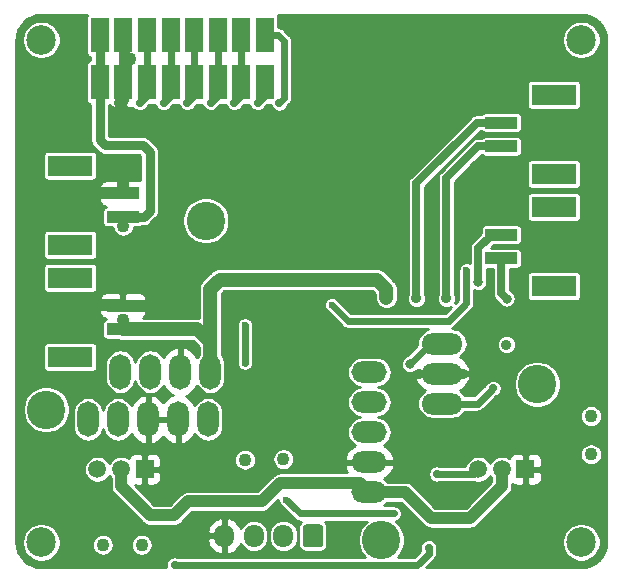
<source format=gbr>
G04 #@! TF.GenerationSoftware,KiCad,Pcbnew,(5.1.8)-1*
G04 #@! TF.CreationDate,2021-03-01T12:43:21-08:00*
G04 #@! TF.ProjectId,UAS,5541532e-6b69-4636-9164-5f7063625858,1*
G04 #@! TF.SameCoordinates,Original*
G04 #@! TF.FileFunction,Copper,L2,Bot*
G04 #@! TF.FilePolarity,Positive*
%FSLAX46Y46*%
G04 Gerber Fmt 4.6, Leading zero omitted, Abs format (unit mm)*
G04 Created by KiCad (PCBNEW (5.1.8)-1) date 2021-03-01 12:43:21*
%MOMM*%
%LPD*%
G01*
G04 APERTURE LIST*
G04 #@! TA.AperFunction,ComponentPad*
%ADD10R,1.500000X1.500000*%
G04 #@! TD*
G04 #@! TA.AperFunction,ComponentPad*
%ADD11C,1.500000*%
G04 #@! TD*
G04 #@! TA.AperFunction,ComponentPad*
%ADD12C,3.250000*%
G04 #@! TD*
G04 #@! TA.AperFunction,ComponentPad*
%ADD13O,3.000000X1.800000*%
G04 #@! TD*
G04 #@! TA.AperFunction,SMDPad,CuDef*
%ADD14O,3.500000X1.800000*%
G04 #@! TD*
G04 #@! TA.AperFunction,ComponentPad*
%ADD15O,1.800000X3.000000*%
G04 #@! TD*
G04 #@! TA.AperFunction,SMDPad,CuDef*
%ADD16R,1.500000X3.000000*%
G04 #@! TD*
G04 #@! TA.AperFunction,ComponentPad*
%ADD17O,1.700000X1.950000*%
G04 #@! TD*
G04 #@! TA.AperFunction,SMDPad,CuDef*
%ADD18R,2.700000X1.000000*%
G04 #@! TD*
G04 #@! TA.AperFunction,SMDPad,CuDef*
%ADD19R,3.800000X1.800000*%
G04 #@! TD*
G04 #@! TA.AperFunction,ViaPad*
%ADD20C,2.500000*%
G04 #@! TD*
G04 #@! TA.AperFunction,ViaPad*
%ADD21C,0.900000*%
G04 #@! TD*
G04 #@! TA.AperFunction,ViaPad*
%ADD22C,0.800000*%
G04 #@! TD*
G04 #@! TA.AperFunction,ViaPad*
%ADD23C,0.700000*%
G04 #@! TD*
G04 #@! TA.AperFunction,ViaPad*
%ADD24C,1.100000*%
G04 #@! TD*
G04 #@! TA.AperFunction,ViaPad*
%ADD25C,0.600000*%
G04 #@! TD*
G04 #@! TA.AperFunction,Conductor*
%ADD26C,0.700000*%
G04 #@! TD*
G04 #@! TA.AperFunction,Conductor*
%ADD27C,0.600000*%
G04 #@! TD*
G04 #@! TA.AperFunction,Conductor*
%ADD28C,0.800000*%
G04 #@! TD*
G04 #@! TA.AperFunction,Conductor*
%ADD29C,1.000000*%
G04 #@! TD*
G04 #@! TA.AperFunction,Conductor*
%ADD30C,1.200000*%
G04 #@! TD*
G04 #@! TA.AperFunction,Conductor*
%ADD31C,0.254000*%
G04 #@! TD*
G04 #@! TA.AperFunction,Conductor*
%ADD32C,0.152400*%
G04 #@! TD*
G04 APERTURE END LIST*
D10*
X161000000Y-112350000D03*
D11*
X159000000Y-112350000D03*
X157000000Y-112350000D03*
D10*
X128750000Y-112350000D03*
D11*
X126750000Y-112350000D03*
X124750000Y-112350000D03*
D12*
X148800000Y-118360000D03*
X162000000Y-105160000D03*
D13*
X147780000Y-114290000D03*
X147780000Y-111750000D03*
X147780000Y-109210000D03*
X147780000Y-106670000D03*
X147780000Y-104130000D03*
D14*
X153960000Y-101710000D03*
X153960000Y-104250000D03*
X153960000Y-106790000D03*
D15*
X134310000Y-104080000D03*
X131770000Y-104080000D03*
X129230000Y-104080000D03*
X126690000Y-104080000D03*
D16*
X124950000Y-79600000D03*
X124950000Y-75600000D03*
X126950000Y-79600000D03*
X126950000Y-75600000D03*
X128950000Y-79600000D03*
X128950000Y-75600000D03*
X130950000Y-79600000D03*
X130950000Y-75600000D03*
X132950000Y-79600000D03*
X132950000Y-75600000D03*
X134950000Y-79600000D03*
X134950000Y-75600000D03*
X136950000Y-79600000D03*
X136950000Y-75600000D03*
X138950000Y-79600000D03*
X138950000Y-75600000D03*
D17*
X135500000Y-118000000D03*
X138000000Y-118000000D03*
X140500000Y-118000000D03*
G04 #@! TA.AperFunction,ComponentPad*
G36*
G01*
X143850000Y-117275000D02*
X143850000Y-118725000D01*
G75*
G02*
X143600000Y-118975000I-250000J0D01*
G01*
X142400000Y-118975000D01*
G75*
G02*
X142150000Y-118725000I0J250000D01*
G01*
X142150000Y-117275000D01*
G75*
G02*
X142400000Y-117025000I250000J0D01*
G01*
X143600000Y-117025000D01*
G75*
G02*
X143850000Y-117275000I0J-250000D01*
G01*
G37*
G04 #@! TD.AperFunction*
D12*
X120430000Y-107300000D03*
X133930000Y-91300000D03*
D15*
X134120000Y-108140000D03*
X131580000Y-108140000D03*
X129040000Y-108140000D03*
X126500000Y-108140000D03*
X123960000Y-108140000D03*
D18*
X126900000Y-91000000D03*
X126900000Y-89000000D03*
D19*
X122450000Y-86650000D03*
X122450000Y-93350000D03*
D18*
X126900000Y-100500000D03*
X126900000Y-98500000D03*
D19*
X122450000Y-96150000D03*
X122450000Y-102850000D03*
D18*
X158950000Y-92500000D03*
X158950000Y-94500000D03*
D19*
X163400000Y-96850000D03*
X163400000Y-90150000D03*
D18*
X158950000Y-83000000D03*
X158950000Y-85000000D03*
D19*
X163400000Y-87350000D03*
X163400000Y-80650000D03*
D20*
X120000000Y-118550000D03*
X120000000Y-76000000D03*
X165725000Y-76000000D03*
X165720000Y-118540000D03*
D21*
X151765000Y-97891600D03*
X154305000Y-97891600D03*
D22*
X157000000Y-96500000D03*
D21*
X159385000Y-101803200D03*
D22*
X159400000Y-97900000D03*
D23*
X134340600Y-81305400D03*
X132359400Y-81330800D03*
X136347200Y-81330800D03*
X138328400Y-81330800D03*
X130352800Y-81330800D03*
X128346200Y-81330800D03*
X140131800Y-81343500D03*
X158250000Y-105500000D03*
D24*
X125210000Y-118760000D03*
D23*
X131300000Y-120457999D03*
X152800000Y-119000000D03*
D24*
X128500000Y-118750000D03*
D23*
X153500000Y-112750000D03*
D21*
X152000000Y-104250000D03*
D24*
X146700000Y-101800000D03*
X146700000Y-97800000D03*
X125200000Y-88980000D03*
X126900000Y-88100000D03*
X128500000Y-98500000D03*
X125300000Y-98480000D03*
X126669800Y-81381600D03*
D22*
X165500000Y-99850000D03*
D24*
X127550000Y-77600000D03*
D21*
X155750000Y-104250000D03*
D22*
X164500000Y-101800000D03*
D24*
X126920000Y-99730000D03*
X126930000Y-91740000D03*
X149225000Y-97815400D03*
D22*
X151206200Y-103460000D03*
D25*
X137250000Y-103350000D03*
X137250000Y-100150000D03*
X144600000Y-98450000D03*
X156000000Y-95500000D03*
D24*
X166550000Y-107850000D03*
X137250000Y-111550000D03*
X140500000Y-111500000D03*
D25*
X140750000Y-114950000D03*
X149850000Y-116100000D03*
D24*
X166550000Y-111100000D03*
D26*
X156900000Y-83000000D02*
X158950000Y-83000000D01*
X151770000Y-97886600D02*
X151770000Y-88130000D01*
X151770000Y-88130000D02*
X156900000Y-83000000D01*
X151765000Y-97891600D02*
X151770000Y-97886600D01*
X157000000Y-85000000D02*
X158950000Y-85000000D01*
X154305000Y-87695000D02*
X157000000Y-85000000D01*
X154305000Y-97891600D02*
X154305000Y-87695000D01*
X157000000Y-93641398D02*
X157000000Y-96500000D01*
X158141398Y-92500000D02*
X157000000Y-93641398D01*
X158850000Y-92500000D02*
X158141398Y-92500000D01*
X158950000Y-97450000D02*
X159400000Y-97900000D01*
X158950000Y-94500000D02*
X158950000Y-97450000D01*
D27*
X134950000Y-75600000D02*
X134950000Y-79600000D01*
X134950000Y-80696000D02*
X134340600Y-81305400D01*
X134950000Y-79600000D02*
X134950000Y-80696000D01*
X132950000Y-75600000D02*
X132950000Y-79600000D01*
X132950000Y-80740200D02*
X132359400Y-81330800D01*
X132950000Y-79600000D02*
X132950000Y-80740200D01*
X136950000Y-75600000D02*
X136950000Y-79600000D01*
X136950000Y-80728000D02*
X136347200Y-81330800D01*
X136950000Y-79600000D02*
X136950000Y-80728000D01*
X138950000Y-80709200D02*
X138328400Y-81330800D01*
X138950000Y-79600000D02*
X138950000Y-80709200D01*
X130950000Y-75600000D02*
X130950000Y-79600000D01*
X130950000Y-80733600D02*
X130352800Y-81330800D01*
X130950000Y-79600000D02*
X130950000Y-80733600D01*
X128950000Y-75600000D02*
X128950000Y-79600000D01*
X128950000Y-80727000D02*
X128346200Y-81330800D01*
X128950000Y-79600000D02*
X128950000Y-80727000D01*
X140550900Y-76073000D02*
X140550900Y-80924400D01*
X140077900Y-75600000D02*
X140550900Y-76073000D01*
X140550900Y-80924400D02*
X140131800Y-81343500D01*
X138950000Y-75600000D02*
X140077900Y-75600000D01*
X156960000Y-106790000D02*
X158250000Y-105500000D01*
X153960000Y-106790000D02*
X156960000Y-106790000D01*
X131342001Y-120500000D02*
X131300000Y-120457999D01*
X151807989Y-120500000D02*
X131342001Y-120500000D01*
X152800000Y-119507989D02*
X151807989Y-120500000D01*
X152800000Y-119000000D02*
X152800000Y-119507989D01*
X156600000Y-112750000D02*
X157000000Y-112350000D01*
X153500000Y-112750000D02*
X156600000Y-112750000D01*
X125320000Y-98500000D02*
X125300000Y-98480000D01*
D28*
X126950000Y-75600000D02*
X126950000Y-79600000D01*
X126950000Y-75600000D02*
X126950000Y-77000000D01*
D29*
X126950000Y-81101400D02*
X126669800Y-81381600D01*
X126900000Y-88100000D02*
X126900000Y-89000000D01*
X126880000Y-88980000D02*
X126900000Y-89000000D01*
X125200000Y-88980000D02*
X126880000Y-88980000D01*
X126880000Y-98480000D02*
X126900000Y-98500000D01*
X125300000Y-98480000D02*
X126880000Y-98480000D01*
X128500000Y-98500000D02*
X126900000Y-98500000D01*
D28*
X126950000Y-77000000D02*
X127550000Y-77600000D01*
D29*
X126950000Y-79600000D02*
X126950000Y-81101400D01*
D27*
X126900000Y-99750000D02*
X126920000Y-99730000D01*
X126900000Y-100500000D02*
X126900000Y-99750000D01*
D30*
X134310000Y-104080000D02*
X134310000Y-99910000D01*
X134310000Y-99910000D02*
X134310000Y-97090000D01*
D29*
X134310000Y-97490000D02*
X134310000Y-97090000D01*
D28*
X124950000Y-75600000D02*
X124950000Y-79600000D01*
D30*
X149225000Y-97104200D02*
X149225000Y-97815400D01*
X148420800Y-96300000D02*
X149225000Y-97104200D01*
X135100000Y-96300000D02*
X148420800Y-96300000D01*
X134310000Y-97090000D02*
X135100000Y-96300000D01*
D29*
X134310000Y-101580000D02*
X134310000Y-104080000D01*
D30*
X133230000Y-100500000D02*
X134310000Y-101580000D01*
X126900000Y-100500000D02*
X133230000Y-100500000D01*
D28*
X124950000Y-84487800D02*
X124950000Y-79600000D01*
X125399800Y-84937600D02*
X124950000Y-84487800D01*
X128625600Y-84937600D02*
X125399800Y-84937600D01*
X129184400Y-85496400D02*
X128625600Y-84937600D01*
X129184400Y-90474800D02*
X129184400Y-85496400D01*
X128659200Y-91000000D02*
X129184400Y-90474800D01*
X126900000Y-91000000D02*
X128659200Y-91000000D01*
D27*
X152956200Y-101710000D02*
X153960000Y-101710000D01*
X151206200Y-103460000D02*
X152956200Y-101710000D01*
D29*
X146990000Y-113500000D02*
X147780000Y-114290000D01*
X140250000Y-113500000D02*
X146990000Y-113500000D01*
X138672999Y-115077001D02*
X140250000Y-113500000D01*
X159000000Y-113810660D02*
X156310660Y-116500000D01*
X156310660Y-116500000D02*
X153000000Y-116500000D01*
X150790000Y-114290000D02*
X147780000Y-114290000D01*
X153000000Y-116500000D02*
X150790000Y-114290000D01*
X138672999Y-115077001D02*
X132422999Y-115077001D01*
X132422999Y-115077001D02*
X131250000Y-116250000D01*
X129189340Y-116250000D02*
X126750000Y-113810660D01*
X131250000Y-116250000D02*
X129189340Y-116250000D01*
X126750000Y-113810660D02*
X126750000Y-112350000D01*
X159000000Y-113810660D02*
X159000000Y-112350000D01*
D27*
X137250000Y-103350000D02*
X137250000Y-100150000D01*
X144600000Y-98450000D02*
X145950000Y-99800000D01*
X145950000Y-99800000D02*
X154500000Y-99800000D01*
X156000000Y-98300000D02*
X156000000Y-95500000D01*
X154500000Y-99800000D02*
X156000000Y-98300000D01*
X140750000Y-114950000D02*
X141550000Y-115750000D01*
X141900000Y-116100000D02*
X149850000Y-116100000D01*
X141550000Y-115750000D02*
X141900000Y-116100000D01*
D31*
X123846299Y-73953492D02*
X123824513Y-74025311D01*
X123817157Y-74100000D01*
X123817157Y-77100000D01*
X123824513Y-77174689D01*
X123846299Y-77246508D01*
X123881678Y-77312696D01*
X123929289Y-77370711D01*
X123987304Y-77418322D01*
X124053492Y-77453701D01*
X124125311Y-77475487D01*
X124169000Y-77479790D01*
X124169001Y-77720210D01*
X124125311Y-77724513D01*
X124053492Y-77746299D01*
X123987304Y-77781678D01*
X123929289Y-77829289D01*
X123881678Y-77887304D01*
X123846299Y-77953492D01*
X123824513Y-78025311D01*
X123817157Y-78100000D01*
X123817157Y-81100000D01*
X123824513Y-81174689D01*
X123846299Y-81246508D01*
X123881678Y-81312696D01*
X123929289Y-81370711D01*
X123987304Y-81418322D01*
X124053492Y-81453701D01*
X124125311Y-81475487D01*
X124169001Y-81479790D01*
X124169000Y-84449443D01*
X124165222Y-84487800D01*
X124169000Y-84526157D01*
X124169000Y-84526159D01*
X124180301Y-84640902D01*
X124224960Y-84788121D01*
X124224961Y-84788122D01*
X124297481Y-84923799D01*
X124311990Y-84941478D01*
X124395078Y-85042722D01*
X124424879Y-85067179D01*
X124820417Y-85462717D01*
X124844878Y-85492522D01*
X124933827Y-85565520D01*
X124963800Y-85590119D01*
X125069297Y-85646508D01*
X125099478Y-85662640D01*
X125246697Y-85707299D01*
X125361440Y-85718600D01*
X125361442Y-85718600D01*
X125399799Y-85722378D01*
X125438156Y-85718600D01*
X128302100Y-85718600D01*
X128403401Y-85819902D01*
X128403401Y-87882960D01*
X128374482Y-87874188D01*
X128250000Y-87861928D01*
X127185750Y-87865000D01*
X127027000Y-88023750D01*
X127027000Y-88873000D01*
X127047000Y-88873000D01*
X127047000Y-89127000D01*
X127027000Y-89127000D01*
X127027000Y-89147000D01*
X126773000Y-89147000D01*
X126773000Y-89127000D01*
X125073750Y-89127000D01*
X124915000Y-89285750D01*
X124911928Y-89500000D01*
X124924188Y-89624482D01*
X124960498Y-89744180D01*
X125019463Y-89854494D01*
X125098815Y-89951185D01*
X125195506Y-90030537D01*
X125305820Y-90089502D01*
X125425518Y-90125812D01*
X125459874Y-90129196D01*
X125403492Y-90146299D01*
X125337304Y-90181678D01*
X125279289Y-90229289D01*
X125231678Y-90287304D01*
X125196299Y-90353492D01*
X125174513Y-90425311D01*
X125167157Y-90500000D01*
X125167157Y-91500000D01*
X125174513Y-91574689D01*
X125196299Y-91646508D01*
X125231678Y-91712696D01*
X125279289Y-91770711D01*
X125337304Y-91818322D01*
X125403492Y-91853701D01*
X125475311Y-91875487D01*
X125550000Y-91882843D01*
X126009174Y-91882843D01*
X126034778Y-92011563D01*
X126104958Y-92180994D01*
X126206845Y-92333478D01*
X126336522Y-92463155D01*
X126489006Y-92565042D01*
X126658437Y-92635222D01*
X126838304Y-92671000D01*
X127021696Y-92671000D01*
X127201563Y-92635222D01*
X127370994Y-92565042D01*
X127523478Y-92463155D01*
X127653155Y-92333478D01*
X127755042Y-92180994D01*
X127825222Y-92011563D01*
X127850826Y-91882843D01*
X128250000Y-91882843D01*
X128324689Y-91875487D01*
X128396508Y-91853701D01*
X128462696Y-91818322D01*
X128508174Y-91781000D01*
X128620843Y-91781000D01*
X128659200Y-91784778D01*
X128697557Y-91781000D01*
X128697560Y-91781000D01*
X128812303Y-91769699D01*
X128959522Y-91725040D01*
X129095199Y-91652519D01*
X129214122Y-91554922D01*
X129238578Y-91525122D01*
X129661274Y-91102426D01*
X131924000Y-91102426D01*
X131924000Y-91497574D01*
X132001090Y-91885129D01*
X132152306Y-92250197D01*
X132371838Y-92578750D01*
X132651250Y-92858162D01*
X132979803Y-93077694D01*
X133344871Y-93228910D01*
X133732426Y-93306000D01*
X134127574Y-93306000D01*
X134515129Y-93228910D01*
X134880197Y-93077694D01*
X135208750Y-92858162D01*
X135488162Y-92578750D01*
X135707694Y-92250197D01*
X135858910Y-91885129D01*
X135936000Y-91497574D01*
X135936000Y-91102426D01*
X135858910Y-90714871D01*
X135707694Y-90349803D01*
X135488162Y-90021250D01*
X135208750Y-89741838D01*
X134880197Y-89522306D01*
X134515129Y-89371090D01*
X134127574Y-89294000D01*
X133732426Y-89294000D01*
X133344871Y-89371090D01*
X132979803Y-89522306D01*
X132651250Y-89741838D01*
X132371838Y-90021250D01*
X132152306Y-90349803D01*
X132001090Y-90714871D01*
X131924000Y-91102426D01*
X129661274Y-91102426D01*
X129709528Y-91054173D01*
X129739322Y-91029722D01*
X129763775Y-90999926D01*
X129836919Y-90910800D01*
X129891332Y-90809000D01*
X129909440Y-90775122D01*
X129954099Y-90627903D01*
X129965400Y-90513160D01*
X129965400Y-90513157D01*
X129969178Y-90474800D01*
X129965400Y-90436443D01*
X129965400Y-85534757D01*
X129969178Y-85496400D01*
X129965400Y-85458040D01*
X129954099Y-85343297D01*
X129909440Y-85196078D01*
X129836919Y-85060401D01*
X129797957Y-85012925D01*
X129763775Y-84971274D01*
X129763774Y-84971273D01*
X129739322Y-84941478D01*
X129709527Y-84917026D01*
X129204978Y-84412478D01*
X129180522Y-84382678D01*
X129061599Y-84285081D01*
X128925922Y-84212560D01*
X128778703Y-84167901D01*
X128663960Y-84156600D01*
X128663957Y-84156600D01*
X128625600Y-84152822D01*
X128587243Y-84156600D01*
X125731000Y-84156600D01*
X125731000Y-81529477D01*
X125748815Y-81551185D01*
X125845506Y-81630537D01*
X125955820Y-81689502D01*
X126075518Y-81725812D01*
X126200000Y-81738072D01*
X126664250Y-81735000D01*
X126823000Y-81576250D01*
X126823000Y-79727000D01*
X126803000Y-79727000D01*
X126803000Y-79473000D01*
X126823000Y-79473000D01*
X126823000Y-77623750D01*
X126799250Y-77600000D01*
X126823000Y-77576250D01*
X126823000Y-75727000D01*
X126803000Y-75727000D01*
X126803000Y-75473000D01*
X126823000Y-75473000D01*
X126823000Y-75453000D01*
X127077000Y-75453000D01*
X127077000Y-75473000D01*
X127097000Y-75473000D01*
X127097000Y-75727000D01*
X127077000Y-75727000D01*
X127077000Y-77576250D01*
X127100750Y-77600000D01*
X127077000Y-77623750D01*
X127077000Y-79473000D01*
X127097000Y-79473000D01*
X127097000Y-79727000D01*
X127077000Y-79727000D01*
X127077000Y-81576250D01*
X127235750Y-81735000D01*
X127700000Y-81738072D01*
X127736746Y-81734453D01*
X127778395Y-81796785D01*
X127880215Y-81898605D01*
X127999942Y-81978604D01*
X128132975Y-82033708D01*
X128274203Y-82061800D01*
X128418197Y-82061800D01*
X128559425Y-82033708D01*
X128692458Y-81978604D01*
X128812185Y-81898605D01*
X128914005Y-81796785D01*
X128994004Y-81677058D01*
X129015913Y-81624166D01*
X129157236Y-81482843D01*
X129637722Y-81482843D01*
X129649892Y-81544025D01*
X129704996Y-81677058D01*
X129784995Y-81796785D01*
X129886815Y-81898605D01*
X130006542Y-81978604D01*
X130139575Y-82033708D01*
X130280803Y-82061800D01*
X130424797Y-82061800D01*
X130566025Y-82033708D01*
X130699058Y-81978604D01*
X130818785Y-81898605D01*
X130920605Y-81796785D01*
X131000604Y-81677058D01*
X131022512Y-81624166D01*
X131163836Y-81482843D01*
X131644322Y-81482843D01*
X131656492Y-81544025D01*
X131711596Y-81677058D01*
X131791595Y-81796785D01*
X131893415Y-81898605D01*
X132013142Y-81978604D01*
X132146175Y-82033708D01*
X132287403Y-82061800D01*
X132431397Y-82061800D01*
X132572625Y-82033708D01*
X132705658Y-81978604D01*
X132825385Y-81898605D01*
X132927205Y-81796785D01*
X133007204Y-81677058D01*
X133029113Y-81624166D01*
X133170436Y-81482843D01*
X133630575Y-81482843D01*
X133637692Y-81518625D01*
X133692796Y-81651658D01*
X133772795Y-81771385D01*
X133874615Y-81873205D01*
X133994342Y-81953204D01*
X134127375Y-82008308D01*
X134268603Y-82036400D01*
X134412597Y-82036400D01*
X134553825Y-82008308D01*
X134686858Y-81953204D01*
X134806585Y-81873205D01*
X134908405Y-81771385D01*
X134988404Y-81651658D01*
X135010313Y-81598766D01*
X135126235Y-81482843D01*
X135632122Y-81482843D01*
X135644292Y-81544025D01*
X135699396Y-81677058D01*
X135779395Y-81796785D01*
X135881215Y-81898605D01*
X136000942Y-81978604D01*
X136133975Y-82033708D01*
X136275203Y-82061800D01*
X136419197Y-82061800D01*
X136560425Y-82033708D01*
X136693458Y-81978604D01*
X136813185Y-81898605D01*
X136915005Y-81796785D01*
X136995004Y-81677058D01*
X137016913Y-81624166D01*
X137158236Y-81482843D01*
X137613322Y-81482843D01*
X137625492Y-81544025D01*
X137680596Y-81677058D01*
X137760595Y-81796785D01*
X137862415Y-81898605D01*
X137982142Y-81978604D01*
X138115175Y-82033708D01*
X138256403Y-82061800D01*
X138400397Y-82061800D01*
X138541625Y-82033708D01*
X138674658Y-81978604D01*
X138794385Y-81898605D01*
X138896205Y-81796785D01*
X138976204Y-81677058D01*
X138998113Y-81624166D01*
X139139436Y-81482843D01*
X139414196Y-81482843D01*
X139428892Y-81556725D01*
X139483996Y-81689758D01*
X139563995Y-81809485D01*
X139665815Y-81911305D01*
X139785542Y-81991304D01*
X139918575Y-82046408D01*
X140059803Y-82074500D01*
X140203797Y-82074500D01*
X140345025Y-82046408D01*
X140478058Y-81991304D01*
X140597785Y-81911305D01*
X140699605Y-81809485D01*
X140779604Y-81689758D01*
X140801513Y-81636865D01*
X141008774Y-81429604D01*
X141034770Y-81408270D01*
X141119870Y-81304574D01*
X141183106Y-81186268D01*
X141222046Y-81057899D01*
X141231900Y-80957853D01*
X141235195Y-80924400D01*
X141231900Y-80890947D01*
X141231900Y-79750000D01*
X161117157Y-79750000D01*
X161117157Y-81550000D01*
X161124513Y-81624689D01*
X161146299Y-81696508D01*
X161181678Y-81762696D01*
X161229289Y-81820711D01*
X161287304Y-81868322D01*
X161353492Y-81903701D01*
X161425311Y-81925487D01*
X161500000Y-81932843D01*
X165300000Y-81932843D01*
X165374689Y-81925487D01*
X165446508Y-81903701D01*
X165512696Y-81868322D01*
X165570711Y-81820711D01*
X165618322Y-81762696D01*
X165653701Y-81696508D01*
X165675487Y-81624689D01*
X165682843Y-81550000D01*
X165682843Y-79750000D01*
X165675487Y-79675311D01*
X165653701Y-79603492D01*
X165618322Y-79537304D01*
X165570711Y-79479289D01*
X165512696Y-79431678D01*
X165446508Y-79396299D01*
X165374689Y-79374513D01*
X165300000Y-79367157D01*
X161500000Y-79367157D01*
X161425311Y-79374513D01*
X161353492Y-79396299D01*
X161287304Y-79431678D01*
X161229289Y-79479289D01*
X161181678Y-79537304D01*
X161146299Y-79603492D01*
X161124513Y-79675311D01*
X161117157Y-79750000D01*
X141231900Y-79750000D01*
X141231900Y-76106452D01*
X141235195Y-76072999D01*
X141222046Y-75939501D01*
X141206605Y-75888600D01*
X141191669Y-75839360D01*
X164094000Y-75839360D01*
X164094000Y-76160640D01*
X164156678Y-76475745D01*
X164279626Y-76772568D01*
X164458119Y-77039702D01*
X164685298Y-77266881D01*
X164952432Y-77445374D01*
X165249255Y-77568322D01*
X165564360Y-77631000D01*
X165885640Y-77631000D01*
X166200745Y-77568322D01*
X166497568Y-77445374D01*
X166764702Y-77266881D01*
X166991881Y-77039702D01*
X167170374Y-76772568D01*
X167293322Y-76475745D01*
X167356000Y-76160640D01*
X167356000Y-75839360D01*
X167293322Y-75524255D01*
X167170374Y-75227432D01*
X166991881Y-74960298D01*
X166764702Y-74733119D01*
X166497568Y-74554626D01*
X166200745Y-74431678D01*
X165885640Y-74369000D01*
X165564360Y-74369000D01*
X165249255Y-74431678D01*
X164952432Y-74554626D01*
X164685298Y-74733119D01*
X164458119Y-74960298D01*
X164279626Y-75227432D01*
X164156678Y-75524255D01*
X164094000Y-75839360D01*
X141191669Y-75839360D01*
X141183106Y-75811132D01*
X141119870Y-75692826D01*
X141034769Y-75589130D01*
X141008783Y-75567804D01*
X140583104Y-75142126D01*
X140561770Y-75116130D01*
X140458074Y-75031030D01*
X140339768Y-74967794D01*
X140211399Y-74928854D01*
X140111353Y-74919000D01*
X140082843Y-74916192D01*
X140082843Y-74100000D01*
X140075487Y-74025311D01*
X140053701Y-73953492D01*
X140020298Y-73891000D01*
X165698921Y-73891000D01*
X166129238Y-73933193D01*
X166522893Y-74052044D01*
X166885957Y-74245089D01*
X167204615Y-74504979D01*
X167466728Y-74821820D01*
X167662303Y-75183528D01*
X167783899Y-75576343D01*
X167829001Y-76005456D01*
X167829000Y-118523920D01*
X167786807Y-118954236D01*
X167667957Y-119347888D01*
X167474911Y-119710956D01*
X167215018Y-120029616D01*
X166898183Y-120291725D01*
X166536472Y-120487302D01*
X166143658Y-120608898D01*
X165714554Y-120653999D01*
X152617069Y-120653999D01*
X153257884Y-120013185D01*
X153283870Y-119991859D01*
X153368970Y-119888163D01*
X153432206Y-119769857D01*
X153471146Y-119641488D01*
X153481000Y-119541442D01*
X153481000Y-119541441D01*
X153484295Y-119507990D01*
X153481000Y-119474539D01*
X153481000Y-119266116D01*
X153502908Y-119213225D01*
X153531000Y-119071997D01*
X153531000Y-118928003D01*
X153502908Y-118786775D01*
X153447804Y-118653742D01*
X153367805Y-118534015D01*
X153265985Y-118432195D01*
X153186912Y-118379360D01*
X164089000Y-118379360D01*
X164089000Y-118700640D01*
X164151678Y-119015745D01*
X164274626Y-119312568D01*
X164453119Y-119579702D01*
X164680298Y-119806881D01*
X164947432Y-119985374D01*
X165244255Y-120108322D01*
X165559360Y-120171000D01*
X165880640Y-120171000D01*
X166195745Y-120108322D01*
X166492568Y-119985374D01*
X166759702Y-119806881D01*
X166986881Y-119579702D01*
X167165374Y-119312568D01*
X167288322Y-119015745D01*
X167351000Y-118700640D01*
X167351000Y-118379360D01*
X167288322Y-118064255D01*
X167165374Y-117767432D01*
X166986881Y-117500298D01*
X166759702Y-117273119D01*
X166492568Y-117094626D01*
X166195745Y-116971678D01*
X165880640Y-116909000D01*
X165559360Y-116909000D01*
X165244255Y-116971678D01*
X164947432Y-117094626D01*
X164680298Y-117273119D01*
X164453119Y-117500298D01*
X164274626Y-117767432D01*
X164151678Y-118064255D01*
X164089000Y-118379360D01*
X153186912Y-118379360D01*
X153146258Y-118352196D01*
X153013225Y-118297092D01*
X152871997Y-118269000D01*
X152728003Y-118269000D01*
X152586775Y-118297092D01*
X152453742Y-118352196D01*
X152334015Y-118432195D01*
X152232195Y-118534015D01*
X152152196Y-118653742D01*
X152097092Y-118786775D01*
X152069000Y-118928003D01*
X152069000Y-119071997D01*
X152097092Y-119213225D01*
X152107224Y-119237686D01*
X151525911Y-119819000D01*
X150177912Y-119819000D01*
X150358162Y-119638750D01*
X150577694Y-119310197D01*
X150728910Y-118945129D01*
X150806000Y-118557574D01*
X150806000Y-118162426D01*
X150728910Y-117774871D01*
X150577694Y-117409803D01*
X150358162Y-117081250D01*
X150078750Y-116801838D01*
X150017628Y-116760998D01*
X150048640Y-116754829D01*
X150079696Y-116741965D01*
X150111868Y-116732206D01*
X150141517Y-116716358D01*
X150172574Y-116703494D01*
X150200525Y-116684817D01*
X150230174Y-116668970D01*
X150256162Y-116647643D01*
X150284112Y-116628967D01*
X150307879Y-116605200D01*
X150333870Y-116583870D01*
X150355200Y-116557879D01*
X150378967Y-116534112D01*
X150397643Y-116506162D01*
X150418970Y-116480174D01*
X150434817Y-116450525D01*
X150453494Y-116422574D01*
X150466358Y-116391517D01*
X150482206Y-116361868D01*
X150491965Y-116329696D01*
X150504829Y-116298640D01*
X150511388Y-116265668D01*
X150521146Y-116233499D01*
X150524441Y-116200047D01*
X150531000Y-116167073D01*
X150531000Y-116133453D01*
X150534295Y-116100000D01*
X150531000Y-116066547D01*
X150531000Y-116032927D01*
X150524441Y-115999953D01*
X150521146Y-115966501D01*
X150511388Y-115934332D01*
X150504829Y-115901360D01*
X150491965Y-115870304D01*
X150482206Y-115838132D01*
X150466358Y-115808483D01*
X150453494Y-115777426D01*
X150434817Y-115749475D01*
X150418970Y-115719826D01*
X150397643Y-115693838D01*
X150378967Y-115665888D01*
X150355200Y-115642121D01*
X150333870Y-115616130D01*
X150307879Y-115594800D01*
X150284112Y-115571033D01*
X150256162Y-115552357D01*
X150230174Y-115531030D01*
X150200525Y-115515183D01*
X150172574Y-115496506D01*
X150141517Y-115483642D01*
X150111868Y-115467794D01*
X150079696Y-115458035D01*
X150048640Y-115445171D01*
X150015668Y-115438612D01*
X149983499Y-115428854D01*
X149950047Y-115425559D01*
X149917073Y-115419000D01*
X148985245Y-115419000D01*
X149095129Y-115360266D01*
X149290186Y-115200186D01*
X149314138Y-115171000D01*
X150425079Y-115171000D01*
X152346439Y-117092361D01*
X152374025Y-117125975D01*
X152407637Y-117153559D01*
X152508174Y-117236068D01*
X152596201Y-117283119D01*
X152661225Y-117317875D01*
X152827294Y-117368252D01*
X152956727Y-117381000D01*
X152956730Y-117381000D01*
X153000000Y-117385262D01*
X153043270Y-117381000D01*
X156267390Y-117381000D01*
X156310660Y-117385262D01*
X156353930Y-117381000D01*
X156353933Y-117381000D01*
X156483366Y-117368252D01*
X156649435Y-117317875D01*
X156802485Y-117236068D01*
X156936635Y-117125975D01*
X156964226Y-117092355D01*
X159592362Y-114464220D01*
X159625975Y-114436635D01*
X159682095Y-114368252D01*
X159736068Y-114302486D01*
X159786171Y-114208749D01*
X159817875Y-114149435D01*
X159868252Y-113983366D01*
X159881000Y-113853933D01*
X159881000Y-113853931D01*
X159885262Y-113810661D01*
X159881000Y-113767391D01*
X159881000Y-113618632D01*
X159895506Y-113630537D01*
X160005820Y-113689502D01*
X160125518Y-113725812D01*
X160250000Y-113738072D01*
X160714250Y-113735000D01*
X160873000Y-113576250D01*
X160873000Y-112477000D01*
X161127000Y-112477000D01*
X161127000Y-113576250D01*
X161285750Y-113735000D01*
X161750000Y-113738072D01*
X161874482Y-113725812D01*
X161994180Y-113689502D01*
X162104494Y-113630537D01*
X162201185Y-113551185D01*
X162280537Y-113454494D01*
X162339502Y-113344180D01*
X162375812Y-113224482D01*
X162388072Y-113100000D01*
X162385000Y-112635750D01*
X162226250Y-112477000D01*
X161127000Y-112477000D01*
X160873000Y-112477000D01*
X160853000Y-112477000D01*
X160853000Y-112223000D01*
X160873000Y-112223000D01*
X160873000Y-111123750D01*
X161127000Y-111123750D01*
X161127000Y-112223000D01*
X162226250Y-112223000D01*
X162385000Y-112064250D01*
X162388072Y-111600000D01*
X162375812Y-111475518D01*
X162339502Y-111355820D01*
X162280537Y-111245506D01*
X162201185Y-111148815D01*
X162104494Y-111069463D01*
X161994180Y-111010498D01*
X161986948Y-111008304D01*
X165619000Y-111008304D01*
X165619000Y-111191696D01*
X165654778Y-111371563D01*
X165724958Y-111540994D01*
X165826845Y-111693478D01*
X165956522Y-111823155D01*
X166109006Y-111925042D01*
X166278437Y-111995222D01*
X166458304Y-112031000D01*
X166641696Y-112031000D01*
X166821563Y-111995222D01*
X166990994Y-111925042D01*
X167143478Y-111823155D01*
X167273155Y-111693478D01*
X167375042Y-111540994D01*
X167445222Y-111371563D01*
X167481000Y-111191696D01*
X167481000Y-111008304D01*
X167445222Y-110828437D01*
X167375042Y-110659006D01*
X167273155Y-110506522D01*
X167143478Y-110376845D01*
X166990994Y-110274958D01*
X166821563Y-110204778D01*
X166641696Y-110169000D01*
X166458304Y-110169000D01*
X166278437Y-110204778D01*
X166109006Y-110274958D01*
X165956522Y-110376845D01*
X165826845Y-110506522D01*
X165724958Y-110659006D01*
X165654778Y-110828437D01*
X165619000Y-111008304D01*
X161986948Y-111008304D01*
X161874482Y-110974188D01*
X161750000Y-110961928D01*
X161285750Y-110965000D01*
X161127000Y-111123750D01*
X160873000Y-111123750D01*
X160714250Y-110965000D01*
X160250000Y-110961928D01*
X160125518Y-110974188D01*
X160005820Y-111010498D01*
X159895506Y-111069463D01*
X159798815Y-111148815D01*
X159719463Y-111245506D01*
X159660498Y-111355820D01*
X159641513Y-111418404D01*
X159535729Y-111347721D01*
X159329900Y-111262464D01*
X159111394Y-111219000D01*
X158888606Y-111219000D01*
X158670100Y-111262464D01*
X158464271Y-111347721D01*
X158279030Y-111471495D01*
X158121495Y-111629030D01*
X158000000Y-111810860D01*
X157878505Y-111629030D01*
X157720970Y-111471495D01*
X157535729Y-111347721D01*
X157329900Y-111262464D01*
X157111394Y-111219000D01*
X156888606Y-111219000D01*
X156670100Y-111262464D01*
X156464271Y-111347721D01*
X156279030Y-111471495D01*
X156121495Y-111629030D01*
X155997721Y-111814271D01*
X155912464Y-112020100D01*
X155902737Y-112069000D01*
X153766116Y-112069000D01*
X153713225Y-112047092D01*
X153571997Y-112019000D01*
X153428003Y-112019000D01*
X153286775Y-112047092D01*
X153153742Y-112102196D01*
X153034015Y-112182195D01*
X152932195Y-112284015D01*
X152852196Y-112403742D01*
X152797092Y-112536775D01*
X152769000Y-112678003D01*
X152769000Y-112821997D01*
X152797092Y-112963225D01*
X152852196Y-113096258D01*
X152932195Y-113215985D01*
X153034015Y-113317805D01*
X153153742Y-113397804D01*
X153286775Y-113452908D01*
X153428003Y-113481000D01*
X153571997Y-113481000D01*
X153713225Y-113452908D01*
X153766116Y-113431000D01*
X156566547Y-113431000D01*
X156600000Y-113434295D01*
X156633453Y-113431000D01*
X156650312Y-113429339D01*
X156670100Y-113437536D01*
X156888606Y-113481000D01*
X157111394Y-113481000D01*
X157329900Y-113437536D01*
X157535729Y-113352279D01*
X157720970Y-113228505D01*
X157878505Y-113070970D01*
X158000000Y-112889140D01*
X158119001Y-113067237D01*
X158119000Y-113445738D01*
X155945739Y-115619000D01*
X153364922Y-115619000D01*
X151443566Y-113697645D01*
X151415975Y-113664025D01*
X151281825Y-113553932D01*
X151128775Y-113472125D01*
X150962706Y-113421748D01*
X150833273Y-113409000D01*
X150833270Y-113409000D01*
X150790000Y-113404738D01*
X150746730Y-113409000D01*
X149314138Y-113409000D01*
X149290186Y-113379814D01*
X149095129Y-113219734D01*
X148983054Y-113159829D01*
X149084751Y-113119554D01*
X149338396Y-112955748D01*
X149555210Y-112745606D01*
X149726862Y-112497204D01*
X149846755Y-112220087D01*
X149871036Y-112114740D01*
X149750378Y-111877000D01*
X147907000Y-111877000D01*
X147907000Y-111897000D01*
X147653000Y-111897000D01*
X147653000Y-111877000D01*
X145809622Y-111877000D01*
X145688964Y-112114740D01*
X145713245Y-112220087D01*
X145833138Y-112497204D01*
X145917302Y-112619000D01*
X140293269Y-112619000D01*
X140249999Y-112614738D01*
X140206729Y-112619000D01*
X140206727Y-112619000D01*
X140077294Y-112631748D01*
X139911225Y-112682125D01*
X139839981Y-112720206D01*
X139758174Y-112763932D01*
X139690022Y-112819863D01*
X139624025Y-112874025D01*
X139596439Y-112907639D01*
X138308078Y-114196001D01*
X132466268Y-114196001D01*
X132422998Y-114191739D01*
X132379728Y-114196001D01*
X132379726Y-114196001D01*
X132250293Y-114208749D01*
X132084224Y-114259126D01*
X131984485Y-114312438D01*
X131931173Y-114340933D01*
X131882314Y-114381031D01*
X131797024Y-114451026D01*
X131769439Y-114484639D01*
X130885079Y-115369000D01*
X129554262Y-115369000D01*
X127914958Y-113729696D01*
X128000000Y-113738072D01*
X128464250Y-113735000D01*
X128623000Y-113576250D01*
X128623000Y-112477000D01*
X128877000Y-112477000D01*
X128877000Y-113576250D01*
X129035750Y-113735000D01*
X129500000Y-113738072D01*
X129624482Y-113725812D01*
X129744180Y-113689502D01*
X129854494Y-113630537D01*
X129951185Y-113551185D01*
X130030537Y-113454494D01*
X130089502Y-113344180D01*
X130125812Y-113224482D01*
X130138072Y-113100000D01*
X130135000Y-112635750D01*
X129976250Y-112477000D01*
X128877000Y-112477000D01*
X128623000Y-112477000D01*
X128603000Y-112477000D01*
X128603000Y-112223000D01*
X128623000Y-112223000D01*
X128623000Y-111123750D01*
X128877000Y-111123750D01*
X128877000Y-112223000D01*
X129976250Y-112223000D01*
X130135000Y-112064250D01*
X130138072Y-111600000D01*
X130125812Y-111475518D01*
X130120591Y-111458304D01*
X136319000Y-111458304D01*
X136319000Y-111641696D01*
X136354778Y-111821563D01*
X136424958Y-111990994D01*
X136526845Y-112143478D01*
X136656522Y-112273155D01*
X136809006Y-112375042D01*
X136978437Y-112445222D01*
X137158304Y-112481000D01*
X137341696Y-112481000D01*
X137521563Y-112445222D01*
X137690994Y-112375042D01*
X137843478Y-112273155D01*
X137973155Y-112143478D01*
X138075042Y-111990994D01*
X138145222Y-111821563D01*
X138181000Y-111641696D01*
X138181000Y-111458304D01*
X138171055Y-111408304D01*
X139569000Y-111408304D01*
X139569000Y-111591696D01*
X139604778Y-111771563D01*
X139674958Y-111940994D01*
X139776845Y-112093478D01*
X139906522Y-112223155D01*
X140059006Y-112325042D01*
X140228437Y-112395222D01*
X140408304Y-112431000D01*
X140591696Y-112431000D01*
X140771563Y-112395222D01*
X140940994Y-112325042D01*
X141093478Y-112223155D01*
X141223155Y-112093478D01*
X141325042Y-111940994D01*
X141395222Y-111771563D01*
X141431000Y-111591696D01*
X141431000Y-111408304D01*
X141426417Y-111385260D01*
X145688964Y-111385260D01*
X145809622Y-111623000D01*
X147653000Y-111623000D01*
X147653000Y-111603000D01*
X147907000Y-111603000D01*
X147907000Y-111623000D01*
X149750378Y-111623000D01*
X149871036Y-111385260D01*
X149846755Y-111279913D01*
X149726862Y-111002796D01*
X149555210Y-110754394D01*
X149338396Y-110544252D01*
X149084751Y-110380446D01*
X148983054Y-110340171D01*
X149095129Y-110280266D01*
X149290186Y-110120186D01*
X149450266Y-109925129D01*
X149569216Y-109702589D01*
X149642465Y-109461120D01*
X149667198Y-109210000D01*
X149642465Y-108958880D01*
X149569216Y-108717411D01*
X149450266Y-108494871D01*
X149290186Y-108299814D01*
X149095129Y-108139734D01*
X148872589Y-108020784D01*
X148631120Y-107947535D01*
X148554615Y-107940000D01*
X148631120Y-107932465D01*
X148872589Y-107859216D01*
X149095129Y-107740266D01*
X149290186Y-107580186D01*
X149450266Y-107385129D01*
X149569216Y-107162589D01*
X149642465Y-106921120D01*
X149667198Y-106670000D01*
X149642465Y-106418880D01*
X149569216Y-106177411D01*
X149450266Y-105954871D01*
X149290186Y-105759814D01*
X149095129Y-105599734D01*
X148872589Y-105480784D01*
X148631120Y-105407535D01*
X148554615Y-105400000D01*
X148631120Y-105392465D01*
X148872589Y-105319216D01*
X149095129Y-105200266D01*
X149290186Y-105040186D01*
X149450266Y-104845129D01*
X149569216Y-104622589D01*
X149571596Y-104614740D01*
X151618964Y-104614740D01*
X151643245Y-104720087D01*
X151763138Y-104997204D01*
X151934790Y-105245606D01*
X152151604Y-105455748D01*
X152405249Y-105619554D01*
X152506946Y-105659829D01*
X152394871Y-105719734D01*
X152199814Y-105879814D01*
X152039734Y-106074871D01*
X151920784Y-106297411D01*
X151847535Y-106538880D01*
X151822802Y-106790000D01*
X151847535Y-107041120D01*
X151920784Y-107282589D01*
X152039734Y-107505129D01*
X152199814Y-107700186D01*
X152394871Y-107860266D01*
X152617411Y-107979216D01*
X152858880Y-108052465D01*
X153047070Y-108071000D01*
X154872930Y-108071000D01*
X155061120Y-108052465D01*
X155302589Y-107979216D01*
X155525129Y-107860266D01*
X155649369Y-107758304D01*
X165619000Y-107758304D01*
X165619000Y-107941696D01*
X165654778Y-108121563D01*
X165724958Y-108290994D01*
X165826845Y-108443478D01*
X165956522Y-108573155D01*
X166109006Y-108675042D01*
X166278437Y-108745222D01*
X166458304Y-108781000D01*
X166641696Y-108781000D01*
X166821563Y-108745222D01*
X166990994Y-108675042D01*
X167143478Y-108573155D01*
X167273155Y-108443478D01*
X167375042Y-108290994D01*
X167445222Y-108121563D01*
X167481000Y-107941696D01*
X167481000Y-107758304D01*
X167445222Y-107578437D01*
X167375042Y-107409006D01*
X167273155Y-107256522D01*
X167143478Y-107126845D01*
X166990994Y-107024958D01*
X166821563Y-106954778D01*
X166641696Y-106919000D01*
X166458304Y-106919000D01*
X166278437Y-106954778D01*
X166109006Y-107024958D01*
X165956522Y-107126845D01*
X165826845Y-107256522D01*
X165724958Y-107409006D01*
X165654778Y-107578437D01*
X165619000Y-107758304D01*
X155649369Y-107758304D01*
X155720186Y-107700186D01*
X155880266Y-107505129D01*
X155898508Y-107471000D01*
X156926547Y-107471000D01*
X156960000Y-107474295D01*
X156993453Y-107471000D01*
X157093499Y-107461146D01*
X157221868Y-107422206D01*
X157340174Y-107358970D01*
X157443870Y-107273870D01*
X157465204Y-107247874D01*
X158543368Y-106169712D01*
X158596258Y-106147804D01*
X158715985Y-106067805D01*
X158817805Y-105965985D01*
X158897804Y-105846258D01*
X158952908Y-105713225D01*
X158981000Y-105571997D01*
X158981000Y-105428003D01*
X158952908Y-105286775D01*
X158897804Y-105153742D01*
X158817805Y-105034015D01*
X158746216Y-104962426D01*
X159994000Y-104962426D01*
X159994000Y-105357574D01*
X160071090Y-105745129D01*
X160222306Y-106110197D01*
X160441838Y-106438750D01*
X160721250Y-106718162D01*
X161049803Y-106937694D01*
X161414871Y-107088910D01*
X161802426Y-107166000D01*
X162197574Y-107166000D01*
X162585129Y-107088910D01*
X162950197Y-106937694D01*
X163278750Y-106718162D01*
X163558162Y-106438750D01*
X163777694Y-106110197D01*
X163928910Y-105745129D01*
X164006000Y-105357574D01*
X164006000Y-104962426D01*
X163928910Y-104574871D01*
X163777694Y-104209803D01*
X163558162Y-103881250D01*
X163278750Y-103601838D01*
X162950197Y-103382306D01*
X162585129Y-103231090D01*
X162197574Y-103154000D01*
X161802426Y-103154000D01*
X161414871Y-103231090D01*
X161049803Y-103382306D01*
X160721250Y-103601838D01*
X160441838Y-103881250D01*
X160222306Y-104209803D01*
X160071090Y-104574871D01*
X159994000Y-104962426D01*
X158746216Y-104962426D01*
X158715985Y-104932195D01*
X158596258Y-104852196D01*
X158463225Y-104797092D01*
X158321997Y-104769000D01*
X158178003Y-104769000D01*
X158036775Y-104797092D01*
X157903742Y-104852196D01*
X157784015Y-104932195D01*
X157682195Y-105034015D01*
X157602196Y-105153742D01*
X157580288Y-105206632D01*
X156677922Y-106109000D01*
X155898508Y-106109000D01*
X155880266Y-106074871D01*
X155720186Y-105879814D01*
X155525129Y-105719734D01*
X155413054Y-105659829D01*
X155514751Y-105619554D01*
X155768396Y-105455748D01*
X155985210Y-105245606D01*
X156156862Y-104997204D01*
X156276755Y-104720087D01*
X156301036Y-104614740D01*
X156180378Y-104377000D01*
X154087000Y-104377000D01*
X154087000Y-104397000D01*
X153833000Y-104397000D01*
X153833000Y-104377000D01*
X151739622Y-104377000D01*
X151618964Y-104614740D01*
X149571596Y-104614740D01*
X149642465Y-104381120D01*
X149667198Y-104130000D01*
X149642465Y-103878880D01*
X149569216Y-103637411D01*
X149450266Y-103414871D01*
X149290186Y-103219814D01*
X149095129Y-103059734D01*
X148872589Y-102940784D01*
X148631120Y-102867535D01*
X148442930Y-102849000D01*
X147117070Y-102849000D01*
X146928880Y-102867535D01*
X146687411Y-102940784D01*
X146464871Y-103059734D01*
X146269814Y-103219814D01*
X146109734Y-103414871D01*
X145990784Y-103637411D01*
X145917535Y-103878880D01*
X145892802Y-104130000D01*
X145917535Y-104381120D01*
X145990784Y-104622589D01*
X146109734Y-104845129D01*
X146269814Y-105040186D01*
X146464871Y-105200266D01*
X146687411Y-105319216D01*
X146928880Y-105392465D01*
X147005385Y-105400000D01*
X146928880Y-105407535D01*
X146687411Y-105480784D01*
X146464871Y-105599734D01*
X146269814Y-105759814D01*
X146109734Y-105954871D01*
X145990784Y-106177411D01*
X145917535Y-106418880D01*
X145892802Y-106670000D01*
X145917535Y-106921120D01*
X145990784Y-107162589D01*
X146109734Y-107385129D01*
X146269814Y-107580186D01*
X146464871Y-107740266D01*
X146687411Y-107859216D01*
X146928880Y-107932465D01*
X147005385Y-107940000D01*
X146928880Y-107947535D01*
X146687411Y-108020784D01*
X146464871Y-108139734D01*
X146269814Y-108299814D01*
X146109734Y-108494871D01*
X145990784Y-108717411D01*
X145917535Y-108958880D01*
X145892802Y-109210000D01*
X145917535Y-109461120D01*
X145990784Y-109702589D01*
X146109734Y-109925129D01*
X146269814Y-110120186D01*
X146464871Y-110280266D01*
X146576946Y-110340171D01*
X146475249Y-110380446D01*
X146221604Y-110544252D01*
X146004790Y-110754394D01*
X145833138Y-111002796D01*
X145713245Y-111279913D01*
X145688964Y-111385260D01*
X141426417Y-111385260D01*
X141395222Y-111228437D01*
X141325042Y-111059006D01*
X141223155Y-110906522D01*
X141093478Y-110776845D01*
X140940994Y-110674958D01*
X140771563Y-110604778D01*
X140591696Y-110569000D01*
X140408304Y-110569000D01*
X140228437Y-110604778D01*
X140059006Y-110674958D01*
X139906522Y-110776845D01*
X139776845Y-110906522D01*
X139674958Y-111059006D01*
X139604778Y-111228437D01*
X139569000Y-111408304D01*
X138171055Y-111408304D01*
X138145222Y-111278437D01*
X138075042Y-111109006D01*
X137973155Y-110956522D01*
X137843478Y-110826845D01*
X137690994Y-110724958D01*
X137521563Y-110654778D01*
X137341696Y-110619000D01*
X137158304Y-110619000D01*
X136978437Y-110654778D01*
X136809006Y-110724958D01*
X136656522Y-110826845D01*
X136526845Y-110956522D01*
X136424958Y-111109006D01*
X136354778Y-111278437D01*
X136319000Y-111458304D01*
X130120591Y-111458304D01*
X130089502Y-111355820D01*
X130030537Y-111245506D01*
X129951185Y-111148815D01*
X129854494Y-111069463D01*
X129744180Y-111010498D01*
X129624482Y-110974188D01*
X129500000Y-110961928D01*
X129035750Y-110965000D01*
X128877000Y-111123750D01*
X128623000Y-111123750D01*
X128464250Y-110965000D01*
X128000000Y-110961928D01*
X127875518Y-110974188D01*
X127755820Y-111010498D01*
X127645506Y-111069463D01*
X127548815Y-111148815D01*
X127469463Y-111245506D01*
X127410498Y-111355820D01*
X127391513Y-111418404D01*
X127285729Y-111347721D01*
X127079900Y-111262464D01*
X126861394Y-111219000D01*
X126638606Y-111219000D01*
X126420100Y-111262464D01*
X126214271Y-111347721D01*
X126029030Y-111471495D01*
X125871495Y-111629030D01*
X125750000Y-111810860D01*
X125628505Y-111629030D01*
X125470970Y-111471495D01*
X125285729Y-111347721D01*
X125079900Y-111262464D01*
X124861394Y-111219000D01*
X124638606Y-111219000D01*
X124420100Y-111262464D01*
X124214271Y-111347721D01*
X124029030Y-111471495D01*
X123871495Y-111629030D01*
X123747721Y-111814271D01*
X123662464Y-112020100D01*
X123619000Y-112238606D01*
X123619000Y-112461394D01*
X123662464Y-112679900D01*
X123747721Y-112885729D01*
X123871495Y-113070970D01*
X124029030Y-113228505D01*
X124214271Y-113352279D01*
X124420100Y-113437536D01*
X124638606Y-113481000D01*
X124861394Y-113481000D01*
X125079900Y-113437536D01*
X125285729Y-113352279D01*
X125470970Y-113228505D01*
X125628505Y-113070970D01*
X125750000Y-112889140D01*
X125869001Y-113067237D01*
X125869000Y-113767389D01*
X125864738Y-113810660D01*
X125869000Y-113853930D01*
X125869000Y-113853932D01*
X125881748Y-113983365D01*
X125922376Y-114117295D01*
X125932125Y-114149434D01*
X126013932Y-114302485D01*
X126045486Y-114340933D01*
X126124025Y-114436635D01*
X126157645Y-114464226D01*
X128535779Y-116842361D01*
X128563365Y-116875975D01*
X128629362Y-116930137D01*
X128697514Y-116986068D01*
X128850565Y-117067875D01*
X129016634Y-117118252D01*
X129146067Y-117131000D01*
X129146070Y-117131000D01*
X129189340Y-117135262D01*
X129232610Y-117131000D01*
X131206730Y-117131000D01*
X131250000Y-117135262D01*
X131293270Y-117131000D01*
X131293273Y-117131000D01*
X131422706Y-117118252D01*
X131588775Y-117067875D01*
X131741825Y-116986068D01*
X131875975Y-116875975D01*
X131903566Y-116842356D01*
X132787921Y-115958001D01*
X138629729Y-115958001D01*
X138672999Y-115962263D01*
X138716269Y-115958001D01*
X138716272Y-115958001D01*
X138845705Y-115945253D01*
X139011774Y-115894876D01*
X139164824Y-115813069D01*
X139298974Y-115702976D01*
X139326565Y-115669356D01*
X140067866Y-114928055D01*
X140065705Y-114950000D01*
X140069000Y-114983453D01*
X140069000Y-115017073D01*
X140075559Y-115050048D01*
X140078854Y-115083498D01*
X140088611Y-115115663D01*
X140095171Y-115148640D01*
X140108038Y-115179704D01*
X140117795Y-115211868D01*
X140133638Y-115241508D01*
X140146506Y-115272574D01*
X140165190Y-115300536D01*
X140181031Y-115330173D01*
X140202349Y-115356150D01*
X140221033Y-115384112D01*
X140315888Y-115478967D01*
X140315891Y-115478969D01*
X141092115Y-116255194D01*
X141092121Y-116255199D01*
X141394796Y-116557874D01*
X141416130Y-116583870D01*
X141519826Y-116668970D01*
X141638132Y-116732206D01*
X141766501Y-116771146D01*
X141900000Y-116784295D01*
X141933453Y-116781000D01*
X142009187Y-116781000D01*
X141952512Y-116827512D01*
X141873810Y-116923411D01*
X141815329Y-117032821D01*
X141779317Y-117151538D01*
X141767157Y-117275000D01*
X141767157Y-118725000D01*
X141779317Y-118848462D01*
X141815329Y-118967179D01*
X141873810Y-119076589D01*
X141952512Y-119172488D01*
X142048411Y-119251190D01*
X142157821Y-119309671D01*
X142276538Y-119345683D01*
X142400000Y-119357843D01*
X143600000Y-119357843D01*
X143723462Y-119345683D01*
X143842179Y-119309671D01*
X143951589Y-119251190D01*
X144047488Y-119172488D01*
X144126190Y-119076589D01*
X144184671Y-118967179D01*
X144220683Y-118848462D01*
X144232843Y-118725000D01*
X144232843Y-117275000D01*
X144220683Y-117151538D01*
X144184671Y-117032821D01*
X144126190Y-116923411D01*
X144047488Y-116827512D01*
X143990813Y-116781000D01*
X147552436Y-116781000D01*
X147521250Y-116801838D01*
X147241838Y-117081250D01*
X147022306Y-117409803D01*
X146871090Y-117774871D01*
X146794000Y-118162426D01*
X146794000Y-118557574D01*
X146871090Y-118945129D01*
X147022306Y-119310197D01*
X147241838Y-119638750D01*
X147422088Y-119819000D01*
X131659436Y-119819000D01*
X131646258Y-119810195D01*
X131513225Y-119755091D01*
X131371997Y-119726999D01*
X131228003Y-119726999D01*
X131086775Y-119755091D01*
X130953742Y-119810195D01*
X130834015Y-119890194D01*
X130732195Y-119992014D01*
X130652196Y-120111741D01*
X130597092Y-120244774D01*
X130569000Y-120386002D01*
X130569000Y-120529996D01*
X130593666Y-120653999D01*
X120021081Y-120653999D01*
X119590765Y-120611806D01*
X119197113Y-120492956D01*
X118834042Y-120299908D01*
X118515384Y-120040017D01*
X118253275Y-119723183D01*
X118057698Y-119361472D01*
X117936102Y-118968658D01*
X117891001Y-118539554D01*
X117891001Y-118389360D01*
X118369000Y-118389360D01*
X118369000Y-118710640D01*
X118431678Y-119025745D01*
X118554626Y-119322568D01*
X118733119Y-119589702D01*
X118960298Y-119816881D01*
X119227432Y-119995374D01*
X119524255Y-120118322D01*
X119839360Y-120181000D01*
X120160640Y-120181000D01*
X120475745Y-120118322D01*
X120772568Y-119995374D01*
X121039702Y-119816881D01*
X121266881Y-119589702D01*
X121445374Y-119322568D01*
X121568322Y-119025745D01*
X121631000Y-118710640D01*
X121631000Y-118668304D01*
X124279000Y-118668304D01*
X124279000Y-118851696D01*
X124314778Y-119031563D01*
X124384958Y-119200994D01*
X124486845Y-119353478D01*
X124616522Y-119483155D01*
X124769006Y-119585042D01*
X124938437Y-119655222D01*
X125118304Y-119691000D01*
X125301696Y-119691000D01*
X125481563Y-119655222D01*
X125650994Y-119585042D01*
X125803478Y-119483155D01*
X125933155Y-119353478D01*
X126035042Y-119200994D01*
X126105222Y-119031563D01*
X126141000Y-118851696D01*
X126141000Y-118668304D01*
X126139011Y-118658304D01*
X127569000Y-118658304D01*
X127569000Y-118841696D01*
X127604778Y-119021563D01*
X127674958Y-119190994D01*
X127776845Y-119343478D01*
X127906522Y-119473155D01*
X128059006Y-119575042D01*
X128228437Y-119645222D01*
X128408304Y-119681000D01*
X128591696Y-119681000D01*
X128771563Y-119645222D01*
X128940994Y-119575042D01*
X129093478Y-119473155D01*
X129223155Y-119343478D01*
X129325042Y-119190994D01*
X129395222Y-119021563D01*
X129431000Y-118841696D01*
X129431000Y-118658304D01*
X129395222Y-118478437D01*
X129345861Y-118359267D01*
X134033680Y-118359267D01*
X134107558Y-118640830D01*
X134234947Y-118902570D01*
X134410951Y-119134429D01*
X134628807Y-119327496D01*
X134880142Y-119474352D01*
X135143110Y-119566476D01*
X135373000Y-119445155D01*
X135373000Y-118127000D01*
X134173835Y-118127000D01*
X134033680Y-118359267D01*
X129345861Y-118359267D01*
X129325042Y-118309006D01*
X129223155Y-118156522D01*
X129093478Y-118026845D01*
X128940994Y-117924958D01*
X128771563Y-117854778D01*
X128591696Y-117819000D01*
X128408304Y-117819000D01*
X128228437Y-117854778D01*
X128059006Y-117924958D01*
X127906522Y-118026845D01*
X127776845Y-118156522D01*
X127674958Y-118309006D01*
X127604778Y-118478437D01*
X127569000Y-118658304D01*
X126139011Y-118658304D01*
X126105222Y-118488437D01*
X126035042Y-118319006D01*
X125933155Y-118166522D01*
X125803478Y-118036845D01*
X125650994Y-117934958D01*
X125481563Y-117864778D01*
X125301696Y-117829000D01*
X125118304Y-117829000D01*
X124938437Y-117864778D01*
X124769006Y-117934958D01*
X124616522Y-118036845D01*
X124486845Y-118166522D01*
X124384958Y-118319006D01*
X124314778Y-118488437D01*
X124279000Y-118668304D01*
X121631000Y-118668304D01*
X121631000Y-118389360D01*
X121568322Y-118074255D01*
X121445374Y-117777432D01*
X121354035Y-117640733D01*
X134033680Y-117640733D01*
X134173835Y-117873000D01*
X135373000Y-117873000D01*
X135373000Y-116554845D01*
X135627000Y-116554845D01*
X135627000Y-117873000D01*
X135647000Y-117873000D01*
X135647000Y-118127000D01*
X135627000Y-118127000D01*
X135627000Y-119445155D01*
X135856890Y-119566476D01*
X136119858Y-119474352D01*
X136371193Y-119327496D01*
X136589049Y-119134429D01*
X136765053Y-118902570D01*
X136886465Y-118653110D01*
X136971509Y-118812215D01*
X137125340Y-118999660D01*
X137312784Y-119153491D01*
X137526637Y-119267798D01*
X137758682Y-119338188D01*
X138000000Y-119361956D01*
X138241317Y-119338188D01*
X138473362Y-119267798D01*
X138687215Y-119153491D01*
X138874660Y-118999660D01*
X139028491Y-118812216D01*
X139142798Y-118598363D01*
X139213188Y-118366318D01*
X139231000Y-118185472D01*
X139231000Y-117814529D01*
X139231000Y-117814528D01*
X139269000Y-117814528D01*
X139269000Y-118185471D01*
X139286812Y-118366317D01*
X139357202Y-118598362D01*
X139471509Y-118812215D01*
X139625340Y-118999660D01*
X139812784Y-119153491D01*
X140026637Y-119267798D01*
X140258682Y-119338188D01*
X140500000Y-119361956D01*
X140741317Y-119338188D01*
X140973362Y-119267798D01*
X141187215Y-119153491D01*
X141374660Y-118999660D01*
X141528491Y-118812216D01*
X141642798Y-118598363D01*
X141713188Y-118366318D01*
X141731000Y-118185472D01*
X141731000Y-117814529D01*
X141713188Y-117633683D01*
X141642798Y-117401638D01*
X141528491Y-117187785D01*
X141374660Y-117000340D01*
X141187216Y-116846509D01*
X140973363Y-116732202D01*
X140741318Y-116661812D01*
X140500000Y-116638044D01*
X140258683Y-116661812D01*
X140026638Y-116732202D01*
X139812785Y-116846509D01*
X139625341Y-117000340D01*
X139471509Y-117187784D01*
X139357202Y-117401637D01*
X139286812Y-117633682D01*
X139269000Y-117814528D01*
X139231000Y-117814528D01*
X139213188Y-117633683D01*
X139142798Y-117401638D01*
X139028491Y-117187785D01*
X138874660Y-117000340D01*
X138687216Y-116846509D01*
X138473363Y-116732202D01*
X138241318Y-116661812D01*
X138000000Y-116638044D01*
X137758683Y-116661812D01*
X137526638Y-116732202D01*
X137312785Y-116846509D01*
X137125341Y-117000340D01*
X136971509Y-117187784D01*
X136886465Y-117346890D01*
X136765053Y-117097430D01*
X136589049Y-116865571D01*
X136371193Y-116672504D01*
X136119858Y-116525648D01*
X135856890Y-116433524D01*
X135627000Y-116554845D01*
X135373000Y-116554845D01*
X135143110Y-116433524D01*
X134880142Y-116525648D01*
X134628807Y-116672504D01*
X134410951Y-116865571D01*
X134234947Y-117097430D01*
X134107558Y-117359170D01*
X134033680Y-117640733D01*
X121354035Y-117640733D01*
X121266881Y-117510298D01*
X121039702Y-117283119D01*
X120772568Y-117104626D01*
X120475745Y-116981678D01*
X120160640Y-116919000D01*
X119839360Y-116919000D01*
X119524255Y-116981678D01*
X119227432Y-117104626D01*
X118960298Y-117283119D01*
X118733119Y-117510298D01*
X118554626Y-117777432D01*
X118431678Y-118074255D01*
X118369000Y-118389360D01*
X117891001Y-118389360D01*
X117891001Y-107102426D01*
X118424000Y-107102426D01*
X118424000Y-107497574D01*
X118501090Y-107885129D01*
X118652306Y-108250197D01*
X118871838Y-108578750D01*
X119151250Y-108858162D01*
X119479803Y-109077694D01*
X119844871Y-109228910D01*
X120232426Y-109306000D01*
X120627574Y-109306000D01*
X121015129Y-109228910D01*
X121380197Y-109077694D01*
X121708750Y-108858162D01*
X121988162Y-108578750D01*
X122207694Y-108250197D01*
X122358910Y-107885129D01*
X122436000Y-107497574D01*
X122436000Y-107477071D01*
X122679000Y-107477071D01*
X122679000Y-108802930D01*
X122697535Y-108991120D01*
X122770784Y-109232589D01*
X122889735Y-109455129D01*
X123049815Y-109650186D01*
X123244872Y-109810266D01*
X123467412Y-109929216D01*
X123708881Y-110002465D01*
X123960000Y-110027198D01*
X124211120Y-110002465D01*
X124452589Y-109929216D01*
X124675129Y-109810266D01*
X124870186Y-109650186D01*
X125030266Y-109455129D01*
X125149216Y-109232589D01*
X125222465Y-108991120D01*
X125230000Y-108914615D01*
X125237535Y-108991120D01*
X125310784Y-109232589D01*
X125429735Y-109455129D01*
X125589815Y-109650186D01*
X125784872Y-109810266D01*
X126007412Y-109929216D01*
X126248881Y-110002465D01*
X126500000Y-110027198D01*
X126751120Y-110002465D01*
X126992589Y-109929216D01*
X127215129Y-109810266D01*
X127410186Y-109650186D01*
X127570266Y-109455129D01*
X127630171Y-109343054D01*
X127670446Y-109444751D01*
X127834252Y-109698396D01*
X128044394Y-109915210D01*
X128292796Y-110086862D01*
X128569913Y-110206755D01*
X128675260Y-110231036D01*
X128913000Y-110110378D01*
X128913000Y-108267000D01*
X129167000Y-108267000D01*
X129167000Y-110110378D01*
X129404740Y-110231036D01*
X129510087Y-110206755D01*
X129787204Y-110086862D01*
X130035606Y-109915210D01*
X130245748Y-109698396D01*
X130310000Y-109598905D01*
X130374252Y-109698396D01*
X130584394Y-109915210D01*
X130832796Y-110086862D01*
X131109913Y-110206755D01*
X131215260Y-110231036D01*
X131453000Y-110110378D01*
X131453000Y-108267000D01*
X129167000Y-108267000D01*
X128913000Y-108267000D01*
X128893000Y-108267000D01*
X128893000Y-108013000D01*
X128913000Y-108013000D01*
X128913000Y-106169622D01*
X128675260Y-106048964D01*
X128569913Y-106073245D01*
X128292796Y-106193138D01*
X128044394Y-106364790D01*
X127834252Y-106581604D01*
X127670446Y-106835249D01*
X127630171Y-106936946D01*
X127570266Y-106824871D01*
X127410186Y-106629814D01*
X127215128Y-106469734D01*
X126992588Y-106350784D01*
X126751119Y-106277535D01*
X126500000Y-106252802D01*
X126248880Y-106277535D01*
X126007411Y-106350784D01*
X125784871Y-106469734D01*
X125589814Y-106629814D01*
X125429734Y-106824872D01*
X125310784Y-107047412D01*
X125237535Y-107288881D01*
X125230000Y-107365385D01*
X125222465Y-107288880D01*
X125149216Y-107047411D01*
X125030266Y-106824871D01*
X124870186Y-106629814D01*
X124675128Y-106469734D01*
X124452588Y-106350784D01*
X124211119Y-106277535D01*
X123960000Y-106252802D01*
X123708880Y-106277535D01*
X123467411Y-106350784D01*
X123244871Y-106469734D01*
X123049814Y-106629814D01*
X122889734Y-106824872D01*
X122770784Y-107047412D01*
X122697535Y-107288881D01*
X122679000Y-107477071D01*
X122436000Y-107477071D01*
X122436000Y-107102426D01*
X122358910Y-106714871D01*
X122207694Y-106349803D01*
X121988162Y-106021250D01*
X121708750Y-105741838D01*
X121380197Y-105522306D01*
X121015129Y-105371090D01*
X120627574Y-105294000D01*
X120232426Y-105294000D01*
X119844871Y-105371090D01*
X119479803Y-105522306D01*
X119151250Y-105741838D01*
X118871838Y-106021250D01*
X118652306Y-106349803D01*
X118501090Y-106714871D01*
X118424000Y-107102426D01*
X117891001Y-107102426D01*
X117891001Y-101950000D01*
X120167157Y-101950000D01*
X120167157Y-103750000D01*
X120174513Y-103824689D01*
X120196299Y-103896508D01*
X120231678Y-103962696D01*
X120279289Y-104020711D01*
X120337304Y-104068322D01*
X120403492Y-104103701D01*
X120475311Y-104125487D01*
X120550000Y-104132843D01*
X124350000Y-104132843D01*
X124424689Y-104125487D01*
X124496508Y-104103701D01*
X124562696Y-104068322D01*
X124620711Y-104020711D01*
X124668322Y-103962696D01*
X124703701Y-103896508D01*
X124725487Y-103824689D01*
X124732843Y-103750000D01*
X124732843Y-101950000D01*
X124725487Y-101875311D01*
X124703701Y-101803492D01*
X124668322Y-101737304D01*
X124620711Y-101679289D01*
X124562696Y-101631678D01*
X124496508Y-101596299D01*
X124424689Y-101574513D01*
X124350000Y-101567157D01*
X120550000Y-101567157D01*
X120475311Y-101574513D01*
X120403492Y-101596299D01*
X120337304Y-101631678D01*
X120279289Y-101679289D01*
X120231678Y-101737304D01*
X120196299Y-101803492D01*
X120174513Y-101875311D01*
X120167157Y-101950000D01*
X117891001Y-101950000D01*
X117891001Y-99000000D01*
X124911928Y-99000000D01*
X124924188Y-99124482D01*
X124960498Y-99244180D01*
X125019463Y-99354494D01*
X125098815Y-99451185D01*
X125195506Y-99530537D01*
X125305820Y-99589502D01*
X125425518Y-99625812D01*
X125459874Y-99629196D01*
X125403492Y-99646299D01*
X125337304Y-99681678D01*
X125279289Y-99729289D01*
X125231678Y-99787304D01*
X125196299Y-99853492D01*
X125174513Y-99925311D01*
X125167157Y-100000000D01*
X125167157Y-101000000D01*
X125174513Y-101074689D01*
X125196299Y-101146508D01*
X125231678Y-101212696D01*
X125279289Y-101270711D01*
X125337304Y-101318322D01*
X125403492Y-101353701D01*
X125475311Y-101375487D01*
X125550000Y-101382843D01*
X126470634Y-101382843D01*
X126522771Y-101410711D01*
X126707690Y-101466805D01*
X126851813Y-101481000D01*
X132823657Y-101481000D01*
X133329001Y-101986344D01*
X133329000Y-102656101D01*
X133239734Y-102764872D01*
X133179829Y-102876947D01*
X133139554Y-102775249D01*
X132975748Y-102521604D01*
X132765606Y-102304790D01*
X132517204Y-102133138D01*
X132240087Y-102013245D01*
X132134740Y-101988964D01*
X131897000Y-102109622D01*
X131897000Y-103953000D01*
X131917000Y-103953000D01*
X131917000Y-104207000D01*
X131897000Y-104207000D01*
X131897000Y-104227000D01*
X131643000Y-104227000D01*
X131643000Y-104207000D01*
X131623000Y-104207000D01*
X131623000Y-103953000D01*
X131643000Y-103953000D01*
X131643000Y-102109622D01*
X131405260Y-101988964D01*
X131299913Y-102013245D01*
X131022796Y-102133138D01*
X130774394Y-102304790D01*
X130564252Y-102521604D01*
X130400446Y-102775249D01*
X130360171Y-102876946D01*
X130300266Y-102764871D01*
X130140186Y-102569814D01*
X129945128Y-102409734D01*
X129722588Y-102290784D01*
X129481119Y-102217535D01*
X129230000Y-102192802D01*
X128978880Y-102217535D01*
X128737411Y-102290784D01*
X128514871Y-102409734D01*
X128319814Y-102569814D01*
X128159734Y-102764872D01*
X128040784Y-102987412D01*
X127967535Y-103228881D01*
X127960000Y-103305385D01*
X127952465Y-103228880D01*
X127879216Y-102987411D01*
X127760266Y-102764871D01*
X127600186Y-102569814D01*
X127405128Y-102409734D01*
X127182588Y-102290784D01*
X126941119Y-102217535D01*
X126690000Y-102192802D01*
X126438880Y-102217535D01*
X126197411Y-102290784D01*
X125974871Y-102409734D01*
X125779814Y-102569814D01*
X125619734Y-102764872D01*
X125500784Y-102987412D01*
X125427535Y-103228881D01*
X125409000Y-103417071D01*
X125409000Y-104742930D01*
X125427535Y-104931120D01*
X125500784Y-105172589D01*
X125619735Y-105395129D01*
X125779815Y-105590186D01*
X125974872Y-105750266D01*
X126197412Y-105869216D01*
X126438881Y-105942465D01*
X126690000Y-105967198D01*
X126941120Y-105942465D01*
X127182589Y-105869216D01*
X127405129Y-105750266D01*
X127600186Y-105590186D01*
X127760266Y-105395129D01*
X127879216Y-105172589D01*
X127952465Y-104931120D01*
X127960000Y-104854615D01*
X127967535Y-104931120D01*
X128040784Y-105172589D01*
X128159735Y-105395129D01*
X128319815Y-105590186D01*
X128514872Y-105750266D01*
X128737412Y-105869216D01*
X128978881Y-105942465D01*
X129230000Y-105967198D01*
X129481120Y-105942465D01*
X129722589Y-105869216D01*
X129945129Y-105750266D01*
X130140186Y-105590186D01*
X130300266Y-105395129D01*
X130360171Y-105283054D01*
X130400446Y-105384751D01*
X130564252Y-105638396D01*
X130774394Y-105855210D01*
X131022796Y-106026862D01*
X131123021Y-106070224D01*
X131109913Y-106073245D01*
X130832796Y-106193138D01*
X130584394Y-106364790D01*
X130374252Y-106581604D01*
X130310000Y-106681095D01*
X130245748Y-106581604D01*
X130035606Y-106364790D01*
X129787204Y-106193138D01*
X129510087Y-106073245D01*
X129404740Y-106048964D01*
X129167000Y-106169622D01*
X129167000Y-108013000D01*
X131453000Y-108013000D01*
X131453000Y-107993000D01*
X131707000Y-107993000D01*
X131707000Y-108013000D01*
X131727000Y-108013000D01*
X131727000Y-108267000D01*
X131707000Y-108267000D01*
X131707000Y-110110378D01*
X131944740Y-110231036D01*
X132050087Y-110206755D01*
X132327204Y-110086862D01*
X132575606Y-109915210D01*
X132785748Y-109698396D01*
X132949554Y-109444751D01*
X132989829Y-109343053D01*
X133049735Y-109455129D01*
X133209815Y-109650186D01*
X133404872Y-109810266D01*
X133627412Y-109929216D01*
X133868881Y-110002465D01*
X134120000Y-110027198D01*
X134371120Y-110002465D01*
X134612589Y-109929216D01*
X134835129Y-109810266D01*
X135030186Y-109650186D01*
X135190266Y-109455129D01*
X135309216Y-109232589D01*
X135382465Y-108991120D01*
X135401000Y-108802930D01*
X135401000Y-107477070D01*
X135382465Y-107288880D01*
X135309216Y-107047411D01*
X135190266Y-106824871D01*
X135030186Y-106629814D01*
X134835128Y-106469734D01*
X134612588Y-106350784D01*
X134371119Y-106277535D01*
X134120000Y-106252802D01*
X133868880Y-106277535D01*
X133627411Y-106350784D01*
X133404871Y-106469734D01*
X133209814Y-106629814D01*
X133049734Y-106824872D01*
X132989829Y-106936947D01*
X132949554Y-106835249D01*
X132785748Y-106581604D01*
X132575606Y-106364790D01*
X132327204Y-106193138D01*
X132226979Y-106149776D01*
X132240087Y-106146755D01*
X132517204Y-106026862D01*
X132765606Y-105855210D01*
X132975748Y-105638396D01*
X133139554Y-105384751D01*
X133179829Y-105283053D01*
X133239735Y-105395129D01*
X133399815Y-105590186D01*
X133594872Y-105750266D01*
X133817412Y-105869216D01*
X134058881Y-105942465D01*
X134310000Y-105967198D01*
X134561120Y-105942465D01*
X134802589Y-105869216D01*
X135025129Y-105750266D01*
X135220186Y-105590186D01*
X135380266Y-105395129D01*
X135499216Y-105172589D01*
X135572465Y-104931120D01*
X135591000Y-104742930D01*
X135591000Y-103417070D01*
X135572465Y-103228880D01*
X135499216Y-102987411D01*
X135380266Y-102764871D01*
X135291000Y-102656101D01*
X135291000Y-101628186D01*
X135295746Y-101580000D01*
X135291000Y-101531813D01*
X135291000Y-100082927D01*
X136569000Y-100082927D01*
X136569000Y-100217073D01*
X136569001Y-100217078D01*
X136569000Y-103282927D01*
X136569000Y-103417073D01*
X136575559Y-103450048D01*
X136578854Y-103483498D01*
X136588612Y-103515665D01*
X136595171Y-103548640D01*
X136608036Y-103579699D01*
X136617794Y-103611867D01*
X136633640Y-103641513D01*
X136646506Y-103672574D01*
X136665185Y-103700529D01*
X136681030Y-103730173D01*
X136702354Y-103756156D01*
X136721033Y-103784112D01*
X136744805Y-103807884D01*
X136766130Y-103833869D01*
X136792117Y-103855196D01*
X136815888Y-103878967D01*
X136843840Y-103897644D01*
X136869826Y-103918970D01*
X136899475Y-103934817D01*
X136927426Y-103953494D01*
X136958483Y-103966358D01*
X136988132Y-103982206D01*
X137020304Y-103991965D01*
X137051360Y-104004829D01*
X137084332Y-104011388D01*
X137116501Y-104021146D01*
X137149953Y-104024441D01*
X137182927Y-104031000D01*
X137216547Y-104031000D01*
X137250000Y-104034295D01*
X137283453Y-104031000D01*
X137317073Y-104031000D01*
X137350048Y-104024441D01*
X137383498Y-104021146D01*
X137415665Y-104011388D01*
X137448640Y-104004829D01*
X137479699Y-103991964D01*
X137511867Y-103982206D01*
X137541513Y-103966360D01*
X137572574Y-103953494D01*
X137600529Y-103934815D01*
X137630173Y-103918970D01*
X137656156Y-103897646D01*
X137684112Y-103878967D01*
X137707884Y-103855195D01*
X137733869Y-103833870D01*
X137755196Y-103807883D01*
X137778967Y-103784112D01*
X137797644Y-103756160D01*
X137818970Y-103730174D01*
X137834817Y-103700525D01*
X137853494Y-103672574D01*
X137866358Y-103641517D01*
X137882206Y-103611868D01*
X137891965Y-103579696D01*
X137904829Y-103548640D01*
X137911388Y-103515668D01*
X137921146Y-103483499D01*
X137924441Y-103450047D01*
X137931000Y-103417073D01*
X137931000Y-100082927D01*
X137924441Y-100049953D01*
X137921146Y-100016501D01*
X137911388Y-99984332D01*
X137904829Y-99951360D01*
X137891965Y-99920304D01*
X137882206Y-99888132D01*
X137866358Y-99858483D01*
X137853494Y-99827426D01*
X137834817Y-99799475D01*
X137818970Y-99769826D01*
X137797643Y-99743838D01*
X137778967Y-99715888D01*
X137755200Y-99692121D01*
X137733870Y-99666130D01*
X137707879Y-99644800D01*
X137684112Y-99621033D01*
X137656162Y-99602357D01*
X137630174Y-99581030D01*
X137600525Y-99565183D01*
X137572574Y-99546506D01*
X137541517Y-99533642D01*
X137511868Y-99517794D01*
X137479696Y-99508035D01*
X137448640Y-99495171D01*
X137415668Y-99488612D01*
X137383499Y-99478854D01*
X137350047Y-99475559D01*
X137317073Y-99469000D01*
X137283453Y-99469000D01*
X137250000Y-99465705D01*
X137216547Y-99469000D01*
X137182927Y-99469000D01*
X137149952Y-99475559D01*
X137116502Y-99478854D01*
X137084335Y-99488612D01*
X137051360Y-99495171D01*
X137020301Y-99508036D01*
X136988133Y-99517794D01*
X136958487Y-99533640D01*
X136927426Y-99546506D01*
X136899471Y-99565185D01*
X136869827Y-99581030D01*
X136843844Y-99602354D01*
X136815888Y-99621033D01*
X136792116Y-99644805D01*
X136766131Y-99666130D01*
X136744806Y-99692115D01*
X136721033Y-99715888D01*
X136702353Y-99743845D01*
X136681031Y-99769826D01*
X136665188Y-99799467D01*
X136646506Y-99827426D01*
X136633639Y-99858491D01*
X136617795Y-99888132D01*
X136608039Y-99920295D01*
X136595171Y-99951360D01*
X136588610Y-99984342D01*
X136578855Y-100016501D01*
X136575561Y-100049943D01*
X136569000Y-100082927D01*
X135291000Y-100082927D01*
X135291000Y-98450000D01*
X143915705Y-98450000D01*
X143919000Y-98483453D01*
X143919000Y-98517073D01*
X143925559Y-98550048D01*
X143928854Y-98583498D01*
X143938611Y-98615663D01*
X143945171Y-98648640D01*
X143958038Y-98679704D01*
X143967795Y-98711868D01*
X143983638Y-98741508D01*
X143996506Y-98772574D01*
X144015190Y-98800536D01*
X144031031Y-98830173D01*
X144052349Y-98856150D01*
X144071033Y-98884112D01*
X144165888Y-98978967D01*
X144165891Y-98978969D01*
X145444804Y-100257884D01*
X145466130Y-100283870D01*
X145569826Y-100368970D01*
X145688132Y-100432206D01*
X145816501Y-100471146D01*
X145916547Y-100481000D01*
X145916548Y-100481000D01*
X145949999Y-100484295D01*
X145983450Y-100481000D01*
X152748561Y-100481000D01*
X152617411Y-100520784D01*
X152394871Y-100639734D01*
X152199814Y-100799814D01*
X152039734Y-100994871D01*
X151920784Y-101217411D01*
X151847535Y-101458880D01*
X151822802Y-101710000D01*
X151838073Y-101865049D01*
X150998012Y-102705110D01*
X150978391Y-102709013D01*
X150836258Y-102767887D01*
X150708341Y-102853358D01*
X150599558Y-102962141D01*
X150514087Y-103090058D01*
X150455213Y-103232191D01*
X150425200Y-103383078D01*
X150425200Y-103536922D01*
X150455213Y-103687809D01*
X150514087Y-103829942D01*
X150599558Y-103957859D01*
X150708341Y-104066642D01*
X150836258Y-104152113D01*
X150978391Y-104210987D01*
X151129278Y-104241000D01*
X151283122Y-104241000D01*
X151434009Y-104210987D01*
X151576142Y-104152113D01*
X151704059Y-104066642D01*
X151708676Y-104062025D01*
X151739622Y-104123000D01*
X153833000Y-104123000D01*
X153833000Y-104103000D01*
X154087000Y-104103000D01*
X154087000Y-104123000D01*
X156180378Y-104123000D01*
X156301036Y-103885260D01*
X156276755Y-103779913D01*
X156156862Y-103502796D01*
X155985210Y-103254394D01*
X155768396Y-103044252D01*
X155514751Y-102880446D01*
X155413054Y-102840171D01*
X155525129Y-102780266D01*
X155720186Y-102620186D01*
X155880266Y-102425129D01*
X155999216Y-102202589D01*
X156072465Y-101961120D01*
X156096079Y-101721354D01*
X158554000Y-101721354D01*
X158554000Y-101885046D01*
X158585935Y-102045594D01*
X158648577Y-102196826D01*
X158739520Y-102332932D01*
X158855268Y-102448680D01*
X158991374Y-102539623D01*
X159142606Y-102602265D01*
X159303154Y-102634200D01*
X159466846Y-102634200D01*
X159627394Y-102602265D01*
X159778626Y-102539623D01*
X159914732Y-102448680D01*
X160030480Y-102332932D01*
X160121423Y-102196826D01*
X160184065Y-102045594D01*
X160216000Y-101885046D01*
X160216000Y-101721354D01*
X160184065Y-101560806D01*
X160121423Y-101409574D01*
X160030480Y-101273468D01*
X159914732Y-101157720D01*
X159778626Y-101066777D01*
X159627394Y-101004135D01*
X159466846Y-100972200D01*
X159303154Y-100972200D01*
X159142606Y-101004135D01*
X158991374Y-101066777D01*
X158855268Y-101157720D01*
X158739520Y-101273468D01*
X158648577Y-101409574D01*
X158585935Y-101560806D01*
X158554000Y-101721354D01*
X156096079Y-101721354D01*
X156097198Y-101710000D01*
X156072465Y-101458880D01*
X155999216Y-101217411D01*
X155880266Y-100994871D01*
X155720186Y-100799814D01*
X155525129Y-100639734D01*
X155302589Y-100520784D01*
X155061120Y-100447535D01*
X154872930Y-100429000D01*
X154767866Y-100429000D01*
X154880174Y-100368970D01*
X154983870Y-100283870D01*
X155005204Y-100257874D01*
X156457889Y-98805191D01*
X156483869Y-98783870D01*
X156505191Y-98757889D01*
X156505194Y-98757886D01*
X156568969Y-98680175D01*
X156568970Y-98680174D01*
X156632206Y-98561868D01*
X156671146Y-98433499D01*
X156681000Y-98333453D01*
X156681000Y-98333452D01*
X156684295Y-98300001D01*
X156681000Y-98266550D01*
X156681000Y-97213214D01*
X156772191Y-97250987D01*
X156923078Y-97281000D01*
X157076922Y-97281000D01*
X157227809Y-97250987D01*
X157369942Y-97192113D01*
X157497859Y-97106642D01*
X157606642Y-96997859D01*
X157692113Y-96869942D01*
X157750987Y-96727809D01*
X157781000Y-96576922D01*
X157781000Y-96423078D01*
X157750987Y-96272191D01*
X157731000Y-96223939D01*
X157731000Y-95382843D01*
X158219000Y-95382843D01*
X158219001Y-97414099D01*
X158215465Y-97450000D01*
X158219001Y-97485901D01*
X158229579Y-97593301D01*
X158234798Y-97610506D01*
X158271377Y-97731094D01*
X158339256Y-97858086D01*
X158407720Y-97941509D01*
X158407723Y-97941512D01*
X158430606Y-97969395D01*
X158458489Y-97992278D01*
X158687900Y-98221689D01*
X158707887Y-98269942D01*
X158793358Y-98397859D01*
X158902141Y-98506642D01*
X159030058Y-98592113D01*
X159172191Y-98650987D01*
X159323078Y-98681000D01*
X159476922Y-98681000D01*
X159627809Y-98650987D01*
X159769942Y-98592113D01*
X159897859Y-98506642D01*
X160006642Y-98397859D01*
X160092113Y-98269942D01*
X160150987Y-98127809D01*
X160181000Y-97976922D01*
X160181000Y-97823078D01*
X160150987Y-97672191D01*
X160092113Y-97530058D01*
X160006642Y-97402141D01*
X159897859Y-97293358D01*
X159769942Y-97207887D01*
X159721689Y-97187900D01*
X159681000Y-97147211D01*
X159681000Y-95950000D01*
X161117157Y-95950000D01*
X161117157Y-97750000D01*
X161124513Y-97824689D01*
X161146299Y-97896508D01*
X161181678Y-97962696D01*
X161229289Y-98020711D01*
X161287304Y-98068322D01*
X161353492Y-98103701D01*
X161425311Y-98125487D01*
X161500000Y-98132843D01*
X165300000Y-98132843D01*
X165374689Y-98125487D01*
X165446508Y-98103701D01*
X165512696Y-98068322D01*
X165570711Y-98020711D01*
X165618322Y-97962696D01*
X165653701Y-97896508D01*
X165675487Y-97824689D01*
X165682843Y-97750000D01*
X165682843Y-95950000D01*
X165675487Y-95875311D01*
X165653701Y-95803492D01*
X165618322Y-95737304D01*
X165570711Y-95679289D01*
X165512696Y-95631678D01*
X165446508Y-95596299D01*
X165374689Y-95574513D01*
X165300000Y-95567157D01*
X161500000Y-95567157D01*
X161425311Y-95574513D01*
X161353492Y-95596299D01*
X161287304Y-95631678D01*
X161229289Y-95679289D01*
X161181678Y-95737304D01*
X161146299Y-95803492D01*
X161124513Y-95875311D01*
X161117157Y-95950000D01*
X159681000Y-95950000D01*
X159681000Y-95382843D01*
X160300000Y-95382843D01*
X160374689Y-95375487D01*
X160446508Y-95353701D01*
X160512696Y-95318322D01*
X160570711Y-95270711D01*
X160618322Y-95212696D01*
X160653701Y-95146508D01*
X160675487Y-95074689D01*
X160682843Y-95000000D01*
X160682843Y-94000000D01*
X160675487Y-93925311D01*
X160653701Y-93853492D01*
X160618322Y-93787304D01*
X160570711Y-93729289D01*
X160512696Y-93681678D01*
X160446508Y-93646299D01*
X160374689Y-93624513D01*
X160300000Y-93617157D01*
X158058030Y-93617157D01*
X158292345Y-93382843D01*
X160300000Y-93382843D01*
X160374689Y-93375487D01*
X160446508Y-93353701D01*
X160512696Y-93318322D01*
X160570711Y-93270711D01*
X160618322Y-93212696D01*
X160653701Y-93146508D01*
X160675487Y-93074689D01*
X160682843Y-93000000D01*
X160682843Y-92000000D01*
X160675487Y-91925311D01*
X160653701Y-91853492D01*
X160618322Y-91787304D01*
X160570711Y-91729289D01*
X160512696Y-91681678D01*
X160446508Y-91646299D01*
X160374689Y-91624513D01*
X160300000Y-91617157D01*
X157600000Y-91617157D01*
X157525311Y-91624513D01*
X157453492Y-91646299D01*
X157387304Y-91681678D01*
X157329289Y-91729289D01*
X157281678Y-91787304D01*
X157246299Y-91853492D01*
X157224513Y-91925311D01*
X157217157Y-92000000D01*
X157217157Y-92390451D01*
X156508489Y-93099120D01*
X156480605Y-93122004D01*
X156457722Y-93149887D01*
X156457720Y-93149889D01*
X156389256Y-93233312D01*
X156369266Y-93270711D01*
X156321377Y-93360304D01*
X156279578Y-93498098D01*
X156269000Y-93605498D01*
X156269000Y-93605507D01*
X156265465Y-93641398D01*
X156269000Y-93677289D01*
X156269000Y-94871606D01*
X156261868Y-94867794D01*
X156229696Y-94858035D01*
X156198640Y-94845171D01*
X156165668Y-94838612D01*
X156133499Y-94828854D01*
X156100047Y-94825559D01*
X156067073Y-94819000D01*
X156033453Y-94819000D01*
X156000000Y-94815705D01*
X155966547Y-94819000D01*
X155932927Y-94819000D01*
X155899952Y-94825559D01*
X155866502Y-94828854D01*
X155834335Y-94838612D01*
X155801360Y-94845171D01*
X155770301Y-94858036D01*
X155738133Y-94867794D01*
X155708487Y-94883640D01*
X155677426Y-94896506D01*
X155649471Y-94915185D01*
X155619827Y-94931030D01*
X155593844Y-94952354D01*
X155565888Y-94971033D01*
X155542116Y-94994805D01*
X155516131Y-95016130D01*
X155494806Y-95042115D01*
X155471033Y-95065888D01*
X155452353Y-95093845D01*
X155431031Y-95119826D01*
X155415188Y-95149467D01*
X155396506Y-95177426D01*
X155383639Y-95208491D01*
X155367795Y-95238132D01*
X155358039Y-95270295D01*
X155345171Y-95301360D01*
X155338610Y-95334342D01*
X155328855Y-95366501D01*
X155325561Y-95399943D01*
X155319000Y-95432927D01*
X155319000Y-95567073D01*
X155319001Y-95567078D01*
X155319000Y-98017920D01*
X155020739Y-98316181D01*
X155041423Y-98285226D01*
X155104065Y-98133994D01*
X155136000Y-97973446D01*
X155136000Y-97809754D01*
X155104065Y-97649206D01*
X155041423Y-97497974D01*
X155036000Y-97489858D01*
X155036000Y-89250000D01*
X161117157Y-89250000D01*
X161117157Y-91050000D01*
X161124513Y-91124689D01*
X161146299Y-91196508D01*
X161181678Y-91262696D01*
X161229289Y-91320711D01*
X161287304Y-91368322D01*
X161353492Y-91403701D01*
X161425311Y-91425487D01*
X161500000Y-91432843D01*
X165300000Y-91432843D01*
X165374689Y-91425487D01*
X165446508Y-91403701D01*
X165512696Y-91368322D01*
X165570711Y-91320711D01*
X165618322Y-91262696D01*
X165653701Y-91196508D01*
X165675487Y-91124689D01*
X165682843Y-91050000D01*
X165682843Y-89250000D01*
X165675487Y-89175311D01*
X165653701Y-89103492D01*
X165618322Y-89037304D01*
X165570711Y-88979289D01*
X165512696Y-88931678D01*
X165446508Y-88896299D01*
X165374689Y-88874513D01*
X165300000Y-88867157D01*
X161500000Y-88867157D01*
X161425311Y-88874513D01*
X161353492Y-88896299D01*
X161287304Y-88931678D01*
X161229289Y-88979289D01*
X161181678Y-89037304D01*
X161146299Y-89103492D01*
X161124513Y-89175311D01*
X161117157Y-89250000D01*
X155036000Y-89250000D01*
X155036000Y-87997789D01*
X156583789Y-86450000D01*
X161117157Y-86450000D01*
X161117157Y-88250000D01*
X161124513Y-88324689D01*
X161146299Y-88396508D01*
X161181678Y-88462696D01*
X161229289Y-88520711D01*
X161287304Y-88568322D01*
X161353492Y-88603701D01*
X161425311Y-88625487D01*
X161500000Y-88632843D01*
X165300000Y-88632843D01*
X165374689Y-88625487D01*
X165446508Y-88603701D01*
X165512696Y-88568322D01*
X165570711Y-88520711D01*
X165618322Y-88462696D01*
X165653701Y-88396508D01*
X165675487Y-88324689D01*
X165682843Y-88250000D01*
X165682843Y-86450000D01*
X165675487Y-86375311D01*
X165653701Y-86303492D01*
X165618322Y-86237304D01*
X165570711Y-86179289D01*
X165512696Y-86131678D01*
X165446508Y-86096299D01*
X165374689Y-86074513D01*
X165300000Y-86067157D01*
X161500000Y-86067157D01*
X161425311Y-86074513D01*
X161353492Y-86096299D01*
X161287304Y-86131678D01*
X161229289Y-86179289D01*
X161181678Y-86237304D01*
X161146299Y-86303492D01*
X161124513Y-86375311D01*
X161117157Y-86450000D01*
X156583789Y-86450000D01*
X157299445Y-85734345D01*
X157329289Y-85770711D01*
X157387304Y-85818322D01*
X157453492Y-85853701D01*
X157525311Y-85875487D01*
X157600000Y-85882843D01*
X160300000Y-85882843D01*
X160374689Y-85875487D01*
X160446508Y-85853701D01*
X160512696Y-85818322D01*
X160570711Y-85770711D01*
X160618322Y-85712696D01*
X160653701Y-85646508D01*
X160675487Y-85574689D01*
X160682843Y-85500000D01*
X160682843Y-84500000D01*
X160675487Y-84425311D01*
X160653701Y-84353492D01*
X160618322Y-84287304D01*
X160570711Y-84229289D01*
X160512696Y-84181678D01*
X160446508Y-84146299D01*
X160374689Y-84124513D01*
X160300000Y-84117157D01*
X157600000Y-84117157D01*
X157525311Y-84124513D01*
X157453492Y-84146299D01*
X157387304Y-84181678D01*
X157329289Y-84229289D01*
X157296699Y-84269000D01*
X157035891Y-84269000D01*
X157000000Y-84265465D01*
X156964109Y-84269000D01*
X156964099Y-84269000D01*
X156856699Y-84279578D01*
X156718905Y-84321377D01*
X156591914Y-84389256D01*
X156508491Y-84457719D01*
X156508488Y-84457722D01*
X156480605Y-84480605D01*
X156457722Y-84508488D01*
X153813489Y-87152722D01*
X153785606Y-87175605D01*
X153762723Y-87203488D01*
X153762720Y-87203491D01*
X153694256Y-87286914D01*
X153626377Y-87413906D01*
X153615011Y-87451377D01*
X153585095Y-87550000D01*
X153584579Y-87551700D01*
X153570465Y-87695000D01*
X153574001Y-87730901D01*
X153574000Y-97489858D01*
X153568577Y-97497974D01*
X153505935Y-97649206D01*
X153474000Y-97809754D01*
X153474000Y-97973446D01*
X153505935Y-98133994D01*
X153568577Y-98285226D01*
X153659520Y-98421332D01*
X153775268Y-98537080D01*
X153911374Y-98628023D01*
X154062606Y-98690665D01*
X154223154Y-98722600D01*
X154386846Y-98722600D01*
X154547394Y-98690665D01*
X154698626Y-98628023D01*
X154729582Y-98607339D01*
X154217922Y-99119000D01*
X146232080Y-99119000D01*
X145128969Y-98015891D01*
X145128967Y-98015888D01*
X145034112Y-97921033D01*
X145006150Y-97902349D01*
X144980173Y-97881031D01*
X144950536Y-97865190D01*
X144922574Y-97846506D01*
X144891508Y-97833638D01*
X144861868Y-97817795D01*
X144829704Y-97808038D01*
X144798640Y-97795171D01*
X144765663Y-97788611D01*
X144733498Y-97778854D01*
X144700048Y-97775559D01*
X144667073Y-97769000D01*
X144633453Y-97769000D01*
X144600000Y-97765705D01*
X144566547Y-97769000D01*
X144532927Y-97769000D01*
X144499952Y-97775559D01*
X144466502Y-97778854D01*
X144434337Y-97788611D01*
X144401360Y-97795171D01*
X144370296Y-97808038D01*
X144338132Y-97817795D01*
X144308492Y-97833638D01*
X144277426Y-97846506D01*
X144249464Y-97865190D01*
X144219827Y-97881031D01*
X144193850Y-97902349D01*
X144165888Y-97921033D01*
X144142111Y-97944810D01*
X144116131Y-97966131D01*
X144094810Y-97992111D01*
X144071033Y-98015888D01*
X144052349Y-98043850D01*
X144031031Y-98069827D01*
X144015190Y-98099464D01*
X143996506Y-98127426D01*
X143983638Y-98158492D01*
X143967795Y-98188132D01*
X143958038Y-98220296D01*
X143945171Y-98251360D01*
X143938611Y-98284337D01*
X143928854Y-98316502D01*
X143925559Y-98349952D01*
X143919000Y-98382927D01*
X143919000Y-98416547D01*
X143915705Y-98450000D01*
X135291000Y-98450000D01*
X135291000Y-97496343D01*
X135506344Y-97281000D01*
X148014457Y-97281000D01*
X148244000Y-97510544D01*
X148244000Y-97863587D01*
X148258195Y-98007710D01*
X148314290Y-98192629D01*
X148405383Y-98363051D01*
X148527973Y-98512428D01*
X148677350Y-98635018D01*
X148847772Y-98726111D01*
X149032691Y-98782205D01*
X149225000Y-98801146D01*
X149417310Y-98782205D01*
X149602229Y-98726111D01*
X149772651Y-98635018D01*
X149922028Y-98512428D01*
X150044618Y-98363051D01*
X150135711Y-98192629D01*
X150191805Y-98007709D01*
X150206000Y-97863586D01*
X150206000Y-97809754D01*
X150934000Y-97809754D01*
X150934000Y-97973446D01*
X150965935Y-98133994D01*
X151028577Y-98285226D01*
X151119520Y-98421332D01*
X151235268Y-98537080D01*
X151371374Y-98628023D01*
X151522606Y-98690665D01*
X151683154Y-98722600D01*
X151846846Y-98722600D01*
X152007394Y-98690665D01*
X152158626Y-98628023D01*
X152294732Y-98537080D01*
X152410480Y-98421332D01*
X152501423Y-98285226D01*
X152564065Y-98133994D01*
X152596000Y-97973446D01*
X152596000Y-97809754D01*
X152564065Y-97649206D01*
X152501423Y-97497974D01*
X152501000Y-97497341D01*
X152501000Y-88432789D01*
X157202790Y-83731000D01*
X157296699Y-83731000D01*
X157329289Y-83770711D01*
X157387304Y-83818322D01*
X157453492Y-83853701D01*
X157525311Y-83875487D01*
X157600000Y-83882843D01*
X160300000Y-83882843D01*
X160374689Y-83875487D01*
X160446508Y-83853701D01*
X160512696Y-83818322D01*
X160570711Y-83770711D01*
X160618322Y-83712696D01*
X160653701Y-83646508D01*
X160675487Y-83574689D01*
X160682843Y-83500000D01*
X160682843Y-82500000D01*
X160675487Y-82425311D01*
X160653701Y-82353492D01*
X160618322Y-82287304D01*
X160570711Y-82229289D01*
X160512696Y-82181678D01*
X160446508Y-82146299D01*
X160374689Y-82124513D01*
X160300000Y-82117157D01*
X157600000Y-82117157D01*
X157525311Y-82124513D01*
X157453492Y-82146299D01*
X157387304Y-82181678D01*
X157329289Y-82229289D01*
X157296699Y-82269000D01*
X156935891Y-82269000D01*
X156900000Y-82265465D01*
X156864109Y-82269000D01*
X156864099Y-82269000D01*
X156756699Y-82279578D01*
X156618905Y-82321377D01*
X156491914Y-82389256D01*
X156408491Y-82457719D01*
X156408488Y-82457722D01*
X156380605Y-82480605D01*
X156357722Y-82508488D01*
X151278489Y-87587722D01*
X151250606Y-87610605D01*
X151227723Y-87638488D01*
X151227720Y-87638491D01*
X151159256Y-87721914D01*
X151091377Y-87848906D01*
X151074756Y-87903701D01*
X151054808Y-87969463D01*
X151049579Y-87986700D01*
X151035465Y-88130000D01*
X151039001Y-88165901D01*
X151039000Y-97482375D01*
X151028577Y-97497974D01*
X150965935Y-97649206D01*
X150934000Y-97809754D01*
X150206000Y-97809754D01*
X150206000Y-97152387D01*
X150210746Y-97104200D01*
X150191805Y-96911890D01*
X150135711Y-96726971D01*
X150044618Y-96556549D01*
X149952745Y-96444601D01*
X149922028Y-96407172D01*
X149884598Y-96376454D01*
X149148550Y-95640406D01*
X149117828Y-95602972D01*
X148968451Y-95480382D01*
X148798029Y-95389289D01*
X148613110Y-95333195D01*
X148468987Y-95319000D01*
X148468986Y-95319000D01*
X148420800Y-95314254D01*
X148372614Y-95319000D01*
X135148186Y-95319000D01*
X135100000Y-95314254D01*
X135051813Y-95319000D01*
X134907690Y-95333195D01*
X134722771Y-95389289D01*
X134552349Y-95480382D01*
X134402972Y-95602972D01*
X134372254Y-95640402D01*
X133650402Y-96362255D01*
X133612973Y-96392972D01*
X133582256Y-96430401D01*
X133582255Y-96430402D01*
X133490382Y-96542350D01*
X133399289Y-96712772D01*
X133343195Y-96897691D01*
X133324254Y-97090000D01*
X133329001Y-97138196D01*
X133329000Y-99524005D01*
X133278187Y-99519000D01*
X133278186Y-99519000D01*
X133230000Y-99514254D01*
X133181814Y-99519000D01*
X128618552Y-99519000D01*
X128701185Y-99451185D01*
X128780537Y-99354494D01*
X128839502Y-99244180D01*
X128875812Y-99124482D01*
X128888072Y-99000000D01*
X128885000Y-98785750D01*
X128726250Y-98627000D01*
X127027000Y-98627000D01*
X127027000Y-98647000D01*
X126773000Y-98647000D01*
X126773000Y-98627000D01*
X125073750Y-98627000D01*
X124915000Y-98785750D01*
X124911928Y-99000000D01*
X117891001Y-99000000D01*
X117891001Y-98000000D01*
X124911928Y-98000000D01*
X124915000Y-98214250D01*
X125073750Y-98373000D01*
X126773000Y-98373000D01*
X126773000Y-97523750D01*
X127027000Y-97523750D01*
X127027000Y-98373000D01*
X128726250Y-98373000D01*
X128885000Y-98214250D01*
X128888072Y-98000000D01*
X128875812Y-97875518D01*
X128839502Y-97755820D01*
X128780537Y-97645506D01*
X128701185Y-97548815D01*
X128604494Y-97469463D01*
X128494180Y-97410498D01*
X128374482Y-97374188D01*
X128250000Y-97361928D01*
X127185750Y-97365000D01*
X127027000Y-97523750D01*
X126773000Y-97523750D01*
X126614250Y-97365000D01*
X125550000Y-97361928D01*
X125425518Y-97374188D01*
X125305820Y-97410498D01*
X125195506Y-97469463D01*
X125098815Y-97548815D01*
X125019463Y-97645506D01*
X124960498Y-97755820D01*
X124924188Y-97875518D01*
X124911928Y-98000000D01*
X117891001Y-98000000D01*
X117891001Y-95250000D01*
X120167157Y-95250000D01*
X120167157Y-97050000D01*
X120174513Y-97124689D01*
X120196299Y-97196508D01*
X120231678Y-97262696D01*
X120279289Y-97320711D01*
X120337304Y-97368322D01*
X120403492Y-97403701D01*
X120475311Y-97425487D01*
X120550000Y-97432843D01*
X124350000Y-97432843D01*
X124424689Y-97425487D01*
X124496508Y-97403701D01*
X124562696Y-97368322D01*
X124620711Y-97320711D01*
X124668322Y-97262696D01*
X124703701Y-97196508D01*
X124725487Y-97124689D01*
X124732843Y-97050000D01*
X124732843Y-95250000D01*
X124725487Y-95175311D01*
X124703701Y-95103492D01*
X124668322Y-95037304D01*
X124620711Y-94979289D01*
X124562696Y-94931678D01*
X124496508Y-94896299D01*
X124424689Y-94874513D01*
X124350000Y-94867157D01*
X120550000Y-94867157D01*
X120475311Y-94874513D01*
X120403492Y-94896299D01*
X120337304Y-94931678D01*
X120279289Y-94979289D01*
X120231678Y-95037304D01*
X120196299Y-95103492D01*
X120174513Y-95175311D01*
X120167157Y-95250000D01*
X117891001Y-95250000D01*
X117891001Y-92450000D01*
X120167157Y-92450000D01*
X120167157Y-94250000D01*
X120174513Y-94324689D01*
X120196299Y-94396508D01*
X120231678Y-94462696D01*
X120279289Y-94520711D01*
X120337304Y-94568322D01*
X120403492Y-94603701D01*
X120475311Y-94625487D01*
X120550000Y-94632843D01*
X124350000Y-94632843D01*
X124424689Y-94625487D01*
X124496508Y-94603701D01*
X124562696Y-94568322D01*
X124620711Y-94520711D01*
X124668322Y-94462696D01*
X124703701Y-94396508D01*
X124725487Y-94324689D01*
X124732843Y-94250000D01*
X124732843Y-92450000D01*
X124725487Y-92375311D01*
X124703701Y-92303492D01*
X124668322Y-92237304D01*
X124620711Y-92179289D01*
X124562696Y-92131678D01*
X124496508Y-92096299D01*
X124424689Y-92074513D01*
X124350000Y-92067157D01*
X120550000Y-92067157D01*
X120475311Y-92074513D01*
X120403492Y-92096299D01*
X120337304Y-92131678D01*
X120279289Y-92179289D01*
X120231678Y-92237304D01*
X120196299Y-92303492D01*
X120174513Y-92375311D01*
X120167157Y-92450000D01*
X117891001Y-92450000D01*
X117891001Y-88500000D01*
X124911928Y-88500000D01*
X124915000Y-88714250D01*
X125073750Y-88873000D01*
X126773000Y-88873000D01*
X126773000Y-88023750D01*
X126614250Y-87865000D01*
X125550000Y-87861928D01*
X125425518Y-87874188D01*
X125305820Y-87910498D01*
X125195506Y-87969463D01*
X125098815Y-88048815D01*
X125019463Y-88145506D01*
X124960498Y-88255820D01*
X124924188Y-88375518D01*
X124911928Y-88500000D01*
X117891001Y-88500000D01*
X117891001Y-85750000D01*
X120167157Y-85750000D01*
X120167157Y-87550000D01*
X120174513Y-87624689D01*
X120196299Y-87696508D01*
X120231678Y-87762696D01*
X120279289Y-87820711D01*
X120337304Y-87868322D01*
X120403492Y-87903701D01*
X120475311Y-87925487D01*
X120550000Y-87932843D01*
X124350000Y-87932843D01*
X124424689Y-87925487D01*
X124496508Y-87903701D01*
X124562696Y-87868322D01*
X124620711Y-87820711D01*
X124668322Y-87762696D01*
X124703701Y-87696508D01*
X124725487Y-87624689D01*
X124732843Y-87550000D01*
X124732843Y-85750000D01*
X124725487Y-85675311D01*
X124703701Y-85603492D01*
X124668322Y-85537304D01*
X124620711Y-85479289D01*
X124562696Y-85431678D01*
X124496508Y-85396299D01*
X124424689Y-85374513D01*
X124350000Y-85367157D01*
X120550000Y-85367157D01*
X120475311Y-85374513D01*
X120403492Y-85396299D01*
X120337304Y-85431678D01*
X120279289Y-85479289D01*
X120231678Y-85537304D01*
X120196299Y-85603492D01*
X120174513Y-85675311D01*
X120167157Y-85750000D01*
X117891001Y-85750000D01*
X117891001Y-76021080D01*
X117908818Y-75839360D01*
X118369000Y-75839360D01*
X118369000Y-76160640D01*
X118431678Y-76475745D01*
X118554626Y-76772568D01*
X118733119Y-77039702D01*
X118960298Y-77266881D01*
X119227432Y-77445374D01*
X119524255Y-77568322D01*
X119839360Y-77631000D01*
X120160640Y-77631000D01*
X120475745Y-77568322D01*
X120772568Y-77445374D01*
X121039702Y-77266881D01*
X121266881Y-77039702D01*
X121445374Y-76772568D01*
X121568322Y-76475745D01*
X121631000Y-76160640D01*
X121631000Y-75839360D01*
X121568322Y-75524255D01*
X121445374Y-75227432D01*
X121266881Y-74960298D01*
X121039702Y-74733119D01*
X120772568Y-74554626D01*
X120475745Y-74431678D01*
X120160640Y-74369000D01*
X119839360Y-74369000D01*
X119524255Y-74431678D01*
X119227432Y-74554626D01*
X118960298Y-74733119D01*
X118733119Y-74960298D01*
X118554626Y-75227432D01*
X118431678Y-75524255D01*
X118369000Y-75839360D01*
X117908818Y-75839360D01*
X117933194Y-75590763D01*
X118052044Y-75197112D01*
X118245090Y-74834042D01*
X118504980Y-74515385D01*
X118821820Y-74253272D01*
X119183528Y-74057697D01*
X119576343Y-73936101D01*
X120005446Y-73891000D01*
X123879702Y-73891000D01*
X123846299Y-73953492D01*
G04 #@! TA.AperFunction,Conductor*
D32*
G36*
X123846299Y-73953492D02*
G01*
X123824513Y-74025311D01*
X123817157Y-74100000D01*
X123817157Y-77100000D01*
X123824513Y-77174689D01*
X123846299Y-77246508D01*
X123881678Y-77312696D01*
X123929289Y-77370711D01*
X123987304Y-77418322D01*
X124053492Y-77453701D01*
X124125311Y-77475487D01*
X124169000Y-77479790D01*
X124169001Y-77720210D01*
X124125311Y-77724513D01*
X124053492Y-77746299D01*
X123987304Y-77781678D01*
X123929289Y-77829289D01*
X123881678Y-77887304D01*
X123846299Y-77953492D01*
X123824513Y-78025311D01*
X123817157Y-78100000D01*
X123817157Y-81100000D01*
X123824513Y-81174689D01*
X123846299Y-81246508D01*
X123881678Y-81312696D01*
X123929289Y-81370711D01*
X123987304Y-81418322D01*
X124053492Y-81453701D01*
X124125311Y-81475487D01*
X124169001Y-81479790D01*
X124169000Y-84449443D01*
X124165222Y-84487800D01*
X124169000Y-84526157D01*
X124169000Y-84526159D01*
X124180301Y-84640902D01*
X124224960Y-84788121D01*
X124224961Y-84788122D01*
X124297481Y-84923799D01*
X124311990Y-84941478D01*
X124395078Y-85042722D01*
X124424879Y-85067179D01*
X124820417Y-85462717D01*
X124844878Y-85492522D01*
X124933827Y-85565520D01*
X124963800Y-85590119D01*
X125069297Y-85646508D01*
X125099478Y-85662640D01*
X125246697Y-85707299D01*
X125361440Y-85718600D01*
X125361442Y-85718600D01*
X125399799Y-85722378D01*
X125438156Y-85718600D01*
X128302100Y-85718600D01*
X128403401Y-85819902D01*
X128403401Y-87882960D01*
X128374482Y-87874188D01*
X128250000Y-87861928D01*
X127185750Y-87865000D01*
X127027000Y-88023750D01*
X127027000Y-88873000D01*
X127047000Y-88873000D01*
X127047000Y-89127000D01*
X127027000Y-89127000D01*
X127027000Y-89147000D01*
X126773000Y-89147000D01*
X126773000Y-89127000D01*
X125073750Y-89127000D01*
X124915000Y-89285750D01*
X124911928Y-89500000D01*
X124924188Y-89624482D01*
X124960498Y-89744180D01*
X125019463Y-89854494D01*
X125098815Y-89951185D01*
X125195506Y-90030537D01*
X125305820Y-90089502D01*
X125425518Y-90125812D01*
X125459874Y-90129196D01*
X125403492Y-90146299D01*
X125337304Y-90181678D01*
X125279289Y-90229289D01*
X125231678Y-90287304D01*
X125196299Y-90353492D01*
X125174513Y-90425311D01*
X125167157Y-90500000D01*
X125167157Y-91500000D01*
X125174513Y-91574689D01*
X125196299Y-91646508D01*
X125231678Y-91712696D01*
X125279289Y-91770711D01*
X125337304Y-91818322D01*
X125403492Y-91853701D01*
X125475311Y-91875487D01*
X125550000Y-91882843D01*
X126009174Y-91882843D01*
X126034778Y-92011563D01*
X126104958Y-92180994D01*
X126206845Y-92333478D01*
X126336522Y-92463155D01*
X126489006Y-92565042D01*
X126658437Y-92635222D01*
X126838304Y-92671000D01*
X127021696Y-92671000D01*
X127201563Y-92635222D01*
X127370994Y-92565042D01*
X127523478Y-92463155D01*
X127653155Y-92333478D01*
X127755042Y-92180994D01*
X127825222Y-92011563D01*
X127850826Y-91882843D01*
X128250000Y-91882843D01*
X128324689Y-91875487D01*
X128396508Y-91853701D01*
X128462696Y-91818322D01*
X128508174Y-91781000D01*
X128620843Y-91781000D01*
X128659200Y-91784778D01*
X128697557Y-91781000D01*
X128697560Y-91781000D01*
X128812303Y-91769699D01*
X128959522Y-91725040D01*
X129095199Y-91652519D01*
X129214122Y-91554922D01*
X129238578Y-91525122D01*
X129661274Y-91102426D01*
X131924000Y-91102426D01*
X131924000Y-91497574D01*
X132001090Y-91885129D01*
X132152306Y-92250197D01*
X132371838Y-92578750D01*
X132651250Y-92858162D01*
X132979803Y-93077694D01*
X133344871Y-93228910D01*
X133732426Y-93306000D01*
X134127574Y-93306000D01*
X134515129Y-93228910D01*
X134880197Y-93077694D01*
X135208750Y-92858162D01*
X135488162Y-92578750D01*
X135707694Y-92250197D01*
X135858910Y-91885129D01*
X135936000Y-91497574D01*
X135936000Y-91102426D01*
X135858910Y-90714871D01*
X135707694Y-90349803D01*
X135488162Y-90021250D01*
X135208750Y-89741838D01*
X134880197Y-89522306D01*
X134515129Y-89371090D01*
X134127574Y-89294000D01*
X133732426Y-89294000D01*
X133344871Y-89371090D01*
X132979803Y-89522306D01*
X132651250Y-89741838D01*
X132371838Y-90021250D01*
X132152306Y-90349803D01*
X132001090Y-90714871D01*
X131924000Y-91102426D01*
X129661274Y-91102426D01*
X129709528Y-91054173D01*
X129739322Y-91029722D01*
X129763775Y-90999926D01*
X129836919Y-90910800D01*
X129891332Y-90809000D01*
X129909440Y-90775122D01*
X129954099Y-90627903D01*
X129965400Y-90513160D01*
X129965400Y-90513157D01*
X129969178Y-90474800D01*
X129965400Y-90436443D01*
X129965400Y-85534757D01*
X129969178Y-85496400D01*
X129965400Y-85458040D01*
X129954099Y-85343297D01*
X129909440Y-85196078D01*
X129836919Y-85060401D01*
X129797957Y-85012925D01*
X129763775Y-84971274D01*
X129763774Y-84971273D01*
X129739322Y-84941478D01*
X129709527Y-84917026D01*
X129204978Y-84412478D01*
X129180522Y-84382678D01*
X129061599Y-84285081D01*
X128925922Y-84212560D01*
X128778703Y-84167901D01*
X128663960Y-84156600D01*
X128663957Y-84156600D01*
X128625600Y-84152822D01*
X128587243Y-84156600D01*
X125731000Y-84156600D01*
X125731000Y-81529477D01*
X125748815Y-81551185D01*
X125845506Y-81630537D01*
X125955820Y-81689502D01*
X126075518Y-81725812D01*
X126200000Y-81738072D01*
X126664250Y-81735000D01*
X126823000Y-81576250D01*
X126823000Y-79727000D01*
X126803000Y-79727000D01*
X126803000Y-79473000D01*
X126823000Y-79473000D01*
X126823000Y-77623750D01*
X126799250Y-77600000D01*
X126823000Y-77576250D01*
X126823000Y-75727000D01*
X126803000Y-75727000D01*
X126803000Y-75473000D01*
X126823000Y-75473000D01*
X126823000Y-75453000D01*
X127077000Y-75453000D01*
X127077000Y-75473000D01*
X127097000Y-75473000D01*
X127097000Y-75727000D01*
X127077000Y-75727000D01*
X127077000Y-77576250D01*
X127100750Y-77600000D01*
X127077000Y-77623750D01*
X127077000Y-79473000D01*
X127097000Y-79473000D01*
X127097000Y-79727000D01*
X127077000Y-79727000D01*
X127077000Y-81576250D01*
X127235750Y-81735000D01*
X127700000Y-81738072D01*
X127736746Y-81734453D01*
X127778395Y-81796785D01*
X127880215Y-81898605D01*
X127999942Y-81978604D01*
X128132975Y-82033708D01*
X128274203Y-82061800D01*
X128418197Y-82061800D01*
X128559425Y-82033708D01*
X128692458Y-81978604D01*
X128812185Y-81898605D01*
X128914005Y-81796785D01*
X128994004Y-81677058D01*
X129015913Y-81624166D01*
X129157236Y-81482843D01*
X129637722Y-81482843D01*
X129649892Y-81544025D01*
X129704996Y-81677058D01*
X129784995Y-81796785D01*
X129886815Y-81898605D01*
X130006542Y-81978604D01*
X130139575Y-82033708D01*
X130280803Y-82061800D01*
X130424797Y-82061800D01*
X130566025Y-82033708D01*
X130699058Y-81978604D01*
X130818785Y-81898605D01*
X130920605Y-81796785D01*
X131000604Y-81677058D01*
X131022512Y-81624166D01*
X131163836Y-81482843D01*
X131644322Y-81482843D01*
X131656492Y-81544025D01*
X131711596Y-81677058D01*
X131791595Y-81796785D01*
X131893415Y-81898605D01*
X132013142Y-81978604D01*
X132146175Y-82033708D01*
X132287403Y-82061800D01*
X132431397Y-82061800D01*
X132572625Y-82033708D01*
X132705658Y-81978604D01*
X132825385Y-81898605D01*
X132927205Y-81796785D01*
X133007204Y-81677058D01*
X133029113Y-81624166D01*
X133170436Y-81482843D01*
X133630575Y-81482843D01*
X133637692Y-81518625D01*
X133692796Y-81651658D01*
X133772795Y-81771385D01*
X133874615Y-81873205D01*
X133994342Y-81953204D01*
X134127375Y-82008308D01*
X134268603Y-82036400D01*
X134412597Y-82036400D01*
X134553825Y-82008308D01*
X134686858Y-81953204D01*
X134806585Y-81873205D01*
X134908405Y-81771385D01*
X134988404Y-81651658D01*
X135010313Y-81598766D01*
X135126235Y-81482843D01*
X135632122Y-81482843D01*
X135644292Y-81544025D01*
X135699396Y-81677058D01*
X135779395Y-81796785D01*
X135881215Y-81898605D01*
X136000942Y-81978604D01*
X136133975Y-82033708D01*
X136275203Y-82061800D01*
X136419197Y-82061800D01*
X136560425Y-82033708D01*
X136693458Y-81978604D01*
X136813185Y-81898605D01*
X136915005Y-81796785D01*
X136995004Y-81677058D01*
X137016913Y-81624166D01*
X137158236Y-81482843D01*
X137613322Y-81482843D01*
X137625492Y-81544025D01*
X137680596Y-81677058D01*
X137760595Y-81796785D01*
X137862415Y-81898605D01*
X137982142Y-81978604D01*
X138115175Y-82033708D01*
X138256403Y-82061800D01*
X138400397Y-82061800D01*
X138541625Y-82033708D01*
X138674658Y-81978604D01*
X138794385Y-81898605D01*
X138896205Y-81796785D01*
X138976204Y-81677058D01*
X138998113Y-81624166D01*
X139139436Y-81482843D01*
X139414196Y-81482843D01*
X139428892Y-81556725D01*
X139483996Y-81689758D01*
X139563995Y-81809485D01*
X139665815Y-81911305D01*
X139785542Y-81991304D01*
X139918575Y-82046408D01*
X140059803Y-82074500D01*
X140203797Y-82074500D01*
X140345025Y-82046408D01*
X140478058Y-81991304D01*
X140597785Y-81911305D01*
X140699605Y-81809485D01*
X140779604Y-81689758D01*
X140801513Y-81636865D01*
X141008774Y-81429604D01*
X141034770Y-81408270D01*
X141119870Y-81304574D01*
X141183106Y-81186268D01*
X141222046Y-81057899D01*
X141231900Y-80957853D01*
X141235195Y-80924400D01*
X141231900Y-80890947D01*
X141231900Y-79750000D01*
X161117157Y-79750000D01*
X161117157Y-81550000D01*
X161124513Y-81624689D01*
X161146299Y-81696508D01*
X161181678Y-81762696D01*
X161229289Y-81820711D01*
X161287304Y-81868322D01*
X161353492Y-81903701D01*
X161425311Y-81925487D01*
X161500000Y-81932843D01*
X165300000Y-81932843D01*
X165374689Y-81925487D01*
X165446508Y-81903701D01*
X165512696Y-81868322D01*
X165570711Y-81820711D01*
X165618322Y-81762696D01*
X165653701Y-81696508D01*
X165675487Y-81624689D01*
X165682843Y-81550000D01*
X165682843Y-79750000D01*
X165675487Y-79675311D01*
X165653701Y-79603492D01*
X165618322Y-79537304D01*
X165570711Y-79479289D01*
X165512696Y-79431678D01*
X165446508Y-79396299D01*
X165374689Y-79374513D01*
X165300000Y-79367157D01*
X161500000Y-79367157D01*
X161425311Y-79374513D01*
X161353492Y-79396299D01*
X161287304Y-79431678D01*
X161229289Y-79479289D01*
X161181678Y-79537304D01*
X161146299Y-79603492D01*
X161124513Y-79675311D01*
X161117157Y-79750000D01*
X141231900Y-79750000D01*
X141231900Y-76106452D01*
X141235195Y-76072999D01*
X141222046Y-75939501D01*
X141206605Y-75888600D01*
X141191669Y-75839360D01*
X164094000Y-75839360D01*
X164094000Y-76160640D01*
X164156678Y-76475745D01*
X164279626Y-76772568D01*
X164458119Y-77039702D01*
X164685298Y-77266881D01*
X164952432Y-77445374D01*
X165249255Y-77568322D01*
X165564360Y-77631000D01*
X165885640Y-77631000D01*
X166200745Y-77568322D01*
X166497568Y-77445374D01*
X166764702Y-77266881D01*
X166991881Y-77039702D01*
X167170374Y-76772568D01*
X167293322Y-76475745D01*
X167356000Y-76160640D01*
X167356000Y-75839360D01*
X167293322Y-75524255D01*
X167170374Y-75227432D01*
X166991881Y-74960298D01*
X166764702Y-74733119D01*
X166497568Y-74554626D01*
X166200745Y-74431678D01*
X165885640Y-74369000D01*
X165564360Y-74369000D01*
X165249255Y-74431678D01*
X164952432Y-74554626D01*
X164685298Y-74733119D01*
X164458119Y-74960298D01*
X164279626Y-75227432D01*
X164156678Y-75524255D01*
X164094000Y-75839360D01*
X141191669Y-75839360D01*
X141183106Y-75811132D01*
X141119870Y-75692826D01*
X141034769Y-75589130D01*
X141008783Y-75567804D01*
X140583104Y-75142126D01*
X140561770Y-75116130D01*
X140458074Y-75031030D01*
X140339768Y-74967794D01*
X140211399Y-74928854D01*
X140111353Y-74919000D01*
X140082843Y-74916192D01*
X140082843Y-74100000D01*
X140075487Y-74025311D01*
X140053701Y-73953492D01*
X140020298Y-73891000D01*
X165698921Y-73891000D01*
X166129238Y-73933193D01*
X166522893Y-74052044D01*
X166885957Y-74245089D01*
X167204615Y-74504979D01*
X167466728Y-74821820D01*
X167662303Y-75183528D01*
X167783899Y-75576343D01*
X167829001Y-76005456D01*
X167829000Y-118523920D01*
X167786807Y-118954236D01*
X167667957Y-119347888D01*
X167474911Y-119710956D01*
X167215018Y-120029616D01*
X166898183Y-120291725D01*
X166536472Y-120487302D01*
X166143658Y-120608898D01*
X165714554Y-120653999D01*
X152617069Y-120653999D01*
X153257884Y-120013185D01*
X153283870Y-119991859D01*
X153368970Y-119888163D01*
X153432206Y-119769857D01*
X153471146Y-119641488D01*
X153481000Y-119541442D01*
X153481000Y-119541441D01*
X153484295Y-119507990D01*
X153481000Y-119474539D01*
X153481000Y-119266116D01*
X153502908Y-119213225D01*
X153531000Y-119071997D01*
X153531000Y-118928003D01*
X153502908Y-118786775D01*
X153447804Y-118653742D01*
X153367805Y-118534015D01*
X153265985Y-118432195D01*
X153186912Y-118379360D01*
X164089000Y-118379360D01*
X164089000Y-118700640D01*
X164151678Y-119015745D01*
X164274626Y-119312568D01*
X164453119Y-119579702D01*
X164680298Y-119806881D01*
X164947432Y-119985374D01*
X165244255Y-120108322D01*
X165559360Y-120171000D01*
X165880640Y-120171000D01*
X166195745Y-120108322D01*
X166492568Y-119985374D01*
X166759702Y-119806881D01*
X166986881Y-119579702D01*
X167165374Y-119312568D01*
X167288322Y-119015745D01*
X167351000Y-118700640D01*
X167351000Y-118379360D01*
X167288322Y-118064255D01*
X167165374Y-117767432D01*
X166986881Y-117500298D01*
X166759702Y-117273119D01*
X166492568Y-117094626D01*
X166195745Y-116971678D01*
X165880640Y-116909000D01*
X165559360Y-116909000D01*
X165244255Y-116971678D01*
X164947432Y-117094626D01*
X164680298Y-117273119D01*
X164453119Y-117500298D01*
X164274626Y-117767432D01*
X164151678Y-118064255D01*
X164089000Y-118379360D01*
X153186912Y-118379360D01*
X153146258Y-118352196D01*
X153013225Y-118297092D01*
X152871997Y-118269000D01*
X152728003Y-118269000D01*
X152586775Y-118297092D01*
X152453742Y-118352196D01*
X152334015Y-118432195D01*
X152232195Y-118534015D01*
X152152196Y-118653742D01*
X152097092Y-118786775D01*
X152069000Y-118928003D01*
X152069000Y-119071997D01*
X152097092Y-119213225D01*
X152107224Y-119237686D01*
X151525911Y-119819000D01*
X150177912Y-119819000D01*
X150358162Y-119638750D01*
X150577694Y-119310197D01*
X150728910Y-118945129D01*
X150806000Y-118557574D01*
X150806000Y-118162426D01*
X150728910Y-117774871D01*
X150577694Y-117409803D01*
X150358162Y-117081250D01*
X150078750Y-116801838D01*
X150017628Y-116760998D01*
X150048640Y-116754829D01*
X150079696Y-116741965D01*
X150111868Y-116732206D01*
X150141517Y-116716358D01*
X150172574Y-116703494D01*
X150200525Y-116684817D01*
X150230174Y-116668970D01*
X150256162Y-116647643D01*
X150284112Y-116628967D01*
X150307879Y-116605200D01*
X150333870Y-116583870D01*
X150355200Y-116557879D01*
X150378967Y-116534112D01*
X150397643Y-116506162D01*
X150418970Y-116480174D01*
X150434817Y-116450525D01*
X150453494Y-116422574D01*
X150466358Y-116391517D01*
X150482206Y-116361868D01*
X150491965Y-116329696D01*
X150504829Y-116298640D01*
X150511388Y-116265668D01*
X150521146Y-116233499D01*
X150524441Y-116200047D01*
X150531000Y-116167073D01*
X150531000Y-116133453D01*
X150534295Y-116100000D01*
X150531000Y-116066547D01*
X150531000Y-116032927D01*
X150524441Y-115999953D01*
X150521146Y-115966501D01*
X150511388Y-115934332D01*
X150504829Y-115901360D01*
X150491965Y-115870304D01*
X150482206Y-115838132D01*
X150466358Y-115808483D01*
X150453494Y-115777426D01*
X150434817Y-115749475D01*
X150418970Y-115719826D01*
X150397643Y-115693838D01*
X150378967Y-115665888D01*
X150355200Y-115642121D01*
X150333870Y-115616130D01*
X150307879Y-115594800D01*
X150284112Y-115571033D01*
X150256162Y-115552357D01*
X150230174Y-115531030D01*
X150200525Y-115515183D01*
X150172574Y-115496506D01*
X150141517Y-115483642D01*
X150111868Y-115467794D01*
X150079696Y-115458035D01*
X150048640Y-115445171D01*
X150015668Y-115438612D01*
X149983499Y-115428854D01*
X149950047Y-115425559D01*
X149917073Y-115419000D01*
X148985245Y-115419000D01*
X149095129Y-115360266D01*
X149290186Y-115200186D01*
X149314138Y-115171000D01*
X150425079Y-115171000D01*
X152346439Y-117092361D01*
X152374025Y-117125975D01*
X152407637Y-117153559D01*
X152508174Y-117236068D01*
X152596201Y-117283119D01*
X152661225Y-117317875D01*
X152827294Y-117368252D01*
X152956727Y-117381000D01*
X152956730Y-117381000D01*
X153000000Y-117385262D01*
X153043270Y-117381000D01*
X156267390Y-117381000D01*
X156310660Y-117385262D01*
X156353930Y-117381000D01*
X156353933Y-117381000D01*
X156483366Y-117368252D01*
X156649435Y-117317875D01*
X156802485Y-117236068D01*
X156936635Y-117125975D01*
X156964226Y-117092355D01*
X159592362Y-114464220D01*
X159625975Y-114436635D01*
X159682095Y-114368252D01*
X159736068Y-114302486D01*
X159786171Y-114208749D01*
X159817875Y-114149435D01*
X159868252Y-113983366D01*
X159881000Y-113853933D01*
X159881000Y-113853931D01*
X159885262Y-113810661D01*
X159881000Y-113767391D01*
X159881000Y-113618632D01*
X159895506Y-113630537D01*
X160005820Y-113689502D01*
X160125518Y-113725812D01*
X160250000Y-113738072D01*
X160714250Y-113735000D01*
X160873000Y-113576250D01*
X160873000Y-112477000D01*
X161127000Y-112477000D01*
X161127000Y-113576250D01*
X161285750Y-113735000D01*
X161750000Y-113738072D01*
X161874482Y-113725812D01*
X161994180Y-113689502D01*
X162104494Y-113630537D01*
X162201185Y-113551185D01*
X162280537Y-113454494D01*
X162339502Y-113344180D01*
X162375812Y-113224482D01*
X162388072Y-113100000D01*
X162385000Y-112635750D01*
X162226250Y-112477000D01*
X161127000Y-112477000D01*
X160873000Y-112477000D01*
X160853000Y-112477000D01*
X160853000Y-112223000D01*
X160873000Y-112223000D01*
X160873000Y-111123750D01*
X161127000Y-111123750D01*
X161127000Y-112223000D01*
X162226250Y-112223000D01*
X162385000Y-112064250D01*
X162388072Y-111600000D01*
X162375812Y-111475518D01*
X162339502Y-111355820D01*
X162280537Y-111245506D01*
X162201185Y-111148815D01*
X162104494Y-111069463D01*
X161994180Y-111010498D01*
X161986948Y-111008304D01*
X165619000Y-111008304D01*
X165619000Y-111191696D01*
X165654778Y-111371563D01*
X165724958Y-111540994D01*
X165826845Y-111693478D01*
X165956522Y-111823155D01*
X166109006Y-111925042D01*
X166278437Y-111995222D01*
X166458304Y-112031000D01*
X166641696Y-112031000D01*
X166821563Y-111995222D01*
X166990994Y-111925042D01*
X167143478Y-111823155D01*
X167273155Y-111693478D01*
X167375042Y-111540994D01*
X167445222Y-111371563D01*
X167481000Y-111191696D01*
X167481000Y-111008304D01*
X167445222Y-110828437D01*
X167375042Y-110659006D01*
X167273155Y-110506522D01*
X167143478Y-110376845D01*
X166990994Y-110274958D01*
X166821563Y-110204778D01*
X166641696Y-110169000D01*
X166458304Y-110169000D01*
X166278437Y-110204778D01*
X166109006Y-110274958D01*
X165956522Y-110376845D01*
X165826845Y-110506522D01*
X165724958Y-110659006D01*
X165654778Y-110828437D01*
X165619000Y-111008304D01*
X161986948Y-111008304D01*
X161874482Y-110974188D01*
X161750000Y-110961928D01*
X161285750Y-110965000D01*
X161127000Y-111123750D01*
X160873000Y-111123750D01*
X160714250Y-110965000D01*
X160250000Y-110961928D01*
X160125518Y-110974188D01*
X160005820Y-111010498D01*
X159895506Y-111069463D01*
X159798815Y-111148815D01*
X159719463Y-111245506D01*
X159660498Y-111355820D01*
X159641513Y-111418404D01*
X159535729Y-111347721D01*
X159329900Y-111262464D01*
X159111394Y-111219000D01*
X158888606Y-111219000D01*
X158670100Y-111262464D01*
X158464271Y-111347721D01*
X158279030Y-111471495D01*
X158121495Y-111629030D01*
X158000000Y-111810860D01*
X157878505Y-111629030D01*
X157720970Y-111471495D01*
X157535729Y-111347721D01*
X157329900Y-111262464D01*
X157111394Y-111219000D01*
X156888606Y-111219000D01*
X156670100Y-111262464D01*
X156464271Y-111347721D01*
X156279030Y-111471495D01*
X156121495Y-111629030D01*
X155997721Y-111814271D01*
X155912464Y-112020100D01*
X155902737Y-112069000D01*
X153766116Y-112069000D01*
X153713225Y-112047092D01*
X153571997Y-112019000D01*
X153428003Y-112019000D01*
X153286775Y-112047092D01*
X153153742Y-112102196D01*
X153034015Y-112182195D01*
X152932195Y-112284015D01*
X152852196Y-112403742D01*
X152797092Y-112536775D01*
X152769000Y-112678003D01*
X152769000Y-112821997D01*
X152797092Y-112963225D01*
X152852196Y-113096258D01*
X152932195Y-113215985D01*
X153034015Y-113317805D01*
X153153742Y-113397804D01*
X153286775Y-113452908D01*
X153428003Y-113481000D01*
X153571997Y-113481000D01*
X153713225Y-113452908D01*
X153766116Y-113431000D01*
X156566547Y-113431000D01*
X156600000Y-113434295D01*
X156633453Y-113431000D01*
X156650312Y-113429339D01*
X156670100Y-113437536D01*
X156888606Y-113481000D01*
X157111394Y-113481000D01*
X157329900Y-113437536D01*
X157535729Y-113352279D01*
X157720970Y-113228505D01*
X157878505Y-113070970D01*
X158000000Y-112889140D01*
X158119001Y-113067237D01*
X158119000Y-113445738D01*
X155945739Y-115619000D01*
X153364922Y-115619000D01*
X151443566Y-113697645D01*
X151415975Y-113664025D01*
X151281825Y-113553932D01*
X151128775Y-113472125D01*
X150962706Y-113421748D01*
X150833273Y-113409000D01*
X150833270Y-113409000D01*
X150790000Y-113404738D01*
X150746730Y-113409000D01*
X149314138Y-113409000D01*
X149290186Y-113379814D01*
X149095129Y-113219734D01*
X148983054Y-113159829D01*
X149084751Y-113119554D01*
X149338396Y-112955748D01*
X149555210Y-112745606D01*
X149726862Y-112497204D01*
X149846755Y-112220087D01*
X149871036Y-112114740D01*
X149750378Y-111877000D01*
X147907000Y-111877000D01*
X147907000Y-111897000D01*
X147653000Y-111897000D01*
X147653000Y-111877000D01*
X145809622Y-111877000D01*
X145688964Y-112114740D01*
X145713245Y-112220087D01*
X145833138Y-112497204D01*
X145917302Y-112619000D01*
X140293269Y-112619000D01*
X140249999Y-112614738D01*
X140206729Y-112619000D01*
X140206727Y-112619000D01*
X140077294Y-112631748D01*
X139911225Y-112682125D01*
X139839981Y-112720206D01*
X139758174Y-112763932D01*
X139690022Y-112819863D01*
X139624025Y-112874025D01*
X139596439Y-112907639D01*
X138308078Y-114196001D01*
X132466268Y-114196001D01*
X132422998Y-114191739D01*
X132379728Y-114196001D01*
X132379726Y-114196001D01*
X132250293Y-114208749D01*
X132084224Y-114259126D01*
X131984485Y-114312438D01*
X131931173Y-114340933D01*
X131882314Y-114381031D01*
X131797024Y-114451026D01*
X131769439Y-114484639D01*
X130885079Y-115369000D01*
X129554262Y-115369000D01*
X127914958Y-113729696D01*
X128000000Y-113738072D01*
X128464250Y-113735000D01*
X128623000Y-113576250D01*
X128623000Y-112477000D01*
X128877000Y-112477000D01*
X128877000Y-113576250D01*
X129035750Y-113735000D01*
X129500000Y-113738072D01*
X129624482Y-113725812D01*
X129744180Y-113689502D01*
X129854494Y-113630537D01*
X129951185Y-113551185D01*
X130030537Y-113454494D01*
X130089502Y-113344180D01*
X130125812Y-113224482D01*
X130138072Y-113100000D01*
X130135000Y-112635750D01*
X129976250Y-112477000D01*
X128877000Y-112477000D01*
X128623000Y-112477000D01*
X128603000Y-112477000D01*
X128603000Y-112223000D01*
X128623000Y-112223000D01*
X128623000Y-111123750D01*
X128877000Y-111123750D01*
X128877000Y-112223000D01*
X129976250Y-112223000D01*
X130135000Y-112064250D01*
X130138072Y-111600000D01*
X130125812Y-111475518D01*
X130120591Y-111458304D01*
X136319000Y-111458304D01*
X136319000Y-111641696D01*
X136354778Y-111821563D01*
X136424958Y-111990994D01*
X136526845Y-112143478D01*
X136656522Y-112273155D01*
X136809006Y-112375042D01*
X136978437Y-112445222D01*
X137158304Y-112481000D01*
X137341696Y-112481000D01*
X137521563Y-112445222D01*
X137690994Y-112375042D01*
X137843478Y-112273155D01*
X137973155Y-112143478D01*
X138075042Y-111990994D01*
X138145222Y-111821563D01*
X138181000Y-111641696D01*
X138181000Y-111458304D01*
X138171055Y-111408304D01*
X139569000Y-111408304D01*
X139569000Y-111591696D01*
X139604778Y-111771563D01*
X139674958Y-111940994D01*
X139776845Y-112093478D01*
X139906522Y-112223155D01*
X140059006Y-112325042D01*
X140228437Y-112395222D01*
X140408304Y-112431000D01*
X140591696Y-112431000D01*
X140771563Y-112395222D01*
X140940994Y-112325042D01*
X141093478Y-112223155D01*
X141223155Y-112093478D01*
X141325042Y-111940994D01*
X141395222Y-111771563D01*
X141431000Y-111591696D01*
X141431000Y-111408304D01*
X141426417Y-111385260D01*
X145688964Y-111385260D01*
X145809622Y-111623000D01*
X147653000Y-111623000D01*
X147653000Y-111603000D01*
X147907000Y-111603000D01*
X147907000Y-111623000D01*
X149750378Y-111623000D01*
X149871036Y-111385260D01*
X149846755Y-111279913D01*
X149726862Y-111002796D01*
X149555210Y-110754394D01*
X149338396Y-110544252D01*
X149084751Y-110380446D01*
X148983054Y-110340171D01*
X149095129Y-110280266D01*
X149290186Y-110120186D01*
X149450266Y-109925129D01*
X149569216Y-109702589D01*
X149642465Y-109461120D01*
X149667198Y-109210000D01*
X149642465Y-108958880D01*
X149569216Y-108717411D01*
X149450266Y-108494871D01*
X149290186Y-108299814D01*
X149095129Y-108139734D01*
X148872589Y-108020784D01*
X148631120Y-107947535D01*
X148554615Y-107940000D01*
X148631120Y-107932465D01*
X148872589Y-107859216D01*
X149095129Y-107740266D01*
X149290186Y-107580186D01*
X149450266Y-107385129D01*
X149569216Y-107162589D01*
X149642465Y-106921120D01*
X149667198Y-106670000D01*
X149642465Y-106418880D01*
X149569216Y-106177411D01*
X149450266Y-105954871D01*
X149290186Y-105759814D01*
X149095129Y-105599734D01*
X148872589Y-105480784D01*
X148631120Y-105407535D01*
X148554615Y-105400000D01*
X148631120Y-105392465D01*
X148872589Y-105319216D01*
X149095129Y-105200266D01*
X149290186Y-105040186D01*
X149450266Y-104845129D01*
X149569216Y-104622589D01*
X149571596Y-104614740D01*
X151618964Y-104614740D01*
X151643245Y-104720087D01*
X151763138Y-104997204D01*
X151934790Y-105245606D01*
X152151604Y-105455748D01*
X152405249Y-105619554D01*
X152506946Y-105659829D01*
X152394871Y-105719734D01*
X152199814Y-105879814D01*
X152039734Y-106074871D01*
X151920784Y-106297411D01*
X151847535Y-106538880D01*
X151822802Y-106790000D01*
X151847535Y-107041120D01*
X151920784Y-107282589D01*
X152039734Y-107505129D01*
X152199814Y-107700186D01*
X152394871Y-107860266D01*
X152617411Y-107979216D01*
X152858880Y-108052465D01*
X153047070Y-108071000D01*
X154872930Y-108071000D01*
X155061120Y-108052465D01*
X155302589Y-107979216D01*
X155525129Y-107860266D01*
X155649369Y-107758304D01*
X165619000Y-107758304D01*
X165619000Y-107941696D01*
X165654778Y-108121563D01*
X165724958Y-108290994D01*
X165826845Y-108443478D01*
X165956522Y-108573155D01*
X166109006Y-108675042D01*
X166278437Y-108745222D01*
X166458304Y-108781000D01*
X166641696Y-108781000D01*
X166821563Y-108745222D01*
X166990994Y-108675042D01*
X167143478Y-108573155D01*
X167273155Y-108443478D01*
X167375042Y-108290994D01*
X167445222Y-108121563D01*
X167481000Y-107941696D01*
X167481000Y-107758304D01*
X167445222Y-107578437D01*
X167375042Y-107409006D01*
X167273155Y-107256522D01*
X167143478Y-107126845D01*
X166990994Y-107024958D01*
X166821563Y-106954778D01*
X166641696Y-106919000D01*
X166458304Y-106919000D01*
X166278437Y-106954778D01*
X166109006Y-107024958D01*
X165956522Y-107126845D01*
X165826845Y-107256522D01*
X165724958Y-107409006D01*
X165654778Y-107578437D01*
X165619000Y-107758304D01*
X155649369Y-107758304D01*
X155720186Y-107700186D01*
X155880266Y-107505129D01*
X155898508Y-107471000D01*
X156926547Y-107471000D01*
X156960000Y-107474295D01*
X156993453Y-107471000D01*
X157093499Y-107461146D01*
X157221868Y-107422206D01*
X157340174Y-107358970D01*
X157443870Y-107273870D01*
X157465204Y-107247874D01*
X158543368Y-106169712D01*
X158596258Y-106147804D01*
X158715985Y-106067805D01*
X158817805Y-105965985D01*
X158897804Y-105846258D01*
X158952908Y-105713225D01*
X158981000Y-105571997D01*
X158981000Y-105428003D01*
X158952908Y-105286775D01*
X158897804Y-105153742D01*
X158817805Y-105034015D01*
X158746216Y-104962426D01*
X159994000Y-104962426D01*
X159994000Y-105357574D01*
X160071090Y-105745129D01*
X160222306Y-106110197D01*
X160441838Y-106438750D01*
X160721250Y-106718162D01*
X161049803Y-106937694D01*
X161414871Y-107088910D01*
X161802426Y-107166000D01*
X162197574Y-107166000D01*
X162585129Y-107088910D01*
X162950197Y-106937694D01*
X163278750Y-106718162D01*
X163558162Y-106438750D01*
X163777694Y-106110197D01*
X163928910Y-105745129D01*
X164006000Y-105357574D01*
X164006000Y-104962426D01*
X163928910Y-104574871D01*
X163777694Y-104209803D01*
X163558162Y-103881250D01*
X163278750Y-103601838D01*
X162950197Y-103382306D01*
X162585129Y-103231090D01*
X162197574Y-103154000D01*
X161802426Y-103154000D01*
X161414871Y-103231090D01*
X161049803Y-103382306D01*
X160721250Y-103601838D01*
X160441838Y-103881250D01*
X160222306Y-104209803D01*
X160071090Y-104574871D01*
X159994000Y-104962426D01*
X158746216Y-104962426D01*
X158715985Y-104932195D01*
X158596258Y-104852196D01*
X158463225Y-104797092D01*
X158321997Y-104769000D01*
X158178003Y-104769000D01*
X158036775Y-104797092D01*
X157903742Y-104852196D01*
X157784015Y-104932195D01*
X157682195Y-105034015D01*
X157602196Y-105153742D01*
X157580288Y-105206632D01*
X156677922Y-106109000D01*
X155898508Y-106109000D01*
X155880266Y-106074871D01*
X155720186Y-105879814D01*
X155525129Y-105719734D01*
X155413054Y-105659829D01*
X155514751Y-105619554D01*
X155768396Y-105455748D01*
X155985210Y-105245606D01*
X156156862Y-104997204D01*
X156276755Y-104720087D01*
X156301036Y-104614740D01*
X156180378Y-104377000D01*
X154087000Y-104377000D01*
X154087000Y-104397000D01*
X153833000Y-104397000D01*
X153833000Y-104377000D01*
X151739622Y-104377000D01*
X151618964Y-104614740D01*
X149571596Y-104614740D01*
X149642465Y-104381120D01*
X149667198Y-104130000D01*
X149642465Y-103878880D01*
X149569216Y-103637411D01*
X149450266Y-103414871D01*
X149290186Y-103219814D01*
X149095129Y-103059734D01*
X148872589Y-102940784D01*
X148631120Y-102867535D01*
X148442930Y-102849000D01*
X147117070Y-102849000D01*
X146928880Y-102867535D01*
X146687411Y-102940784D01*
X146464871Y-103059734D01*
X146269814Y-103219814D01*
X146109734Y-103414871D01*
X145990784Y-103637411D01*
X145917535Y-103878880D01*
X145892802Y-104130000D01*
X145917535Y-104381120D01*
X145990784Y-104622589D01*
X146109734Y-104845129D01*
X146269814Y-105040186D01*
X146464871Y-105200266D01*
X146687411Y-105319216D01*
X146928880Y-105392465D01*
X147005385Y-105400000D01*
X146928880Y-105407535D01*
X146687411Y-105480784D01*
X146464871Y-105599734D01*
X146269814Y-105759814D01*
X146109734Y-105954871D01*
X145990784Y-106177411D01*
X145917535Y-106418880D01*
X145892802Y-106670000D01*
X145917535Y-106921120D01*
X145990784Y-107162589D01*
X146109734Y-107385129D01*
X146269814Y-107580186D01*
X146464871Y-107740266D01*
X146687411Y-107859216D01*
X146928880Y-107932465D01*
X147005385Y-107940000D01*
X146928880Y-107947535D01*
X146687411Y-108020784D01*
X146464871Y-108139734D01*
X146269814Y-108299814D01*
X146109734Y-108494871D01*
X145990784Y-108717411D01*
X145917535Y-108958880D01*
X145892802Y-109210000D01*
X145917535Y-109461120D01*
X145990784Y-109702589D01*
X146109734Y-109925129D01*
X146269814Y-110120186D01*
X146464871Y-110280266D01*
X146576946Y-110340171D01*
X146475249Y-110380446D01*
X146221604Y-110544252D01*
X146004790Y-110754394D01*
X145833138Y-111002796D01*
X145713245Y-111279913D01*
X145688964Y-111385260D01*
X141426417Y-111385260D01*
X141395222Y-111228437D01*
X141325042Y-111059006D01*
X141223155Y-110906522D01*
X141093478Y-110776845D01*
X140940994Y-110674958D01*
X140771563Y-110604778D01*
X140591696Y-110569000D01*
X140408304Y-110569000D01*
X140228437Y-110604778D01*
X140059006Y-110674958D01*
X139906522Y-110776845D01*
X139776845Y-110906522D01*
X139674958Y-111059006D01*
X139604778Y-111228437D01*
X139569000Y-111408304D01*
X138171055Y-111408304D01*
X138145222Y-111278437D01*
X138075042Y-111109006D01*
X137973155Y-110956522D01*
X137843478Y-110826845D01*
X137690994Y-110724958D01*
X137521563Y-110654778D01*
X137341696Y-110619000D01*
X137158304Y-110619000D01*
X136978437Y-110654778D01*
X136809006Y-110724958D01*
X136656522Y-110826845D01*
X136526845Y-110956522D01*
X136424958Y-111109006D01*
X136354778Y-111278437D01*
X136319000Y-111458304D01*
X130120591Y-111458304D01*
X130089502Y-111355820D01*
X130030537Y-111245506D01*
X129951185Y-111148815D01*
X129854494Y-111069463D01*
X129744180Y-111010498D01*
X129624482Y-110974188D01*
X129500000Y-110961928D01*
X129035750Y-110965000D01*
X128877000Y-111123750D01*
X128623000Y-111123750D01*
X128464250Y-110965000D01*
X128000000Y-110961928D01*
X127875518Y-110974188D01*
X127755820Y-111010498D01*
X127645506Y-111069463D01*
X127548815Y-111148815D01*
X127469463Y-111245506D01*
X127410498Y-111355820D01*
X127391513Y-111418404D01*
X127285729Y-111347721D01*
X127079900Y-111262464D01*
X126861394Y-111219000D01*
X126638606Y-111219000D01*
X126420100Y-111262464D01*
X126214271Y-111347721D01*
X126029030Y-111471495D01*
X125871495Y-111629030D01*
X125750000Y-111810860D01*
X125628505Y-111629030D01*
X125470970Y-111471495D01*
X125285729Y-111347721D01*
X125079900Y-111262464D01*
X124861394Y-111219000D01*
X124638606Y-111219000D01*
X124420100Y-111262464D01*
X124214271Y-111347721D01*
X124029030Y-111471495D01*
X123871495Y-111629030D01*
X123747721Y-111814271D01*
X123662464Y-112020100D01*
X123619000Y-112238606D01*
X123619000Y-112461394D01*
X123662464Y-112679900D01*
X123747721Y-112885729D01*
X123871495Y-113070970D01*
X124029030Y-113228505D01*
X124214271Y-113352279D01*
X124420100Y-113437536D01*
X124638606Y-113481000D01*
X124861394Y-113481000D01*
X125079900Y-113437536D01*
X125285729Y-113352279D01*
X125470970Y-113228505D01*
X125628505Y-113070970D01*
X125750000Y-112889140D01*
X125869001Y-113067237D01*
X125869000Y-113767389D01*
X125864738Y-113810660D01*
X125869000Y-113853930D01*
X125869000Y-113853932D01*
X125881748Y-113983365D01*
X125922376Y-114117295D01*
X125932125Y-114149434D01*
X126013932Y-114302485D01*
X126045486Y-114340933D01*
X126124025Y-114436635D01*
X126157645Y-114464226D01*
X128535779Y-116842361D01*
X128563365Y-116875975D01*
X128629362Y-116930137D01*
X128697514Y-116986068D01*
X128850565Y-117067875D01*
X129016634Y-117118252D01*
X129146067Y-117131000D01*
X129146070Y-117131000D01*
X129189340Y-117135262D01*
X129232610Y-117131000D01*
X131206730Y-117131000D01*
X131250000Y-117135262D01*
X131293270Y-117131000D01*
X131293273Y-117131000D01*
X131422706Y-117118252D01*
X131588775Y-117067875D01*
X131741825Y-116986068D01*
X131875975Y-116875975D01*
X131903566Y-116842356D01*
X132787921Y-115958001D01*
X138629729Y-115958001D01*
X138672999Y-115962263D01*
X138716269Y-115958001D01*
X138716272Y-115958001D01*
X138845705Y-115945253D01*
X139011774Y-115894876D01*
X139164824Y-115813069D01*
X139298974Y-115702976D01*
X139326565Y-115669356D01*
X140067866Y-114928055D01*
X140065705Y-114950000D01*
X140069000Y-114983453D01*
X140069000Y-115017073D01*
X140075559Y-115050048D01*
X140078854Y-115083498D01*
X140088611Y-115115663D01*
X140095171Y-115148640D01*
X140108038Y-115179704D01*
X140117795Y-115211868D01*
X140133638Y-115241508D01*
X140146506Y-115272574D01*
X140165190Y-115300536D01*
X140181031Y-115330173D01*
X140202349Y-115356150D01*
X140221033Y-115384112D01*
X140315888Y-115478967D01*
X140315891Y-115478969D01*
X141092115Y-116255194D01*
X141092121Y-116255199D01*
X141394796Y-116557874D01*
X141416130Y-116583870D01*
X141519826Y-116668970D01*
X141638132Y-116732206D01*
X141766501Y-116771146D01*
X141900000Y-116784295D01*
X141933453Y-116781000D01*
X142009187Y-116781000D01*
X141952512Y-116827512D01*
X141873810Y-116923411D01*
X141815329Y-117032821D01*
X141779317Y-117151538D01*
X141767157Y-117275000D01*
X141767157Y-118725000D01*
X141779317Y-118848462D01*
X141815329Y-118967179D01*
X141873810Y-119076589D01*
X141952512Y-119172488D01*
X142048411Y-119251190D01*
X142157821Y-119309671D01*
X142276538Y-119345683D01*
X142400000Y-119357843D01*
X143600000Y-119357843D01*
X143723462Y-119345683D01*
X143842179Y-119309671D01*
X143951589Y-119251190D01*
X144047488Y-119172488D01*
X144126190Y-119076589D01*
X144184671Y-118967179D01*
X144220683Y-118848462D01*
X144232843Y-118725000D01*
X144232843Y-117275000D01*
X144220683Y-117151538D01*
X144184671Y-117032821D01*
X144126190Y-116923411D01*
X144047488Y-116827512D01*
X143990813Y-116781000D01*
X147552436Y-116781000D01*
X147521250Y-116801838D01*
X147241838Y-117081250D01*
X147022306Y-117409803D01*
X146871090Y-117774871D01*
X146794000Y-118162426D01*
X146794000Y-118557574D01*
X146871090Y-118945129D01*
X147022306Y-119310197D01*
X147241838Y-119638750D01*
X147422088Y-119819000D01*
X131659436Y-119819000D01*
X131646258Y-119810195D01*
X131513225Y-119755091D01*
X131371997Y-119726999D01*
X131228003Y-119726999D01*
X131086775Y-119755091D01*
X130953742Y-119810195D01*
X130834015Y-119890194D01*
X130732195Y-119992014D01*
X130652196Y-120111741D01*
X130597092Y-120244774D01*
X130569000Y-120386002D01*
X130569000Y-120529996D01*
X130593666Y-120653999D01*
X120021081Y-120653999D01*
X119590765Y-120611806D01*
X119197113Y-120492956D01*
X118834042Y-120299908D01*
X118515384Y-120040017D01*
X118253275Y-119723183D01*
X118057698Y-119361472D01*
X117936102Y-118968658D01*
X117891001Y-118539554D01*
X117891001Y-118389360D01*
X118369000Y-118389360D01*
X118369000Y-118710640D01*
X118431678Y-119025745D01*
X118554626Y-119322568D01*
X118733119Y-119589702D01*
X118960298Y-119816881D01*
X119227432Y-119995374D01*
X119524255Y-120118322D01*
X119839360Y-120181000D01*
X120160640Y-120181000D01*
X120475745Y-120118322D01*
X120772568Y-119995374D01*
X121039702Y-119816881D01*
X121266881Y-119589702D01*
X121445374Y-119322568D01*
X121568322Y-119025745D01*
X121631000Y-118710640D01*
X121631000Y-118668304D01*
X124279000Y-118668304D01*
X124279000Y-118851696D01*
X124314778Y-119031563D01*
X124384958Y-119200994D01*
X124486845Y-119353478D01*
X124616522Y-119483155D01*
X124769006Y-119585042D01*
X124938437Y-119655222D01*
X125118304Y-119691000D01*
X125301696Y-119691000D01*
X125481563Y-119655222D01*
X125650994Y-119585042D01*
X125803478Y-119483155D01*
X125933155Y-119353478D01*
X126035042Y-119200994D01*
X126105222Y-119031563D01*
X126141000Y-118851696D01*
X126141000Y-118668304D01*
X126139011Y-118658304D01*
X127569000Y-118658304D01*
X127569000Y-118841696D01*
X127604778Y-119021563D01*
X127674958Y-119190994D01*
X127776845Y-119343478D01*
X127906522Y-119473155D01*
X128059006Y-119575042D01*
X128228437Y-119645222D01*
X128408304Y-119681000D01*
X128591696Y-119681000D01*
X128771563Y-119645222D01*
X128940994Y-119575042D01*
X129093478Y-119473155D01*
X129223155Y-119343478D01*
X129325042Y-119190994D01*
X129395222Y-119021563D01*
X129431000Y-118841696D01*
X129431000Y-118658304D01*
X129395222Y-118478437D01*
X129345861Y-118359267D01*
X134033680Y-118359267D01*
X134107558Y-118640830D01*
X134234947Y-118902570D01*
X134410951Y-119134429D01*
X134628807Y-119327496D01*
X134880142Y-119474352D01*
X135143110Y-119566476D01*
X135373000Y-119445155D01*
X135373000Y-118127000D01*
X134173835Y-118127000D01*
X134033680Y-118359267D01*
X129345861Y-118359267D01*
X129325042Y-118309006D01*
X129223155Y-118156522D01*
X129093478Y-118026845D01*
X128940994Y-117924958D01*
X128771563Y-117854778D01*
X128591696Y-117819000D01*
X128408304Y-117819000D01*
X128228437Y-117854778D01*
X128059006Y-117924958D01*
X127906522Y-118026845D01*
X127776845Y-118156522D01*
X127674958Y-118309006D01*
X127604778Y-118478437D01*
X127569000Y-118658304D01*
X126139011Y-118658304D01*
X126105222Y-118488437D01*
X126035042Y-118319006D01*
X125933155Y-118166522D01*
X125803478Y-118036845D01*
X125650994Y-117934958D01*
X125481563Y-117864778D01*
X125301696Y-117829000D01*
X125118304Y-117829000D01*
X124938437Y-117864778D01*
X124769006Y-117934958D01*
X124616522Y-118036845D01*
X124486845Y-118166522D01*
X124384958Y-118319006D01*
X124314778Y-118488437D01*
X124279000Y-118668304D01*
X121631000Y-118668304D01*
X121631000Y-118389360D01*
X121568322Y-118074255D01*
X121445374Y-117777432D01*
X121354035Y-117640733D01*
X134033680Y-117640733D01*
X134173835Y-117873000D01*
X135373000Y-117873000D01*
X135373000Y-116554845D01*
X135627000Y-116554845D01*
X135627000Y-117873000D01*
X135647000Y-117873000D01*
X135647000Y-118127000D01*
X135627000Y-118127000D01*
X135627000Y-119445155D01*
X135856890Y-119566476D01*
X136119858Y-119474352D01*
X136371193Y-119327496D01*
X136589049Y-119134429D01*
X136765053Y-118902570D01*
X136886465Y-118653110D01*
X136971509Y-118812215D01*
X137125340Y-118999660D01*
X137312784Y-119153491D01*
X137526637Y-119267798D01*
X137758682Y-119338188D01*
X138000000Y-119361956D01*
X138241317Y-119338188D01*
X138473362Y-119267798D01*
X138687215Y-119153491D01*
X138874660Y-118999660D01*
X139028491Y-118812216D01*
X139142798Y-118598363D01*
X139213188Y-118366318D01*
X139231000Y-118185472D01*
X139231000Y-117814529D01*
X139231000Y-117814528D01*
X139269000Y-117814528D01*
X139269000Y-118185471D01*
X139286812Y-118366317D01*
X139357202Y-118598362D01*
X139471509Y-118812215D01*
X139625340Y-118999660D01*
X139812784Y-119153491D01*
X140026637Y-119267798D01*
X140258682Y-119338188D01*
X140500000Y-119361956D01*
X140741317Y-119338188D01*
X140973362Y-119267798D01*
X141187215Y-119153491D01*
X141374660Y-118999660D01*
X141528491Y-118812216D01*
X141642798Y-118598363D01*
X141713188Y-118366318D01*
X141731000Y-118185472D01*
X141731000Y-117814529D01*
X141713188Y-117633683D01*
X141642798Y-117401638D01*
X141528491Y-117187785D01*
X141374660Y-117000340D01*
X141187216Y-116846509D01*
X140973363Y-116732202D01*
X140741318Y-116661812D01*
X140500000Y-116638044D01*
X140258683Y-116661812D01*
X140026638Y-116732202D01*
X139812785Y-116846509D01*
X139625341Y-117000340D01*
X139471509Y-117187784D01*
X139357202Y-117401637D01*
X139286812Y-117633682D01*
X139269000Y-117814528D01*
X139231000Y-117814528D01*
X139213188Y-117633683D01*
X139142798Y-117401638D01*
X139028491Y-117187785D01*
X138874660Y-117000340D01*
X138687216Y-116846509D01*
X138473363Y-116732202D01*
X138241318Y-116661812D01*
X138000000Y-116638044D01*
X137758683Y-116661812D01*
X137526638Y-116732202D01*
X137312785Y-116846509D01*
X137125341Y-117000340D01*
X136971509Y-117187784D01*
X136886465Y-117346890D01*
X136765053Y-117097430D01*
X136589049Y-116865571D01*
X136371193Y-116672504D01*
X136119858Y-116525648D01*
X135856890Y-116433524D01*
X135627000Y-116554845D01*
X135373000Y-116554845D01*
X135143110Y-116433524D01*
X134880142Y-116525648D01*
X134628807Y-116672504D01*
X134410951Y-116865571D01*
X134234947Y-117097430D01*
X134107558Y-117359170D01*
X134033680Y-117640733D01*
X121354035Y-117640733D01*
X121266881Y-117510298D01*
X121039702Y-117283119D01*
X120772568Y-117104626D01*
X120475745Y-116981678D01*
X120160640Y-116919000D01*
X119839360Y-116919000D01*
X119524255Y-116981678D01*
X119227432Y-117104626D01*
X118960298Y-117283119D01*
X118733119Y-117510298D01*
X118554626Y-117777432D01*
X118431678Y-118074255D01*
X118369000Y-118389360D01*
X117891001Y-118389360D01*
X117891001Y-107102426D01*
X118424000Y-107102426D01*
X118424000Y-107497574D01*
X118501090Y-107885129D01*
X118652306Y-108250197D01*
X118871838Y-108578750D01*
X119151250Y-108858162D01*
X119479803Y-109077694D01*
X119844871Y-109228910D01*
X120232426Y-109306000D01*
X120627574Y-109306000D01*
X121015129Y-109228910D01*
X121380197Y-109077694D01*
X121708750Y-108858162D01*
X121988162Y-108578750D01*
X122207694Y-108250197D01*
X122358910Y-107885129D01*
X122436000Y-107497574D01*
X122436000Y-107477071D01*
X122679000Y-107477071D01*
X122679000Y-108802930D01*
X122697535Y-108991120D01*
X122770784Y-109232589D01*
X122889735Y-109455129D01*
X123049815Y-109650186D01*
X123244872Y-109810266D01*
X123467412Y-109929216D01*
X123708881Y-110002465D01*
X123960000Y-110027198D01*
X124211120Y-110002465D01*
X124452589Y-109929216D01*
X124675129Y-109810266D01*
X124870186Y-109650186D01*
X125030266Y-109455129D01*
X125149216Y-109232589D01*
X125222465Y-108991120D01*
X125230000Y-108914615D01*
X125237535Y-108991120D01*
X125310784Y-109232589D01*
X125429735Y-109455129D01*
X125589815Y-109650186D01*
X125784872Y-109810266D01*
X126007412Y-109929216D01*
X126248881Y-110002465D01*
X126500000Y-110027198D01*
X126751120Y-110002465D01*
X126992589Y-109929216D01*
X127215129Y-109810266D01*
X127410186Y-109650186D01*
X127570266Y-109455129D01*
X127630171Y-109343054D01*
X127670446Y-109444751D01*
X127834252Y-109698396D01*
X128044394Y-109915210D01*
X128292796Y-110086862D01*
X128569913Y-110206755D01*
X128675260Y-110231036D01*
X128913000Y-110110378D01*
X128913000Y-108267000D01*
X129167000Y-108267000D01*
X129167000Y-110110378D01*
X129404740Y-110231036D01*
X129510087Y-110206755D01*
X129787204Y-110086862D01*
X130035606Y-109915210D01*
X130245748Y-109698396D01*
X130310000Y-109598905D01*
X130374252Y-109698396D01*
X130584394Y-109915210D01*
X130832796Y-110086862D01*
X131109913Y-110206755D01*
X131215260Y-110231036D01*
X131453000Y-110110378D01*
X131453000Y-108267000D01*
X129167000Y-108267000D01*
X128913000Y-108267000D01*
X128893000Y-108267000D01*
X128893000Y-108013000D01*
X128913000Y-108013000D01*
X128913000Y-106169622D01*
X128675260Y-106048964D01*
X128569913Y-106073245D01*
X128292796Y-106193138D01*
X128044394Y-106364790D01*
X127834252Y-106581604D01*
X127670446Y-106835249D01*
X127630171Y-106936946D01*
X127570266Y-106824871D01*
X127410186Y-106629814D01*
X127215128Y-106469734D01*
X126992588Y-106350784D01*
X126751119Y-106277535D01*
X126500000Y-106252802D01*
X126248880Y-106277535D01*
X126007411Y-106350784D01*
X125784871Y-106469734D01*
X125589814Y-106629814D01*
X125429734Y-106824872D01*
X125310784Y-107047412D01*
X125237535Y-107288881D01*
X125230000Y-107365385D01*
X125222465Y-107288880D01*
X125149216Y-107047411D01*
X125030266Y-106824871D01*
X124870186Y-106629814D01*
X124675128Y-106469734D01*
X124452588Y-106350784D01*
X124211119Y-106277535D01*
X123960000Y-106252802D01*
X123708880Y-106277535D01*
X123467411Y-106350784D01*
X123244871Y-106469734D01*
X123049814Y-106629814D01*
X122889734Y-106824872D01*
X122770784Y-107047412D01*
X122697535Y-107288881D01*
X122679000Y-107477071D01*
X122436000Y-107477071D01*
X122436000Y-107102426D01*
X122358910Y-106714871D01*
X122207694Y-106349803D01*
X121988162Y-106021250D01*
X121708750Y-105741838D01*
X121380197Y-105522306D01*
X121015129Y-105371090D01*
X120627574Y-105294000D01*
X120232426Y-105294000D01*
X119844871Y-105371090D01*
X119479803Y-105522306D01*
X119151250Y-105741838D01*
X118871838Y-106021250D01*
X118652306Y-106349803D01*
X118501090Y-106714871D01*
X118424000Y-107102426D01*
X117891001Y-107102426D01*
X117891001Y-101950000D01*
X120167157Y-101950000D01*
X120167157Y-103750000D01*
X120174513Y-103824689D01*
X120196299Y-103896508D01*
X120231678Y-103962696D01*
X120279289Y-104020711D01*
X120337304Y-104068322D01*
X120403492Y-104103701D01*
X120475311Y-104125487D01*
X120550000Y-104132843D01*
X124350000Y-104132843D01*
X124424689Y-104125487D01*
X124496508Y-104103701D01*
X124562696Y-104068322D01*
X124620711Y-104020711D01*
X124668322Y-103962696D01*
X124703701Y-103896508D01*
X124725487Y-103824689D01*
X124732843Y-103750000D01*
X124732843Y-101950000D01*
X124725487Y-101875311D01*
X124703701Y-101803492D01*
X124668322Y-101737304D01*
X124620711Y-101679289D01*
X124562696Y-101631678D01*
X124496508Y-101596299D01*
X124424689Y-101574513D01*
X124350000Y-101567157D01*
X120550000Y-101567157D01*
X120475311Y-101574513D01*
X120403492Y-101596299D01*
X120337304Y-101631678D01*
X120279289Y-101679289D01*
X120231678Y-101737304D01*
X120196299Y-101803492D01*
X120174513Y-101875311D01*
X120167157Y-101950000D01*
X117891001Y-101950000D01*
X117891001Y-99000000D01*
X124911928Y-99000000D01*
X124924188Y-99124482D01*
X124960498Y-99244180D01*
X125019463Y-99354494D01*
X125098815Y-99451185D01*
X125195506Y-99530537D01*
X125305820Y-99589502D01*
X125425518Y-99625812D01*
X125459874Y-99629196D01*
X125403492Y-99646299D01*
X125337304Y-99681678D01*
X125279289Y-99729289D01*
X125231678Y-99787304D01*
X125196299Y-99853492D01*
X125174513Y-99925311D01*
X125167157Y-100000000D01*
X125167157Y-101000000D01*
X125174513Y-101074689D01*
X125196299Y-101146508D01*
X125231678Y-101212696D01*
X125279289Y-101270711D01*
X125337304Y-101318322D01*
X125403492Y-101353701D01*
X125475311Y-101375487D01*
X125550000Y-101382843D01*
X126470634Y-101382843D01*
X126522771Y-101410711D01*
X126707690Y-101466805D01*
X126851813Y-101481000D01*
X132823657Y-101481000D01*
X133329001Y-101986344D01*
X133329000Y-102656101D01*
X133239734Y-102764872D01*
X133179829Y-102876947D01*
X133139554Y-102775249D01*
X132975748Y-102521604D01*
X132765606Y-102304790D01*
X132517204Y-102133138D01*
X132240087Y-102013245D01*
X132134740Y-101988964D01*
X131897000Y-102109622D01*
X131897000Y-103953000D01*
X131917000Y-103953000D01*
X131917000Y-104207000D01*
X131897000Y-104207000D01*
X131897000Y-104227000D01*
X131643000Y-104227000D01*
X131643000Y-104207000D01*
X131623000Y-104207000D01*
X131623000Y-103953000D01*
X131643000Y-103953000D01*
X131643000Y-102109622D01*
X131405260Y-101988964D01*
X131299913Y-102013245D01*
X131022796Y-102133138D01*
X130774394Y-102304790D01*
X130564252Y-102521604D01*
X130400446Y-102775249D01*
X130360171Y-102876946D01*
X130300266Y-102764871D01*
X130140186Y-102569814D01*
X129945128Y-102409734D01*
X129722588Y-102290784D01*
X129481119Y-102217535D01*
X129230000Y-102192802D01*
X128978880Y-102217535D01*
X128737411Y-102290784D01*
X128514871Y-102409734D01*
X128319814Y-102569814D01*
X128159734Y-102764872D01*
X128040784Y-102987412D01*
X127967535Y-103228881D01*
X127960000Y-103305385D01*
X127952465Y-103228880D01*
X127879216Y-102987411D01*
X127760266Y-102764871D01*
X127600186Y-102569814D01*
X127405128Y-102409734D01*
X127182588Y-102290784D01*
X126941119Y-102217535D01*
X126690000Y-102192802D01*
X126438880Y-102217535D01*
X126197411Y-102290784D01*
X125974871Y-102409734D01*
X125779814Y-102569814D01*
X125619734Y-102764872D01*
X125500784Y-102987412D01*
X125427535Y-103228881D01*
X125409000Y-103417071D01*
X125409000Y-104742930D01*
X125427535Y-104931120D01*
X125500784Y-105172589D01*
X125619735Y-105395129D01*
X125779815Y-105590186D01*
X125974872Y-105750266D01*
X126197412Y-105869216D01*
X126438881Y-105942465D01*
X126690000Y-105967198D01*
X126941120Y-105942465D01*
X127182589Y-105869216D01*
X127405129Y-105750266D01*
X127600186Y-105590186D01*
X127760266Y-105395129D01*
X127879216Y-105172589D01*
X127952465Y-104931120D01*
X127960000Y-104854615D01*
X127967535Y-104931120D01*
X128040784Y-105172589D01*
X128159735Y-105395129D01*
X128319815Y-105590186D01*
X128514872Y-105750266D01*
X128737412Y-105869216D01*
X128978881Y-105942465D01*
X129230000Y-105967198D01*
X129481120Y-105942465D01*
X129722589Y-105869216D01*
X129945129Y-105750266D01*
X130140186Y-105590186D01*
X130300266Y-105395129D01*
X130360171Y-105283054D01*
X130400446Y-105384751D01*
X130564252Y-105638396D01*
X130774394Y-105855210D01*
X131022796Y-106026862D01*
X131123021Y-106070224D01*
X131109913Y-106073245D01*
X130832796Y-106193138D01*
X130584394Y-106364790D01*
X130374252Y-106581604D01*
X130310000Y-106681095D01*
X130245748Y-106581604D01*
X130035606Y-106364790D01*
X129787204Y-106193138D01*
X129510087Y-106073245D01*
X129404740Y-106048964D01*
X129167000Y-106169622D01*
X129167000Y-108013000D01*
X131453000Y-108013000D01*
X131453000Y-107993000D01*
X131707000Y-107993000D01*
X131707000Y-108013000D01*
X131727000Y-108013000D01*
X131727000Y-108267000D01*
X131707000Y-108267000D01*
X131707000Y-110110378D01*
X131944740Y-110231036D01*
X132050087Y-110206755D01*
X132327204Y-110086862D01*
X132575606Y-109915210D01*
X132785748Y-109698396D01*
X132949554Y-109444751D01*
X132989829Y-109343053D01*
X133049735Y-109455129D01*
X133209815Y-109650186D01*
X133404872Y-109810266D01*
X133627412Y-109929216D01*
X133868881Y-110002465D01*
X134120000Y-110027198D01*
X134371120Y-110002465D01*
X134612589Y-109929216D01*
X134835129Y-109810266D01*
X135030186Y-109650186D01*
X135190266Y-109455129D01*
X135309216Y-109232589D01*
X135382465Y-108991120D01*
X135401000Y-108802930D01*
X135401000Y-107477070D01*
X135382465Y-107288880D01*
X135309216Y-107047411D01*
X135190266Y-106824871D01*
X135030186Y-106629814D01*
X134835128Y-106469734D01*
X134612588Y-106350784D01*
X134371119Y-106277535D01*
X134120000Y-106252802D01*
X133868880Y-106277535D01*
X133627411Y-106350784D01*
X133404871Y-106469734D01*
X133209814Y-106629814D01*
X133049734Y-106824872D01*
X132989829Y-106936947D01*
X132949554Y-106835249D01*
X132785748Y-106581604D01*
X132575606Y-106364790D01*
X132327204Y-106193138D01*
X132226979Y-106149776D01*
X132240087Y-106146755D01*
X132517204Y-106026862D01*
X132765606Y-105855210D01*
X132975748Y-105638396D01*
X133139554Y-105384751D01*
X133179829Y-105283053D01*
X133239735Y-105395129D01*
X133399815Y-105590186D01*
X133594872Y-105750266D01*
X133817412Y-105869216D01*
X134058881Y-105942465D01*
X134310000Y-105967198D01*
X134561120Y-105942465D01*
X134802589Y-105869216D01*
X135025129Y-105750266D01*
X135220186Y-105590186D01*
X135380266Y-105395129D01*
X135499216Y-105172589D01*
X135572465Y-104931120D01*
X135591000Y-104742930D01*
X135591000Y-103417070D01*
X135572465Y-103228880D01*
X135499216Y-102987411D01*
X135380266Y-102764871D01*
X135291000Y-102656101D01*
X135291000Y-101628186D01*
X135295746Y-101580000D01*
X135291000Y-101531813D01*
X135291000Y-100082927D01*
X136569000Y-100082927D01*
X136569000Y-100217073D01*
X136569001Y-100217078D01*
X136569000Y-103282927D01*
X136569000Y-103417073D01*
X136575559Y-103450048D01*
X136578854Y-103483498D01*
X136588612Y-103515665D01*
X136595171Y-103548640D01*
X136608036Y-103579699D01*
X136617794Y-103611867D01*
X136633640Y-103641513D01*
X136646506Y-103672574D01*
X136665185Y-103700529D01*
X136681030Y-103730173D01*
X136702354Y-103756156D01*
X136721033Y-103784112D01*
X136744805Y-103807884D01*
X136766130Y-103833869D01*
X136792117Y-103855196D01*
X136815888Y-103878967D01*
X136843840Y-103897644D01*
X136869826Y-103918970D01*
X136899475Y-103934817D01*
X136927426Y-103953494D01*
X136958483Y-103966358D01*
X136988132Y-103982206D01*
X137020304Y-103991965D01*
X137051360Y-104004829D01*
X137084332Y-104011388D01*
X137116501Y-104021146D01*
X137149953Y-104024441D01*
X137182927Y-104031000D01*
X137216547Y-104031000D01*
X137250000Y-104034295D01*
X137283453Y-104031000D01*
X137317073Y-104031000D01*
X137350048Y-104024441D01*
X137383498Y-104021146D01*
X137415665Y-104011388D01*
X137448640Y-104004829D01*
X137479699Y-103991964D01*
X137511867Y-103982206D01*
X137541513Y-103966360D01*
X137572574Y-103953494D01*
X137600529Y-103934815D01*
X137630173Y-103918970D01*
X137656156Y-103897646D01*
X137684112Y-103878967D01*
X137707884Y-103855195D01*
X137733869Y-103833870D01*
X137755196Y-103807883D01*
X137778967Y-103784112D01*
X137797644Y-103756160D01*
X137818970Y-103730174D01*
X137834817Y-103700525D01*
X137853494Y-103672574D01*
X137866358Y-103641517D01*
X137882206Y-103611868D01*
X137891965Y-103579696D01*
X137904829Y-103548640D01*
X137911388Y-103515668D01*
X137921146Y-103483499D01*
X137924441Y-103450047D01*
X137931000Y-103417073D01*
X137931000Y-100082927D01*
X137924441Y-100049953D01*
X137921146Y-100016501D01*
X137911388Y-99984332D01*
X137904829Y-99951360D01*
X137891965Y-99920304D01*
X137882206Y-99888132D01*
X137866358Y-99858483D01*
X137853494Y-99827426D01*
X137834817Y-99799475D01*
X137818970Y-99769826D01*
X137797643Y-99743838D01*
X137778967Y-99715888D01*
X137755200Y-99692121D01*
X137733870Y-99666130D01*
X137707879Y-99644800D01*
X137684112Y-99621033D01*
X137656162Y-99602357D01*
X137630174Y-99581030D01*
X137600525Y-99565183D01*
X137572574Y-99546506D01*
X137541517Y-99533642D01*
X137511868Y-99517794D01*
X137479696Y-99508035D01*
X137448640Y-99495171D01*
X137415668Y-99488612D01*
X137383499Y-99478854D01*
X137350047Y-99475559D01*
X137317073Y-99469000D01*
X137283453Y-99469000D01*
X137250000Y-99465705D01*
X137216547Y-99469000D01*
X137182927Y-99469000D01*
X137149952Y-99475559D01*
X137116502Y-99478854D01*
X137084335Y-99488612D01*
X137051360Y-99495171D01*
X137020301Y-99508036D01*
X136988133Y-99517794D01*
X136958487Y-99533640D01*
X136927426Y-99546506D01*
X136899471Y-99565185D01*
X136869827Y-99581030D01*
X136843844Y-99602354D01*
X136815888Y-99621033D01*
X136792116Y-99644805D01*
X136766131Y-99666130D01*
X136744806Y-99692115D01*
X136721033Y-99715888D01*
X136702353Y-99743845D01*
X136681031Y-99769826D01*
X136665188Y-99799467D01*
X136646506Y-99827426D01*
X136633639Y-99858491D01*
X136617795Y-99888132D01*
X136608039Y-99920295D01*
X136595171Y-99951360D01*
X136588610Y-99984342D01*
X136578855Y-100016501D01*
X136575561Y-100049943D01*
X136569000Y-100082927D01*
X135291000Y-100082927D01*
X135291000Y-98450000D01*
X143915705Y-98450000D01*
X143919000Y-98483453D01*
X143919000Y-98517073D01*
X143925559Y-98550048D01*
X143928854Y-98583498D01*
X143938611Y-98615663D01*
X143945171Y-98648640D01*
X143958038Y-98679704D01*
X143967795Y-98711868D01*
X143983638Y-98741508D01*
X143996506Y-98772574D01*
X144015190Y-98800536D01*
X144031031Y-98830173D01*
X144052349Y-98856150D01*
X144071033Y-98884112D01*
X144165888Y-98978967D01*
X144165891Y-98978969D01*
X145444804Y-100257884D01*
X145466130Y-100283870D01*
X145569826Y-100368970D01*
X145688132Y-100432206D01*
X145816501Y-100471146D01*
X145916547Y-100481000D01*
X145916548Y-100481000D01*
X145949999Y-100484295D01*
X145983450Y-100481000D01*
X152748561Y-100481000D01*
X152617411Y-100520784D01*
X152394871Y-100639734D01*
X152199814Y-100799814D01*
X152039734Y-100994871D01*
X151920784Y-101217411D01*
X151847535Y-101458880D01*
X151822802Y-101710000D01*
X151838073Y-101865049D01*
X150998012Y-102705110D01*
X150978391Y-102709013D01*
X150836258Y-102767887D01*
X150708341Y-102853358D01*
X150599558Y-102962141D01*
X150514087Y-103090058D01*
X150455213Y-103232191D01*
X150425200Y-103383078D01*
X150425200Y-103536922D01*
X150455213Y-103687809D01*
X150514087Y-103829942D01*
X150599558Y-103957859D01*
X150708341Y-104066642D01*
X150836258Y-104152113D01*
X150978391Y-104210987D01*
X151129278Y-104241000D01*
X151283122Y-104241000D01*
X151434009Y-104210987D01*
X151576142Y-104152113D01*
X151704059Y-104066642D01*
X151708676Y-104062025D01*
X151739622Y-104123000D01*
X153833000Y-104123000D01*
X153833000Y-104103000D01*
X154087000Y-104103000D01*
X154087000Y-104123000D01*
X156180378Y-104123000D01*
X156301036Y-103885260D01*
X156276755Y-103779913D01*
X156156862Y-103502796D01*
X155985210Y-103254394D01*
X155768396Y-103044252D01*
X155514751Y-102880446D01*
X155413054Y-102840171D01*
X155525129Y-102780266D01*
X155720186Y-102620186D01*
X155880266Y-102425129D01*
X155999216Y-102202589D01*
X156072465Y-101961120D01*
X156096079Y-101721354D01*
X158554000Y-101721354D01*
X158554000Y-101885046D01*
X158585935Y-102045594D01*
X158648577Y-102196826D01*
X158739520Y-102332932D01*
X158855268Y-102448680D01*
X158991374Y-102539623D01*
X159142606Y-102602265D01*
X159303154Y-102634200D01*
X159466846Y-102634200D01*
X159627394Y-102602265D01*
X159778626Y-102539623D01*
X159914732Y-102448680D01*
X160030480Y-102332932D01*
X160121423Y-102196826D01*
X160184065Y-102045594D01*
X160216000Y-101885046D01*
X160216000Y-101721354D01*
X160184065Y-101560806D01*
X160121423Y-101409574D01*
X160030480Y-101273468D01*
X159914732Y-101157720D01*
X159778626Y-101066777D01*
X159627394Y-101004135D01*
X159466846Y-100972200D01*
X159303154Y-100972200D01*
X159142606Y-101004135D01*
X158991374Y-101066777D01*
X158855268Y-101157720D01*
X158739520Y-101273468D01*
X158648577Y-101409574D01*
X158585935Y-101560806D01*
X158554000Y-101721354D01*
X156096079Y-101721354D01*
X156097198Y-101710000D01*
X156072465Y-101458880D01*
X155999216Y-101217411D01*
X155880266Y-100994871D01*
X155720186Y-100799814D01*
X155525129Y-100639734D01*
X155302589Y-100520784D01*
X155061120Y-100447535D01*
X154872930Y-100429000D01*
X154767866Y-100429000D01*
X154880174Y-100368970D01*
X154983870Y-100283870D01*
X155005204Y-100257874D01*
X156457889Y-98805191D01*
X156483869Y-98783870D01*
X156505191Y-98757889D01*
X156505194Y-98757886D01*
X156568969Y-98680175D01*
X156568970Y-98680174D01*
X156632206Y-98561868D01*
X156671146Y-98433499D01*
X156681000Y-98333453D01*
X156681000Y-98333452D01*
X156684295Y-98300001D01*
X156681000Y-98266550D01*
X156681000Y-97213214D01*
X156772191Y-97250987D01*
X156923078Y-97281000D01*
X157076922Y-97281000D01*
X157227809Y-97250987D01*
X157369942Y-97192113D01*
X157497859Y-97106642D01*
X157606642Y-96997859D01*
X157692113Y-96869942D01*
X157750987Y-96727809D01*
X157781000Y-96576922D01*
X157781000Y-96423078D01*
X157750987Y-96272191D01*
X157731000Y-96223939D01*
X157731000Y-95382843D01*
X158219000Y-95382843D01*
X158219001Y-97414099D01*
X158215465Y-97450000D01*
X158219001Y-97485901D01*
X158229579Y-97593301D01*
X158234798Y-97610506D01*
X158271377Y-97731094D01*
X158339256Y-97858086D01*
X158407720Y-97941509D01*
X158407723Y-97941512D01*
X158430606Y-97969395D01*
X158458489Y-97992278D01*
X158687900Y-98221689D01*
X158707887Y-98269942D01*
X158793358Y-98397859D01*
X158902141Y-98506642D01*
X159030058Y-98592113D01*
X159172191Y-98650987D01*
X159323078Y-98681000D01*
X159476922Y-98681000D01*
X159627809Y-98650987D01*
X159769942Y-98592113D01*
X159897859Y-98506642D01*
X160006642Y-98397859D01*
X160092113Y-98269942D01*
X160150987Y-98127809D01*
X160181000Y-97976922D01*
X160181000Y-97823078D01*
X160150987Y-97672191D01*
X160092113Y-97530058D01*
X160006642Y-97402141D01*
X159897859Y-97293358D01*
X159769942Y-97207887D01*
X159721689Y-97187900D01*
X159681000Y-97147211D01*
X159681000Y-95950000D01*
X161117157Y-95950000D01*
X161117157Y-97750000D01*
X161124513Y-97824689D01*
X161146299Y-97896508D01*
X161181678Y-97962696D01*
X161229289Y-98020711D01*
X161287304Y-98068322D01*
X161353492Y-98103701D01*
X161425311Y-98125487D01*
X161500000Y-98132843D01*
X165300000Y-98132843D01*
X165374689Y-98125487D01*
X165446508Y-98103701D01*
X165512696Y-98068322D01*
X165570711Y-98020711D01*
X165618322Y-97962696D01*
X165653701Y-97896508D01*
X165675487Y-97824689D01*
X165682843Y-97750000D01*
X165682843Y-95950000D01*
X165675487Y-95875311D01*
X165653701Y-95803492D01*
X165618322Y-95737304D01*
X165570711Y-95679289D01*
X165512696Y-95631678D01*
X165446508Y-95596299D01*
X165374689Y-95574513D01*
X165300000Y-95567157D01*
X161500000Y-95567157D01*
X161425311Y-95574513D01*
X161353492Y-95596299D01*
X161287304Y-95631678D01*
X161229289Y-95679289D01*
X161181678Y-95737304D01*
X161146299Y-95803492D01*
X161124513Y-95875311D01*
X161117157Y-95950000D01*
X159681000Y-95950000D01*
X159681000Y-95382843D01*
X160300000Y-95382843D01*
X160374689Y-95375487D01*
X160446508Y-95353701D01*
X160512696Y-95318322D01*
X160570711Y-95270711D01*
X160618322Y-95212696D01*
X160653701Y-95146508D01*
X160675487Y-95074689D01*
X160682843Y-95000000D01*
X160682843Y-94000000D01*
X160675487Y-93925311D01*
X160653701Y-93853492D01*
X160618322Y-93787304D01*
X160570711Y-93729289D01*
X160512696Y-93681678D01*
X160446508Y-93646299D01*
X160374689Y-93624513D01*
X160300000Y-93617157D01*
X158058030Y-93617157D01*
X158292345Y-93382843D01*
X160300000Y-93382843D01*
X160374689Y-93375487D01*
X160446508Y-93353701D01*
X160512696Y-93318322D01*
X160570711Y-93270711D01*
X160618322Y-93212696D01*
X160653701Y-93146508D01*
X160675487Y-93074689D01*
X160682843Y-93000000D01*
X160682843Y-92000000D01*
X160675487Y-91925311D01*
X160653701Y-91853492D01*
X160618322Y-91787304D01*
X160570711Y-91729289D01*
X160512696Y-91681678D01*
X160446508Y-91646299D01*
X160374689Y-91624513D01*
X160300000Y-91617157D01*
X157600000Y-91617157D01*
X157525311Y-91624513D01*
X157453492Y-91646299D01*
X157387304Y-91681678D01*
X157329289Y-91729289D01*
X157281678Y-91787304D01*
X157246299Y-91853492D01*
X157224513Y-91925311D01*
X157217157Y-92000000D01*
X157217157Y-92390451D01*
X156508489Y-93099120D01*
X156480605Y-93122004D01*
X156457722Y-93149887D01*
X156457720Y-93149889D01*
X156389256Y-93233312D01*
X156369266Y-93270711D01*
X156321377Y-93360304D01*
X156279578Y-93498098D01*
X156269000Y-93605498D01*
X156269000Y-93605507D01*
X156265465Y-93641398D01*
X156269000Y-93677289D01*
X156269000Y-94871606D01*
X156261868Y-94867794D01*
X156229696Y-94858035D01*
X156198640Y-94845171D01*
X156165668Y-94838612D01*
X156133499Y-94828854D01*
X156100047Y-94825559D01*
X156067073Y-94819000D01*
X156033453Y-94819000D01*
X156000000Y-94815705D01*
X155966547Y-94819000D01*
X155932927Y-94819000D01*
X155899952Y-94825559D01*
X155866502Y-94828854D01*
X155834335Y-94838612D01*
X155801360Y-94845171D01*
X155770301Y-94858036D01*
X155738133Y-94867794D01*
X155708487Y-94883640D01*
X155677426Y-94896506D01*
X155649471Y-94915185D01*
X155619827Y-94931030D01*
X155593844Y-94952354D01*
X155565888Y-94971033D01*
X155542116Y-94994805D01*
X155516131Y-95016130D01*
X155494806Y-95042115D01*
X155471033Y-95065888D01*
X155452353Y-95093845D01*
X155431031Y-95119826D01*
X155415188Y-95149467D01*
X155396506Y-95177426D01*
X155383639Y-95208491D01*
X155367795Y-95238132D01*
X155358039Y-95270295D01*
X155345171Y-95301360D01*
X155338610Y-95334342D01*
X155328855Y-95366501D01*
X155325561Y-95399943D01*
X155319000Y-95432927D01*
X155319000Y-95567073D01*
X155319001Y-95567078D01*
X155319000Y-98017920D01*
X155020739Y-98316181D01*
X155041423Y-98285226D01*
X155104065Y-98133994D01*
X155136000Y-97973446D01*
X155136000Y-97809754D01*
X155104065Y-97649206D01*
X155041423Y-97497974D01*
X155036000Y-97489858D01*
X155036000Y-89250000D01*
X161117157Y-89250000D01*
X161117157Y-91050000D01*
X161124513Y-91124689D01*
X161146299Y-91196508D01*
X161181678Y-91262696D01*
X161229289Y-91320711D01*
X161287304Y-91368322D01*
X161353492Y-91403701D01*
X161425311Y-91425487D01*
X161500000Y-91432843D01*
X165300000Y-91432843D01*
X165374689Y-91425487D01*
X165446508Y-91403701D01*
X165512696Y-91368322D01*
X165570711Y-91320711D01*
X165618322Y-91262696D01*
X165653701Y-91196508D01*
X165675487Y-91124689D01*
X165682843Y-91050000D01*
X165682843Y-89250000D01*
X165675487Y-89175311D01*
X165653701Y-89103492D01*
X165618322Y-89037304D01*
X165570711Y-88979289D01*
X165512696Y-88931678D01*
X165446508Y-88896299D01*
X165374689Y-88874513D01*
X165300000Y-88867157D01*
X161500000Y-88867157D01*
X161425311Y-88874513D01*
X161353492Y-88896299D01*
X161287304Y-88931678D01*
X161229289Y-88979289D01*
X161181678Y-89037304D01*
X161146299Y-89103492D01*
X161124513Y-89175311D01*
X161117157Y-89250000D01*
X155036000Y-89250000D01*
X155036000Y-87997789D01*
X156583789Y-86450000D01*
X161117157Y-86450000D01*
X161117157Y-88250000D01*
X161124513Y-88324689D01*
X161146299Y-88396508D01*
X161181678Y-88462696D01*
X161229289Y-88520711D01*
X161287304Y-88568322D01*
X161353492Y-88603701D01*
X161425311Y-88625487D01*
X161500000Y-88632843D01*
X165300000Y-88632843D01*
X165374689Y-88625487D01*
X165446508Y-88603701D01*
X165512696Y-88568322D01*
X165570711Y-88520711D01*
X165618322Y-88462696D01*
X165653701Y-88396508D01*
X165675487Y-88324689D01*
X165682843Y-88250000D01*
X165682843Y-86450000D01*
X165675487Y-86375311D01*
X165653701Y-86303492D01*
X165618322Y-86237304D01*
X165570711Y-86179289D01*
X165512696Y-86131678D01*
X165446508Y-86096299D01*
X165374689Y-86074513D01*
X165300000Y-86067157D01*
X161500000Y-86067157D01*
X161425311Y-86074513D01*
X161353492Y-86096299D01*
X161287304Y-86131678D01*
X161229289Y-86179289D01*
X161181678Y-86237304D01*
X161146299Y-86303492D01*
X161124513Y-86375311D01*
X161117157Y-86450000D01*
X156583789Y-86450000D01*
X157299445Y-85734345D01*
X157329289Y-85770711D01*
X157387304Y-85818322D01*
X157453492Y-85853701D01*
X157525311Y-85875487D01*
X157600000Y-85882843D01*
X160300000Y-85882843D01*
X160374689Y-85875487D01*
X160446508Y-85853701D01*
X160512696Y-85818322D01*
X160570711Y-85770711D01*
X160618322Y-85712696D01*
X160653701Y-85646508D01*
X160675487Y-85574689D01*
X160682843Y-85500000D01*
X160682843Y-84500000D01*
X160675487Y-84425311D01*
X160653701Y-84353492D01*
X160618322Y-84287304D01*
X160570711Y-84229289D01*
X160512696Y-84181678D01*
X160446508Y-84146299D01*
X160374689Y-84124513D01*
X160300000Y-84117157D01*
X157600000Y-84117157D01*
X157525311Y-84124513D01*
X157453492Y-84146299D01*
X157387304Y-84181678D01*
X157329289Y-84229289D01*
X157296699Y-84269000D01*
X157035891Y-84269000D01*
X157000000Y-84265465D01*
X156964109Y-84269000D01*
X156964099Y-84269000D01*
X156856699Y-84279578D01*
X156718905Y-84321377D01*
X156591914Y-84389256D01*
X156508491Y-84457719D01*
X156508488Y-84457722D01*
X156480605Y-84480605D01*
X156457722Y-84508488D01*
X153813489Y-87152722D01*
X153785606Y-87175605D01*
X153762723Y-87203488D01*
X153762720Y-87203491D01*
X153694256Y-87286914D01*
X153626377Y-87413906D01*
X153615011Y-87451377D01*
X153585095Y-87550000D01*
X153584579Y-87551700D01*
X153570465Y-87695000D01*
X153574001Y-87730901D01*
X153574000Y-97489858D01*
X153568577Y-97497974D01*
X153505935Y-97649206D01*
X153474000Y-97809754D01*
X153474000Y-97973446D01*
X153505935Y-98133994D01*
X153568577Y-98285226D01*
X153659520Y-98421332D01*
X153775268Y-98537080D01*
X153911374Y-98628023D01*
X154062606Y-98690665D01*
X154223154Y-98722600D01*
X154386846Y-98722600D01*
X154547394Y-98690665D01*
X154698626Y-98628023D01*
X154729582Y-98607339D01*
X154217922Y-99119000D01*
X146232080Y-99119000D01*
X145128969Y-98015891D01*
X145128967Y-98015888D01*
X145034112Y-97921033D01*
X145006150Y-97902349D01*
X144980173Y-97881031D01*
X144950536Y-97865190D01*
X144922574Y-97846506D01*
X144891508Y-97833638D01*
X144861868Y-97817795D01*
X144829704Y-97808038D01*
X144798640Y-97795171D01*
X144765663Y-97788611D01*
X144733498Y-97778854D01*
X144700048Y-97775559D01*
X144667073Y-97769000D01*
X144633453Y-97769000D01*
X144600000Y-97765705D01*
X144566547Y-97769000D01*
X144532927Y-97769000D01*
X144499952Y-97775559D01*
X144466502Y-97778854D01*
X144434337Y-97788611D01*
X144401360Y-97795171D01*
X144370296Y-97808038D01*
X144338132Y-97817795D01*
X144308492Y-97833638D01*
X144277426Y-97846506D01*
X144249464Y-97865190D01*
X144219827Y-97881031D01*
X144193850Y-97902349D01*
X144165888Y-97921033D01*
X144142111Y-97944810D01*
X144116131Y-97966131D01*
X144094810Y-97992111D01*
X144071033Y-98015888D01*
X144052349Y-98043850D01*
X144031031Y-98069827D01*
X144015190Y-98099464D01*
X143996506Y-98127426D01*
X143983638Y-98158492D01*
X143967795Y-98188132D01*
X143958038Y-98220296D01*
X143945171Y-98251360D01*
X143938611Y-98284337D01*
X143928854Y-98316502D01*
X143925559Y-98349952D01*
X143919000Y-98382927D01*
X143919000Y-98416547D01*
X143915705Y-98450000D01*
X135291000Y-98450000D01*
X135291000Y-97496343D01*
X135506344Y-97281000D01*
X148014457Y-97281000D01*
X148244000Y-97510544D01*
X148244000Y-97863587D01*
X148258195Y-98007710D01*
X148314290Y-98192629D01*
X148405383Y-98363051D01*
X148527973Y-98512428D01*
X148677350Y-98635018D01*
X148847772Y-98726111D01*
X149032691Y-98782205D01*
X149225000Y-98801146D01*
X149417310Y-98782205D01*
X149602229Y-98726111D01*
X149772651Y-98635018D01*
X149922028Y-98512428D01*
X150044618Y-98363051D01*
X150135711Y-98192629D01*
X150191805Y-98007709D01*
X150206000Y-97863586D01*
X150206000Y-97809754D01*
X150934000Y-97809754D01*
X150934000Y-97973446D01*
X150965935Y-98133994D01*
X151028577Y-98285226D01*
X151119520Y-98421332D01*
X151235268Y-98537080D01*
X151371374Y-98628023D01*
X151522606Y-98690665D01*
X151683154Y-98722600D01*
X151846846Y-98722600D01*
X152007394Y-98690665D01*
X152158626Y-98628023D01*
X152294732Y-98537080D01*
X152410480Y-98421332D01*
X152501423Y-98285226D01*
X152564065Y-98133994D01*
X152596000Y-97973446D01*
X152596000Y-97809754D01*
X152564065Y-97649206D01*
X152501423Y-97497974D01*
X152501000Y-97497341D01*
X152501000Y-88432789D01*
X157202790Y-83731000D01*
X157296699Y-83731000D01*
X157329289Y-83770711D01*
X157387304Y-83818322D01*
X157453492Y-83853701D01*
X157525311Y-83875487D01*
X157600000Y-83882843D01*
X160300000Y-83882843D01*
X160374689Y-83875487D01*
X160446508Y-83853701D01*
X160512696Y-83818322D01*
X160570711Y-83770711D01*
X160618322Y-83712696D01*
X160653701Y-83646508D01*
X160675487Y-83574689D01*
X160682843Y-83500000D01*
X160682843Y-82500000D01*
X160675487Y-82425311D01*
X160653701Y-82353492D01*
X160618322Y-82287304D01*
X160570711Y-82229289D01*
X160512696Y-82181678D01*
X160446508Y-82146299D01*
X160374689Y-82124513D01*
X160300000Y-82117157D01*
X157600000Y-82117157D01*
X157525311Y-82124513D01*
X157453492Y-82146299D01*
X157387304Y-82181678D01*
X157329289Y-82229289D01*
X157296699Y-82269000D01*
X156935891Y-82269000D01*
X156900000Y-82265465D01*
X156864109Y-82269000D01*
X156864099Y-82269000D01*
X156756699Y-82279578D01*
X156618905Y-82321377D01*
X156491914Y-82389256D01*
X156408491Y-82457719D01*
X156408488Y-82457722D01*
X156380605Y-82480605D01*
X156357722Y-82508488D01*
X151278489Y-87587722D01*
X151250606Y-87610605D01*
X151227723Y-87638488D01*
X151227720Y-87638491D01*
X151159256Y-87721914D01*
X151091377Y-87848906D01*
X151074756Y-87903701D01*
X151054808Y-87969463D01*
X151049579Y-87986700D01*
X151035465Y-88130000D01*
X151039001Y-88165901D01*
X151039000Y-97482375D01*
X151028577Y-97497974D01*
X150965935Y-97649206D01*
X150934000Y-97809754D01*
X150206000Y-97809754D01*
X150206000Y-97152387D01*
X150210746Y-97104200D01*
X150191805Y-96911890D01*
X150135711Y-96726971D01*
X150044618Y-96556549D01*
X149952745Y-96444601D01*
X149922028Y-96407172D01*
X149884598Y-96376454D01*
X149148550Y-95640406D01*
X149117828Y-95602972D01*
X148968451Y-95480382D01*
X148798029Y-95389289D01*
X148613110Y-95333195D01*
X148468987Y-95319000D01*
X148468986Y-95319000D01*
X148420800Y-95314254D01*
X148372614Y-95319000D01*
X135148186Y-95319000D01*
X135100000Y-95314254D01*
X135051813Y-95319000D01*
X134907690Y-95333195D01*
X134722771Y-95389289D01*
X134552349Y-95480382D01*
X134402972Y-95602972D01*
X134372254Y-95640402D01*
X133650402Y-96362255D01*
X133612973Y-96392972D01*
X133582256Y-96430401D01*
X133582255Y-96430402D01*
X133490382Y-96542350D01*
X133399289Y-96712772D01*
X133343195Y-96897691D01*
X133324254Y-97090000D01*
X133329001Y-97138196D01*
X133329000Y-99524005D01*
X133278187Y-99519000D01*
X133278186Y-99519000D01*
X133230000Y-99514254D01*
X133181814Y-99519000D01*
X128618552Y-99519000D01*
X128701185Y-99451185D01*
X128780537Y-99354494D01*
X128839502Y-99244180D01*
X128875812Y-99124482D01*
X128888072Y-99000000D01*
X128885000Y-98785750D01*
X128726250Y-98627000D01*
X127027000Y-98627000D01*
X127027000Y-98647000D01*
X126773000Y-98647000D01*
X126773000Y-98627000D01*
X125073750Y-98627000D01*
X124915000Y-98785750D01*
X124911928Y-99000000D01*
X117891001Y-99000000D01*
X117891001Y-98000000D01*
X124911928Y-98000000D01*
X124915000Y-98214250D01*
X125073750Y-98373000D01*
X126773000Y-98373000D01*
X126773000Y-97523750D01*
X127027000Y-97523750D01*
X127027000Y-98373000D01*
X128726250Y-98373000D01*
X128885000Y-98214250D01*
X128888072Y-98000000D01*
X128875812Y-97875518D01*
X128839502Y-97755820D01*
X128780537Y-97645506D01*
X128701185Y-97548815D01*
X128604494Y-97469463D01*
X128494180Y-97410498D01*
X128374482Y-97374188D01*
X128250000Y-97361928D01*
X127185750Y-97365000D01*
X127027000Y-97523750D01*
X126773000Y-97523750D01*
X126614250Y-97365000D01*
X125550000Y-97361928D01*
X125425518Y-97374188D01*
X125305820Y-97410498D01*
X125195506Y-97469463D01*
X125098815Y-97548815D01*
X125019463Y-97645506D01*
X124960498Y-97755820D01*
X124924188Y-97875518D01*
X124911928Y-98000000D01*
X117891001Y-98000000D01*
X117891001Y-95250000D01*
X120167157Y-95250000D01*
X120167157Y-97050000D01*
X120174513Y-97124689D01*
X120196299Y-97196508D01*
X120231678Y-97262696D01*
X120279289Y-97320711D01*
X120337304Y-97368322D01*
X120403492Y-97403701D01*
X120475311Y-97425487D01*
X120550000Y-97432843D01*
X124350000Y-97432843D01*
X124424689Y-97425487D01*
X124496508Y-97403701D01*
X124562696Y-97368322D01*
X124620711Y-97320711D01*
X124668322Y-97262696D01*
X124703701Y-97196508D01*
X124725487Y-97124689D01*
X124732843Y-97050000D01*
X124732843Y-95250000D01*
X124725487Y-95175311D01*
X124703701Y-95103492D01*
X124668322Y-95037304D01*
X124620711Y-94979289D01*
X124562696Y-94931678D01*
X124496508Y-94896299D01*
X124424689Y-94874513D01*
X124350000Y-94867157D01*
X120550000Y-94867157D01*
X120475311Y-94874513D01*
X120403492Y-94896299D01*
X120337304Y-94931678D01*
X120279289Y-94979289D01*
X120231678Y-95037304D01*
X120196299Y-95103492D01*
X120174513Y-95175311D01*
X120167157Y-95250000D01*
X117891001Y-95250000D01*
X117891001Y-92450000D01*
X120167157Y-92450000D01*
X120167157Y-94250000D01*
X120174513Y-94324689D01*
X120196299Y-94396508D01*
X120231678Y-94462696D01*
X120279289Y-94520711D01*
X120337304Y-94568322D01*
X120403492Y-94603701D01*
X120475311Y-94625487D01*
X120550000Y-94632843D01*
X124350000Y-94632843D01*
X124424689Y-94625487D01*
X124496508Y-94603701D01*
X124562696Y-94568322D01*
X124620711Y-94520711D01*
X124668322Y-94462696D01*
X124703701Y-94396508D01*
X124725487Y-94324689D01*
X124732843Y-94250000D01*
X124732843Y-92450000D01*
X124725487Y-92375311D01*
X124703701Y-92303492D01*
X124668322Y-92237304D01*
X124620711Y-92179289D01*
X124562696Y-92131678D01*
X124496508Y-92096299D01*
X124424689Y-92074513D01*
X124350000Y-92067157D01*
X120550000Y-92067157D01*
X120475311Y-92074513D01*
X120403492Y-92096299D01*
X120337304Y-92131678D01*
X120279289Y-92179289D01*
X120231678Y-92237304D01*
X120196299Y-92303492D01*
X120174513Y-92375311D01*
X120167157Y-92450000D01*
X117891001Y-92450000D01*
X117891001Y-88500000D01*
X124911928Y-88500000D01*
X124915000Y-88714250D01*
X125073750Y-88873000D01*
X126773000Y-88873000D01*
X126773000Y-88023750D01*
X126614250Y-87865000D01*
X125550000Y-87861928D01*
X125425518Y-87874188D01*
X125305820Y-87910498D01*
X125195506Y-87969463D01*
X125098815Y-88048815D01*
X125019463Y-88145506D01*
X124960498Y-88255820D01*
X124924188Y-88375518D01*
X124911928Y-88500000D01*
X117891001Y-88500000D01*
X117891001Y-85750000D01*
X120167157Y-85750000D01*
X120167157Y-87550000D01*
X120174513Y-87624689D01*
X120196299Y-87696508D01*
X120231678Y-87762696D01*
X120279289Y-87820711D01*
X120337304Y-87868322D01*
X120403492Y-87903701D01*
X120475311Y-87925487D01*
X120550000Y-87932843D01*
X124350000Y-87932843D01*
X124424689Y-87925487D01*
X124496508Y-87903701D01*
X124562696Y-87868322D01*
X124620711Y-87820711D01*
X124668322Y-87762696D01*
X124703701Y-87696508D01*
X124725487Y-87624689D01*
X124732843Y-87550000D01*
X124732843Y-85750000D01*
X124725487Y-85675311D01*
X124703701Y-85603492D01*
X124668322Y-85537304D01*
X124620711Y-85479289D01*
X124562696Y-85431678D01*
X124496508Y-85396299D01*
X124424689Y-85374513D01*
X124350000Y-85367157D01*
X120550000Y-85367157D01*
X120475311Y-85374513D01*
X120403492Y-85396299D01*
X120337304Y-85431678D01*
X120279289Y-85479289D01*
X120231678Y-85537304D01*
X120196299Y-85603492D01*
X120174513Y-85675311D01*
X120167157Y-85750000D01*
X117891001Y-85750000D01*
X117891001Y-76021080D01*
X117908818Y-75839360D01*
X118369000Y-75839360D01*
X118369000Y-76160640D01*
X118431678Y-76475745D01*
X118554626Y-76772568D01*
X118733119Y-77039702D01*
X118960298Y-77266881D01*
X119227432Y-77445374D01*
X119524255Y-77568322D01*
X119839360Y-77631000D01*
X120160640Y-77631000D01*
X120475745Y-77568322D01*
X120772568Y-77445374D01*
X121039702Y-77266881D01*
X121266881Y-77039702D01*
X121445374Y-76772568D01*
X121568322Y-76475745D01*
X121631000Y-76160640D01*
X121631000Y-75839360D01*
X121568322Y-75524255D01*
X121445374Y-75227432D01*
X121266881Y-74960298D01*
X121039702Y-74733119D01*
X120772568Y-74554626D01*
X120475745Y-74431678D01*
X120160640Y-74369000D01*
X119839360Y-74369000D01*
X119524255Y-74431678D01*
X119227432Y-74554626D01*
X118960298Y-74733119D01*
X118733119Y-74960298D01*
X118554626Y-75227432D01*
X118431678Y-75524255D01*
X118369000Y-75839360D01*
X117908818Y-75839360D01*
X117933194Y-75590763D01*
X118052044Y-75197112D01*
X118245090Y-74834042D01*
X118504980Y-74515385D01*
X118821820Y-74253272D01*
X119183528Y-74057697D01*
X119576343Y-73936101D01*
X120005446Y-73891000D01*
X123879702Y-73891000D01*
X123846299Y-73953492D01*
G37*
G04 #@! TD.AperFunction*
M02*

</source>
